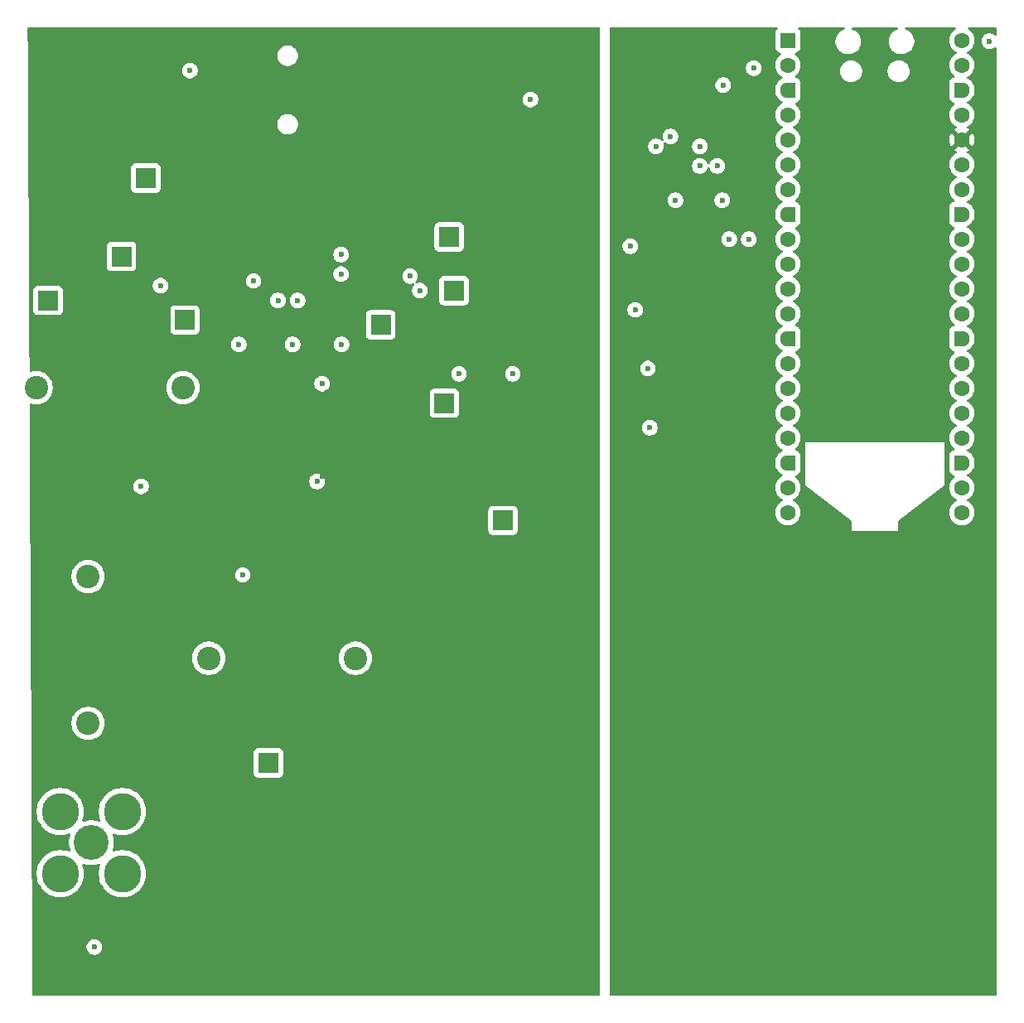
<source format=gbr>
%TF.GenerationSoftware,KiCad,Pcbnew,9.0.1*%
%TF.CreationDate,2025-05-08T16:30:00-07:00*%
%TF.ProjectId,Revision_Board,52657669-7369-46f6-9e5f-426f6172642e,rev?*%
%TF.SameCoordinates,Original*%
%TF.FileFunction,Copper,L3,Inr*%
%TF.FilePolarity,Positive*%
%FSLAX46Y46*%
G04 Gerber Fmt 4.6, Leading zero omitted, Abs format (unit mm)*
G04 Created by KiCad (PCBNEW 9.0.1) date 2025-05-08 16:30:00*
%MOMM*%
%LPD*%
G01*
G04 APERTURE LIST*
G04 Aperture macros list*
%AMRoundRect*
0 Rectangle with rounded corners*
0 $1 Rounding radius*
0 $2 $3 $4 $5 $6 $7 $8 $9 X,Y pos of 4 corners*
0 Add a 4 corners polygon primitive as box body*
4,1,4,$2,$3,$4,$5,$6,$7,$8,$9,$2,$3,0*
0 Add four circle primitives for the rounded corners*
1,1,$1+$1,$2,$3*
1,1,$1+$1,$4,$5*
1,1,$1+$1,$6,$7*
1,1,$1+$1,$8,$9*
0 Add four rect primitives between the rounded corners*
20,1,$1+$1,$2,$3,$4,$5,0*
20,1,$1+$1,$4,$5,$6,$7,0*
20,1,$1+$1,$6,$7,$8,$9,0*
20,1,$1+$1,$8,$9,$2,$3,0*%
%AMFreePoly0*
4,1,37,0.603843,0.796157,0.639018,0.796157,0.711114,0.766294,0.766294,0.711114,0.796157,0.639018,0.796157,0.603843,0.800000,0.600000,0.800000,-0.600000,0.796157,-0.603843,0.796157,-0.639018,0.766294,-0.711114,0.711114,-0.766294,0.639018,-0.796157,0.603843,-0.796157,0.600000,-0.800000,0.000000,-0.800000,0.000000,-0.796148,-0.078414,-0.796148,-0.232228,-0.765552,-0.377117,-0.705537,
-0.507515,-0.618408,-0.618408,-0.507515,-0.705537,-0.377117,-0.765552,-0.232228,-0.796148,-0.078414,-0.796148,0.078414,-0.765552,0.232228,-0.705537,0.377117,-0.618408,0.507515,-0.507515,0.618408,-0.377117,0.705537,-0.232228,0.765552,-0.078414,0.796148,0.000000,0.796148,0.000000,0.800000,0.600000,0.800000,0.603843,0.796157,0.603843,0.796157,$1*%
%AMFreePoly1*
4,1,37,0.000000,0.796148,0.078414,0.796148,0.232228,0.765552,0.377117,0.705537,0.507515,0.618408,0.618408,0.507515,0.705537,0.377117,0.765552,0.232228,0.796148,0.078414,0.796148,-0.078414,0.765552,-0.232228,0.705537,-0.377117,0.618408,-0.507515,0.507515,-0.618408,0.377117,-0.705537,0.232228,-0.765552,0.078414,-0.796148,0.000000,-0.796148,0.000000,-0.800000,-0.600000,-0.800000,
-0.603843,-0.796157,-0.639018,-0.796157,-0.711114,-0.766294,-0.766294,-0.711114,-0.796157,-0.639018,-0.796157,-0.603843,-0.800000,-0.600000,-0.800000,0.600000,-0.796157,0.603843,-0.796157,0.639018,-0.766294,0.711114,-0.711114,0.766294,-0.639018,0.796157,-0.603843,0.796157,-0.600000,0.800000,0.000000,0.800000,0.000000,0.796148,0.000000,0.796148,$1*%
G04 Aperture macros list end*
%TA.AperFunction,ComponentPad*%
%ADD10R,2.000000X2.000000*%
%TD*%
%TA.AperFunction,ComponentPad*%
%ADD11C,2.400000*%
%TD*%
%TA.AperFunction,ComponentPad*%
%ADD12RoundRect,0.200000X-0.600000X-0.600000X0.600000X-0.600000X0.600000X0.600000X-0.600000X0.600000X0*%
%TD*%
%TA.AperFunction,ComponentPad*%
%ADD13C,1.600000*%
%TD*%
%TA.AperFunction,ComponentPad*%
%ADD14FreePoly0,0.000000*%
%TD*%
%TA.AperFunction,ComponentPad*%
%ADD15FreePoly1,0.000000*%
%TD*%
%TA.AperFunction,ComponentPad*%
%ADD16C,3.556000*%
%TD*%
%TA.AperFunction,ComponentPad*%
%ADD17C,3.810000*%
%TD*%
%TA.AperFunction,ViaPad*%
%ADD18C,0.600000*%
%TD*%
G04 APERTURE END LIST*
D10*
%TO.N,Net-(U1-1IN+)*%
%TO.C,TP8(180)1*%
X14575000Y-40432500D03*
%TD*%
%TO.N,Net-(U1-2OUT)*%
%TO.C,TP1(Q)1*%
X55575000Y-33932500D03*
%TD*%
%TO.N,Net-(U1-2IN-)*%
%TO.C,TP7(90)1*%
X56075000Y-39432500D03*
%TD*%
D11*
%TO.N,Net-(C10-Pad1)*%
%TO.C,L2*%
X31000000Y-77000000D03*
%TO.N,GND*%
X46000000Y-77000000D03*
%TD*%
D10*
%TO.N,Net-(U1-1OUT)*%
%TO.C,TP3(I)1*%
X24575000Y-27932500D03*
%TD*%
%TO.N,Net-(U2-S0)*%
%TO.C,TP9(QLO)1*%
X61075000Y-62932500D03*
%TD*%
%TO.N,Net-(U2-S1)*%
%TO.C,TP10 (ILO)1*%
X55075000Y-50932500D03*
%TD*%
D11*
%TO.N,Net-(C12-Pad2)*%
%TO.C,L3*%
X18675000Y-83670000D03*
%TO.N,Net-(C10-Pad1)*%
X18675000Y-68670000D03*
%TD*%
D10*
%TO.N,Net-(U1-2IN+)*%
%TO.C,TP6*%
X48575000Y-42932500D03*
%TD*%
%TO.N,Net-(U2-1A)*%
%TO.C,TP13(RXNS)1*%
X28575000Y-42432500D03*
%TD*%
D11*
%TO.N,Net-(C10-Pad2)*%
%TO.C,L1*%
X13360000Y-49337500D03*
%TO.N,Net-(U2-1A)*%
X28360000Y-49337500D03*
%TD*%
D10*
%TO.N,Net-(C12-Pad1)*%
%TO.C,TP14(RXIN)1*%
X37105000Y-87715000D03*
%TD*%
D12*
%TO.N,unconnected-(A1-GPIO0-Pad1)*%
%TO.C,A1*%
X90185000Y-13840000D03*
D13*
%TO.N,unconnected-(A1-GPIO1-Pad2)*%
X90185000Y-16380000D03*
D14*
%TO.N,GND*%
X90185000Y-18920000D03*
D13*
%TO.N,GPIO2*%
X90185000Y-21460000D03*
%TO.N,GPIO3*%
X90185000Y-24000000D03*
%TO.N,unconnected-(A1-GPIO4-Pad6)_1*%
X90185000Y-26540000D03*
%TO.N,unconnected-(A1-GPIO5-Pad7)*%
X90185000Y-29080000D03*
D14*
%TO.N,GND*%
X90185000Y-31620000D03*
D13*
%TO.N,unconnected-(A1-GPIO6-Pad9)*%
X90185000Y-34160000D03*
%TO.N,unconnected-(A1-GPIO7-Pad10)_1*%
X90185000Y-36700000D03*
%TO.N,unconnected-(A1-GPIO8-Pad11)*%
X90185000Y-39240000D03*
%TO.N,unconnected-(A1-GPIO9-Pad12)*%
X90185000Y-41780000D03*
D14*
%TO.N,GND*%
X90185000Y-44320000D03*
D13*
%TO.N,unconnected-(A1-GPIO10-Pad14)*%
X90185000Y-46860000D03*
%TO.N,unconnected-(A1-GPIO11-Pad15)_1*%
X90185000Y-49400000D03*
%TO.N,unconnected-(A1-GPIO12-Pad16)_1*%
X90185000Y-51940000D03*
%TO.N,unconnected-(A1-GPIO13-Pad17)*%
X90185000Y-54480000D03*
D14*
%TO.N,GND*%
X90185000Y-57020000D03*
D13*
%TO.N,unconnected-(A1-GPIO14-Pad19)_1*%
X90185000Y-59560000D03*
%TO.N,unconnected-(A1-GPIO15-Pad20)_1*%
X90185000Y-62100000D03*
%TO.N,unconnected-(A1-GPIO16-Pad21)_1*%
X107965000Y-62100000D03*
%TO.N,unconnected-(A1-GPIO17-Pad22)_1*%
X107965000Y-59560000D03*
D15*
%TO.N,GND*%
X107965000Y-57020000D03*
D13*
%TO.N,unconnected-(A1-GPIO18-Pad24)_1*%
X107965000Y-54480000D03*
%TO.N,unconnected-(A1-GPIO19-Pad25)*%
X107965000Y-51940000D03*
%TO.N,unconnected-(A1-GPIO20-Pad26)*%
X107965000Y-49400000D03*
%TO.N,unconnected-(A1-GPIO21-Pad27)*%
X107965000Y-46860000D03*
D15*
%TO.N,GND*%
X107965000Y-44320000D03*
D13*
%TO.N,unconnected-(A1-GPIO22-Pad29)*%
X107965000Y-41780000D03*
%TO.N,unconnected-(A1-RUN-Pad30)_1*%
X107965000Y-39240000D03*
%TO.N,unconnected-(A1-GPIO26_ADC0-Pad31)*%
X107965000Y-36700000D03*
%TO.N,unconnected-(A1-GPIO27_ADC1-Pad32)_1*%
X107965000Y-34160000D03*
D15*
%TO.N,unconnected-(A1-AGND-Pad33)*%
X107965000Y-31620000D03*
D13*
%TO.N,unconnected-(A1-GPIO28_ADC2-Pad34)_1*%
X107965000Y-29080000D03*
%TO.N,unconnected-(A1-ADC_VREF-Pad35)*%
X107965000Y-26540000D03*
%TO.N,+3.3V*%
X107965000Y-24000000D03*
%TO.N,unconnected-(A1-3V3_EN-Pad37)_1*%
X107965000Y-21460000D03*
D15*
%TO.N,GND*%
X107965000Y-18920000D03*
D13*
%TO.N,unconnected-(A1-VSYS-Pad39)*%
X107965000Y-16380000D03*
%TO.N,+5V*%
X107965000Y-13840000D03*
%TD*%
D16*
%TO.N,Net-(J1-In)*%
%TO.C,J1*%
X19000000Y-95845000D03*
D17*
%TO.N,Net-(J1-Ext)*%
X22175000Y-92670000D03*
X15825000Y-92670000D03*
X22175000Y-99020000D03*
X15825000Y-99020000D03*
%TD*%
D10*
%TO.N,Net-(U1-1IN-)*%
%TO.C,TP2(0)1*%
X22075000Y-35932500D03*
%TD*%
D18*
%TO.N,Smoothed 5V*%
X42575000Y-58432500D03*
X44075000Y-33432500D03*
X63912500Y-25070000D03*
X34632500Y-59372500D03*
%TO.N,GND*%
X63875000Y-19895000D03*
X29075000Y-16932500D03*
X42075000Y-58932500D03*
X26075000Y-38932500D03*
X74087500Y-34895000D03*
X83575000Y-18432500D03*
X42575000Y-48932500D03*
X51575000Y-37932500D03*
X38075000Y-40432500D03*
X75875000Y-47395000D03*
X35575000Y-38432500D03*
X19315000Y-106515000D03*
X24075000Y-59432500D03*
X78195000Y-23682500D03*
X34475000Y-68485000D03*
X86695000Y-16682500D03*
X40075000Y-40432500D03*
X74587500Y-41395000D03*
%TO.N,+3.3V*%
X86695000Y-20182500D03*
X105075000Y-24932500D03*
%TO.N,GPIO2*%
X84195000Y-34182500D03*
X86195000Y-34182500D03*
%TO.N,+5V*%
X110775000Y-13932500D03*
X76075000Y-53432500D03*
%TO.N,Net-(U1-2IN-)*%
X39575000Y-44932500D03*
X52575000Y-39432500D03*
X44525000Y-35747500D03*
X44525000Y-37747500D03*
X44575000Y-44932500D03*
%TO.N,Net-(U1-1IN+)*%
X34075000Y-44932500D03*
%TO.N,Net-(Y1-XB)*%
X83475000Y-30182500D03*
X78695000Y-30182500D03*
%TO.N,Net-(Y1-XA)*%
X82970000Y-26682500D03*
X81195000Y-24682500D03*
X81195000Y-26682500D03*
X76695000Y-24682500D03*
%TO.N,Net-(U2-S1)*%
X56575000Y-47932500D03*
X62075000Y-47932500D03*
%TD*%
%TA.AperFunction,Conductor*%
%TO.N,+3.3V*%
G36*
X89102019Y-12519685D02*
G01*
X89147774Y-12572489D01*
X89157718Y-12641647D01*
X89128693Y-12705203D01*
X89122661Y-12711681D01*
X89029531Y-12804810D01*
X89029530Y-12804811D01*
X88941522Y-12950393D01*
X88890913Y-13112807D01*
X88884500Y-13183386D01*
X88884500Y-14496613D01*
X88890913Y-14567192D01*
X88890913Y-14567194D01*
X88890914Y-14567196D01*
X88914191Y-14641897D01*
X88941522Y-14729606D01*
X89029530Y-14875188D01*
X89149811Y-14995469D01*
X89149813Y-14995470D01*
X89149815Y-14995472D01*
X89295394Y-15083478D01*
X89382566Y-15110641D01*
X89440712Y-15149378D01*
X89468686Y-15213403D01*
X89457605Y-15282388D01*
X89418560Y-15329344D01*
X89337782Y-15388032D01*
X89193028Y-15532786D01*
X89072715Y-15698386D01*
X88979781Y-15880776D01*
X88916522Y-16075465D01*
X88884500Y-16277648D01*
X88884500Y-16482351D01*
X88916522Y-16684534D01*
X88979781Y-16879223D01*
X89072715Y-17061613D01*
X89193028Y-17227213D01*
X89337786Y-17371971D01*
X89503385Y-17492284D01*
X89503387Y-17492285D01*
X89503390Y-17492287D01*
X89588754Y-17535782D01*
X89639550Y-17583757D01*
X89656345Y-17651578D01*
X89633808Y-17717712D01*
X89590914Y-17755624D01*
X89525228Y-17790734D01*
X89525200Y-17790751D01*
X89394206Y-17878278D01*
X89394194Y-17878287D01*
X89394189Y-17878290D01*
X89394189Y-17878291D01*
X89317588Y-17941157D01*
X89317585Y-17941160D01*
X89317582Y-17941162D01*
X89206162Y-18052582D01*
X89206160Y-18052585D01*
X89206157Y-18052588D01*
X89146319Y-18125500D01*
X89143287Y-18129194D01*
X89143278Y-18129206D01*
X89055751Y-18260200D01*
X89055734Y-18260228D01*
X89009037Y-18347593D01*
X89009029Y-18347608D01*
X88948722Y-18493200D01*
X88943218Y-18511346D01*
X88919956Y-18588032D01*
X88919955Y-18588036D01*
X88919955Y-18588037D01*
X88889211Y-18742599D01*
X88889211Y-18742602D01*
X88879500Y-18841209D01*
X88879500Y-18998790D01*
X88889211Y-19097397D01*
X88889211Y-19097400D01*
X88889213Y-19097410D01*
X88919956Y-19251968D01*
X88940954Y-19321190D01*
X88948722Y-19346799D01*
X89009029Y-19492391D01*
X89009031Y-19492396D01*
X89055734Y-19579771D01*
X89055751Y-19579799D01*
X89143278Y-19710793D01*
X89143286Y-19710804D01*
X89143291Y-19710811D01*
X89206157Y-19787412D01*
X89317588Y-19898843D01*
X89394189Y-19961709D01*
X89394198Y-19961715D01*
X89394206Y-19961721D01*
X89525200Y-20049248D01*
X89525205Y-20049251D01*
X89525217Y-20049259D01*
X89525226Y-20049263D01*
X89525228Y-20049265D01*
X89590912Y-20084374D01*
X89640757Y-20133336D01*
X89656217Y-20201474D01*
X89632385Y-20267154D01*
X89588755Y-20304216D01*
X89503388Y-20347713D01*
X89337786Y-20468028D01*
X89193028Y-20612786D01*
X89072715Y-20778386D01*
X88979781Y-20960776D01*
X88916522Y-21155465D01*
X88884500Y-21357648D01*
X88884500Y-21562351D01*
X88916522Y-21764534D01*
X88979781Y-21959223D01*
X89072715Y-22141613D01*
X89193028Y-22307213D01*
X89337786Y-22451971D01*
X89492749Y-22564556D01*
X89503390Y-22572287D01*
X89594840Y-22618883D01*
X89596080Y-22619515D01*
X89646876Y-22667490D01*
X89663671Y-22735311D01*
X89641134Y-22801446D01*
X89596080Y-22840485D01*
X89503386Y-22887715D01*
X89337786Y-23008028D01*
X89193028Y-23152786D01*
X89072715Y-23318386D01*
X88979781Y-23500776D01*
X88916522Y-23695465D01*
X88884500Y-23897648D01*
X88884500Y-24102351D01*
X88916522Y-24304534D01*
X88979781Y-24499223D01*
X89032992Y-24603653D01*
X89072585Y-24681359D01*
X89072715Y-24681613D01*
X89193028Y-24847213D01*
X89337786Y-24991971D01*
X89458226Y-25079474D01*
X89503390Y-25112287D01*
X89594840Y-25158883D01*
X89596080Y-25159515D01*
X89646876Y-25207490D01*
X89663671Y-25275311D01*
X89641134Y-25341446D01*
X89596080Y-25380485D01*
X89503386Y-25427715D01*
X89337786Y-25548028D01*
X89193028Y-25692786D01*
X89072715Y-25858386D01*
X88979781Y-26040776D01*
X88916522Y-26235465D01*
X88884500Y-26437648D01*
X88884500Y-26642351D01*
X88916522Y-26844534D01*
X88979781Y-27039223D01*
X89043691Y-27164653D01*
X89058029Y-27192792D01*
X89072715Y-27221613D01*
X89193028Y-27387213D01*
X89337786Y-27531971D01*
X89492749Y-27644556D01*
X89503390Y-27652287D01*
X89594840Y-27698883D01*
X89596080Y-27699515D01*
X89646876Y-27747490D01*
X89663671Y-27815311D01*
X89641134Y-27881446D01*
X89596080Y-27920485D01*
X89503386Y-27967715D01*
X89337786Y-28088028D01*
X89193028Y-28232786D01*
X89072715Y-28398386D01*
X88979781Y-28580776D01*
X88916522Y-28775465D01*
X88884500Y-28977648D01*
X88884500Y-29182351D01*
X88916522Y-29384534D01*
X88979781Y-29579223D01*
X89072715Y-29761613D01*
X89193028Y-29927213D01*
X89337786Y-30071971D01*
X89503385Y-30192284D01*
X89503387Y-30192285D01*
X89503390Y-30192287D01*
X89588754Y-30235782D01*
X89639550Y-30283757D01*
X89656345Y-30351578D01*
X89633808Y-30417712D01*
X89590914Y-30455624D01*
X89525228Y-30490734D01*
X89525200Y-30490751D01*
X89394206Y-30578278D01*
X89394194Y-30578287D01*
X89394189Y-30578290D01*
X89394189Y-30578291D01*
X89317588Y-30641157D01*
X89317585Y-30641160D01*
X89317582Y-30641162D01*
X89206162Y-30752582D01*
X89206160Y-30752585D01*
X89206157Y-30752588D01*
X89143291Y-30829189D01*
X89143287Y-30829194D01*
X89143278Y-30829206D01*
X89055751Y-30960200D01*
X89055734Y-30960228D01*
X89009031Y-31047603D01*
X89009029Y-31047608D01*
X88948722Y-31193200D01*
X88933186Y-31244416D01*
X88919956Y-31288032D01*
X88919955Y-31288036D01*
X88919955Y-31288037D01*
X88889211Y-31442599D01*
X88889211Y-31442602D01*
X88879500Y-31541209D01*
X88879500Y-31698790D01*
X88889211Y-31797397D01*
X88889211Y-31797400D01*
X88889213Y-31797410D01*
X88919956Y-31951968D01*
X88940954Y-32021190D01*
X88948722Y-32046799D01*
X89009029Y-32192391D01*
X89009031Y-32192396D01*
X89055734Y-32279771D01*
X89055751Y-32279799D01*
X89143278Y-32410793D01*
X89143286Y-32410804D01*
X89143291Y-32410811D01*
X89206157Y-32487412D01*
X89317588Y-32598843D01*
X89394189Y-32661709D01*
X89394198Y-32661715D01*
X89394206Y-32661721D01*
X89525200Y-32749248D01*
X89525205Y-32749251D01*
X89525217Y-32749259D01*
X89525226Y-32749263D01*
X89525228Y-32749265D01*
X89590912Y-32784374D01*
X89640757Y-32833336D01*
X89656217Y-32901474D01*
X89632385Y-32967154D01*
X89588755Y-33004216D01*
X89503388Y-33047713D01*
X89337786Y-33168028D01*
X89193028Y-33312786D01*
X89072715Y-33478386D01*
X88979781Y-33660776D01*
X88916522Y-33855465D01*
X88884500Y-34057648D01*
X88884500Y-34262351D01*
X88916522Y-34464534D01*
X88979781Y-34659223D01*
X88996886Y-34692792D01*
X89053695Y-34804286D01*
X89072715Y-34841613D01*
X89193028Y-35007213D01*
X89337786Y-35151971D01*
X89492749Y-35264556D01*
X89503390Y-35272287D01*
X89594840Y-35318883D01*
X89596080Y-35319515D01*
X89646876Y-35367490D01*
X89663671Y-35435311D01*
X89641134Y-35501446D01*
X89596080Y-35540485D01*
X89503386Y-35587715D01*
X89337786Y-35708028D01*
X89193028Y-35852786D01*
X89072715Y-36018386D01*
X88979781Y-36200776D01*
X88916522Y-36395465D01*
X88884500Y-36597648D01*
X88884500Y-36802351D01*
X88916522Y-37004534D01*
X88979781Y-37199223D01*
X89072715Y-37381613D01*
X89193028Y-37547213D01*
X89337786Y-37691971D01*
X89492749Y-37804556D01*
X89503390Y-37812287D01*
X89594840Y-37858883D01*
X89596080Y-37859515D01*
X89646876Y-37907490D01*
X89663671Y-37975311D01*
X89641134Y-38041446D01*
X89596080Y-38080485D01*
X89503386Y-38127715D01*
X89337786Y-38248028D01*
X89193028Y-38392786D01*
X89072715Y-38558386D01*
X88979781Y-38740776D01*
X88916522Y-38935465D01*
X88884500Y-39137648D01*
X88884500Y-39342351D01*
X88916522Y-39544534D01*
X88979781Y-39739223D01*
X89072715Y-39921613D01*
X89193028Y-40087213D01*
X89337786Y-40231971D01*
X89492749Y-40344556D01*
X89503390Y-40352287D01*
X89594840Y-40398883D01*
X89596080Y-40399515D01*
X89646876Y-40447490D01*
X89663671Y-40515311D01*
X89641134Y-40581446D01*
X89596080Y-40620485D01*
X89503386Y-40667715D01*
X89337786Y-40788028D01*
X89193028Y-40932786D01*
X89072715Y-41098386D01*
X88979781Y-41280776D01*
X88916522Y-41475465D01*
X88884500Y-41677648D01*
X88884500Y-41882351D01*
X88916522Y-42084534D01*
X88979781Y-42279223D01*
X89072715Y-42461613D01*
X89193028Y-42627213D01*
X89337786Y-42771971D01*
X89503385Y-42892284D01*
X89503387Y-42892285D01*
X89503390Y-42892287D01*
X89588754Y-42935782D01*
X89639550Y-42983757D01*
X89656345Y-43051578D01*
X89633808Y-43117712D01*
X89590914Y-43155624D01*
X89525228Y-43190734D01*
X89525200Y-43190751D01*
X89394206Y-43278278D01*
X89394194Y-43278287D01*
X89394189Y-43278290D01*
X89394189Y-43278291D01*
X89317588Y-43341157D01*
X89317585Y-43341160D01*
X89317582Y-43341162D01*
X89206162Y-43452582D01*
X89206160Y-43452585D01*
X89206157Y-43452588D01*
X89178084Y-43486795D01*
X89143287Y-43529194D01*
X89143278Y-43529206D01*
X89055751Y-43660200D01*
X89055734Y-43660228D01*
X89009031Y-43747603D01*
X89009029Y-43747608D01*
X88948722Y-43893200D01*
X88933186Y-43944416D01*
X88919956Y-43988032D01*
X88919955Y-43988036D01*
X88919955Y-43988037D01*
X88889211Y-44142599D01*
X88889211Y-44142602D01*
X88879500Y-44241209D01*
X88879500Y-44398790D01*
X88889211Y-44497397D01*
X88889211Y-44497400D01*
X88889213Y-44497410D01*
X88919956Y-44651968D01*
X88940954Y-44721190D01*
X88948722Y-44746799D01*
X89009029Y-44892391D01*
X89009031Y-44892396D01*
X89055734Y-44979771D01*
X89055751Y-44979799D01*
X89143278Y-45110793D01*
X89143286Y-45110804D01*
X89143291Y-45110811D01*
X89206157Y-45187412D01*
X89317588Y-45298843D01*
X89394189Y-45361709D01*
X89394198Y-45361715D01*
X89394206Y-45361721D01*
X89525200Y-45449248D01*
X89525205Y-45449251D01*
X89525217Y-45449259D01*
X89525226Y-45449263D01*
X89525228Y-45449265D01*
X89590912Y-45484374D01*
X89640757Y-45533336D01*
X89656217Y-45601474D01*
X89632385Y-45667154D01*
X89588755Y-45704216D01*
X89503388Y-45747713D01*
X89337786Y-45868028D01*
X89193028Y-46012786D01*
X89072715Y-46178386D01*
X88979781Y-46360776D01*
X88916522Y-46555465D01*
X88884500Y-46757648D01*
X88884500Y-46962351D01*
X88916522Y-47164534D01*
X88979781Y-47359223D01*
X89072715Y-47541613D01*
X89193028Y-47707213D01*
X89337786Y-47851971D01*
X89492749Y-47964556D01*
X89503390Y-47972287D01*
X89590724Y-48016786D01*
X89596080Y-48019515D01*
X89646876Y-48067490D01*
X89663671Y-48135311D01*
X89641134Y-48201446D01*
X89596080Y-48240485D01*
X89503386Y-48287715D01*
X89337786Y-48408028D01*
X89193028Y-48552786D01*
X89072715Y-48718386D01*
X88979781Y-48900776D01*
X88916522Y-49095465D01*
X88884500Y-49297648D01*
X88884500Y-49502351D01*
X88916522Y-49704534D01*
X88979781Y-49899223D01*
X89072715Y-50081613D01*
X89193028Y-50247213D01*
X89337786Y-50391971D01*
X89492749Y-50504556D01*
X89503390Y-50512287D01*
X89594840Y-50558883D01*
X89596080Y-50559515D01*
X89646876Y-50607490D01*
X89663671Y-50675311D01*
X89641134Y-50741446D01*
X89596080Y-50780485D01*
X89503386Y-50827715D01*
X89337786Y-50948028D01*
X89193028Y-51092786D01*
X89072715Y-51258386D01*
X88979781Y-51440776D01*
X88916522Y-51635465D01*
X88884500Y-51837648D01*
X88884500Y-52042351D01*
X88916522Y-52244534D01*
X88979781Y-52439223D01*
X89072715Y-52621613D01*
X89193028Y-52787213D01*
X89337786Y-52931971D01*
X89492749Y-53044556D01*
X89503390Y-53052287D01*
X89594840Y-53098883D01*
X89596080Y-53099515D01*
X89646876Y-53147490D01*
X89663671Y-53215311D01*
X89641134Y-53281446D01*
X89596080Y-53320485D01*
X89503386Y-53367715D01*
X89337786Y-53488028D01*
X89193028Y-53632786D01*
X89072715Y-53798386D01*
X88979781Y-53980776D01*
X88916522Y-54175465D01*
X88884500Y-54377648D01*
X88884500Y-54582351D01*
X88916522Y-54784534D01*
X88979781Y-54979223D01*
X89072715Y-55161613D01*
X89193028Y-55327213D01*
X89337786Y-55471971D01*
X89503385Y-55592284D01*
X89503387Y-55592285D01*
X89503390Y-55592287D01*
X89588754Y-55635782D01*
X89639550Y-55683757D01*
X89656345Y-55751578D01*
X89633808Y-55817712D01*
X89590914Y-55855624D01*
X89525228Y-55890734D01*
X89525200Y-55890751D01*
X89394206Y-55978278D01*
X89394194Y-55978287D01*
X89394189Y-55978290D01*
X89394189Y-55978291D01*
X89317588Y-56041157D01*
X89317585Y-56041160D01*
X89317582Y-56041162D01*
X89206162Y-56152582D01*
X89206160Y-56152585D01*
X89206157Y-56152588D01*
X89178084Y-56186795D01*
X89143287Y-56229194D01*
X89143278Y-56229206D01*
X89055751Y-56360200D01*
X89055734Y-56360228D01*
X89009031Y-56447603D01*
X89009029Y-56447608D01*
X88948722Y-56593200D01*
X88933186Y-56644416D01*
X88919956Y-56688032D01*
X88919955Y-56688036D01*
X88919955Y-56688037D01*
X88889211Y-56842599D01*
X88889211Y-56842602D01*
X88879500Y-56941209D01*
X88879500Y-57098790D01*
X88889211Y-57197397D01*
X88889211Y-57197400D01*
X88889213Y-57197410D01*
X88919956Y-57351968D01*
X88940954Y-57421190D01*
X88948722Y-57446799D01*
X89009029Y-57592391D01*
X89009031Y-57592396D01*
X89055734Y-57679771D01*
X89055751Y-57679799D01*
X89143278Y-57810793D01*
X89143286Y-57810804D01*
X89143291Y-57810811D01*
X89206157Y-57887412D01*
X89317588Y-57998843D01*
X89394189Y-58061709D01*
X89394198Y-58061715D01*
X89394206Y-58061721D01*
X89525200Y-58149248D01*
X89525205Y-58149251D01*
X89525217Y-58149259D01*
X89525226Y-58149263D01*
X89525228Y-58149265D01*
X89590912Y-58184374D01*
X89640757Y-58233336D01*
X89656217Y-58301474D01*
X89632385Y-58367154D01*
X89588755Y-58404216D01*
X89503388Y-58447713D01*
X89337786Y-58568028D01*
X89193028Y-58712786D01*
X89072715Y-58878386D01*
X88979781Y-59060776D01*
X88916522Y-59255465D01*
X88884500Y-59457648D01*
X88884500Y-59662351D01*
X88916522Y-59864534D01*
X88979781Y-60059223D01*
X89072715Y-60241613D01*
X89193028Y-60407213D01*
X89337786Y-60551971D01*
X89492749Y-60664556D01*
X89503390Y-60672287D01*
X89594840Y-60718883D01*
X89596080Y-60719515D01*
X89646876Y-60767490D01*
X89663671Y-60835311D01*
X89641134Y-60901446D01*
X89596080Y-60940485D01*
X89503386Y-60987715D01*
X89337786Y-61108028D01*
X89193028Y-61252786D01*
X89072715Y-61418386D01*
X88979781Y-61600776D01*
X88916522Y-61795465D01*
X88884500Y-61997648D01*
X88884500Y-62202351D01*
X88916522Y-62404534D01*
X88979781Y-62599223D01*
X89072715Y-62781613D01*
X89193028Y-62947213D01*
X89337786Y-63091971D01*
X89492749Y-63204556D01*
X89503390Y-63212287D01*
X89619607Y-63271503D01*
X89685776Y-63305218D01*
X89685778Y-63305218D01*
X89685781Y-63305220D01*
X89790137Y-63339127D01*
X89880465Y-63368477D01*
X89981557Y-63384488D01*
X90082648Y-63400500D01*
X90082649Y-63400500D01*
X90287351Y-63400500D01*
X90287352Y-63400500D01*
X90489534Y-63368477D01*
X90684219Y-63305220D01*
X90866610Y-63212287D01*
X90959590Y-63144732D01*
X91032213Y-63091971D01*
X91032215Y-63091968D01*
X91032219Y-63091966D01*
X91176966Y-62947219D01*
X91176968Y-62947215D01*
X91176971Y-62947213D01*
X91229732Y-62874590D01*
X91297287Y-62781610D01*
X91390220Y-62599219D01*
X91453477Y-62404534D01*
X91485500Y-62202352D01*
X91485500Y-61997648D01*
X91453477Y-61795466D01*
X91390220Y-61600781D01*
X91390218Y-61600778D01*
X91390218Y-61600776D01*
X91356503Y-61534607D01*
X91297287Y-61418390D01*
X91289556Y-61407749D01*
X91176971Y-61252786D01*
X91032213Y-61108028D01*
X90866614Y-60987715D01*
X90860006Y-60984348D01*
X90773917Y-60940483D01*
X90723123Y-60892511D01*
X90706328Y-60824690D01*
X90728865Y-60758555D01*
X90773917Y-60719516D01*
X90866610Y-60672287D01*
X90887770Y-60656913D01*
X91032213Y-60551971D01*
X91032215Y-60551968D01*
X91032219Y-60551966D01*
X91176966Y-60407219D01*
X91176968Y-60407215D01*
X91176971Y-60407213D01*
X91229732Y-60334590D01*
X91297287Y-60241610D01*
X91390220Y-60059219D01*
X91453477Y-59864534D01*
X91485500Y-59662352D01*
X91485500Y-59457648D01*
X91462098Y-59309895D01*
X91975000Y-59309895D01*
X96627057Y-62922663D01*
X96667931Y-62979327D01*
X96675000Y-63020597D01*
X96675000Y-63970000D01*
X101475000Y-63970000D01*
X101475000Y-63020597D01*
X101494685Y-62953558D01*
X101522941Y-62922664D01*
X106175000Y-59309895D01*
X106175000Y-54970000D01*
X91975000Y-54970000D01*
X91975000Y-59309895D01*
X91462098Y-59309895D01*
X91453477Y-59255466D01*
X91390220Y-59060781D01*
X91390218Y-59060778D01*
X91390218Y-59060776D01*
X91356503Y-58994607D01*
X91297287Y-58878390D01*
X91289556Y-58867749D01*
X91176971Y-58712786D01*
X91032217Y-58568032D01*
X91032212Y-58568028D01*
X90955936Y-58512610D01*
X90913270Y-58457280D01*
X90907291Y-58387667D01*
X90939897Y-58325872D01*
X90998158Y-58292143D01*
X91018226Y-58287022D01*
X91091735Y-58256574D01*
X91140551Y-58233219D01*
X91255733Y-58146994D01*
X91311994Y-58090733D01*
X91348157Y-58050475D01*
X91421574Y-57926735D01*
X91452022Y-57853226D01*
X91470024Y-57802198D01*
X91490500Y-57659782D01*
X91490500Y-56380218D01*
X91487604Y-56326185D01*
X91452022Y-56186774D01*
X91421574Y-56113265D01*
X91398219Y-56064449D01*
X91311994Y-55949267D01*
X91311989Y-55949262D01*
X91311984Y-55949256D01*
X91255747Y-55893019D01*
X91255731Y-55893005D01*
X91215475Y-55856843D01*
X91215467Y-55856837D01*
X91091736Y-55783426D01*
X91091737Y-55783426D01*
X91023001Y-55754956D01*
X91018226Y-55752978D01*
X91018217Y-55752975D01*
X91018205Y-55752970D01*
X90989863Y-55742971D01*
X90933193Y-55702103D01*
X90907613Y-55637084D01*
X90921246Y-55568558D01*
X90958236Y-55525717D01*
X91032215Y-55471969D01*
X91032215Y-55471968D01*
X91032219Y-55471966D01*
X91176966Y-55327219D01*
X91176968Y-55327215D01*
X91176971Y-55327213D01*
X91229732Y-55254590D01*
X91297287Y-55161610D01*
X91390220Y-54979219D01*
X91453477Y-54784534D01*
X91485500Y-54582352D01*
X91485500Y-54377648D01*
X91462590Y-54233000D01*
X91453477Y-54175465D01*
X91390218Y-53980776D01*
X91356503Y-53914607D01*
X91297287Y-53798390D01*
X91289556Y-53787749D01*
X91176971Y-53632786D01*
X91032213Y-53488028D01*
X90866614Y-53367715D01*
X90860006Y-53364348D01*
X90773917Y-53320483D01*
X90723123Y-53272511D01*
X90706328Y-53204690D01*
X90728865Y-53138555D01*
X90773917Y-53099516D01*
X90866610Y-53052287D01*
X90887770Y-53036913D01*
X91032213Y-52931971D01*
X91032215Y-52931968D01*
X91032219Y-52931966D01*
X91176966Y-52787219D01*
X91176968Y-52787215D01*
X91176971Y-52787213D01*
X91267387Y-52662764D01*
X91297287Y-52621610D01*
X91390220Y-52439219D01*
X91453477Y-52244534D01*
X91485500Y-52042352D01*
X91485500Y-51837648D01*
X91453477Y-51635466D01*
X91390220Y-51440781D01*
X91390218Y-51440778D01*
X91390218Y-51440776D01*
X91356503Y-51374607D01*
X91297287Y-51258390D01*
X91289556Y-51247749D01*
X91176971Y-51092786D01*
X91032213Y-50948028D01*
X90866614Y-50827715D01*
X90860006Y-50824348D01*
X90773917Y-50780483D01*
X90723123Y-50732511D01*
X90706328Y-50664690D01*
X90728865Y-50598555D01*
X90773917Y-50559516D01*
X90866610Y-50512287D01*
X90887770Y-50496913D01*
X91032213Y-50391971D01*
X91032215Y-50391968D01*
X91032219Y-50391966D01*
X91176966Y-50247219D01*
X91176968Y-50247215D01*
X91176971Y-50247213D01*
X91229732Y-50174590D01*
X91297287Y-50081610D01*
X91390220Y-49899219D01*
X91453477Y-49704534D01*
X91485500Y-49502352D01*
X91485500Y-49297648D01*
X91453477Y-49095466D01*
X91390220Y-48900781D01*
X91390218Y-48900778D01*
X91390218Y-48900776D01*
X91356503Y-48834607D01*
X91297287Y-48718390D01*
X91289556Y-48707749D01*
X91176971Y-48552786D01*
X91032213Y-48408028D01*
X90866614Y-48287715D01*
X90860006Y-48284348D01*
X90773917Y-48240483D01*
X90723123Y-48192511D01*
X90706328Y-48124690D01*
X90728865Y-48058555D01*
X90773917Y-48019516D01*
X90866610Y-47972287D01*
X90887770Y-47956913D01*
X91032213Y-47851971D01*
X91032215Y-47851968D01*
X91032219Y-47851966D01*
X91176966Y-47707219D01*
X91176968Y-47707215D01*
X91176971Y-47707213D01*
X91229732Y-47634590D01*
X91297287Y-47541610D01*
X91390220Y-47359219D01*
X91453477Y-47164534D01*
X91485500Y-46962352D01*
X91485500Y-46757648D01*
X91474090Y-46685609D01*
X91453477Y-46555465D01*
X91390218Y-46360776D01*
X91356503Y-46294607D01*
X91297287Y-46178390D01*
X91289556Y-46167749D01*
X91176971Y-46012786D01*
X91032217Y-45868032D01*
X91032212Y-45868028D01*
X90955936Y-45812610D01*
X90913270Y-45757280D01*
X90907291Y-45687667D01*
X90939897Y-45625872D01*
X90998158Y-45592143D01*
X91018226Y-45587022D01*
X91091735Y-45556574D01*
X91140551Y-45533219D01*
X91255733Y-45446994D01*
X91311994Y-45390733D01*
X91348157Y-45350475D01*
X91421574Y-45226735D01*
X91452022Y-45153226D01*
X91470024Y-45102198D01*
X91490500Y-44959782D01*
X91490500Y-43680218D01*
X91487604Y-43626185D01*
X91452022Y-43486774D01*
X91421574Y-43413265D01*
X91398219Y-43364449D01*
X91311994Y-43249267D01*
X91311989Y-43249262D01*
X91311984Y-43249256D01*
X91255747Y-43193019D01*
X91255731Y-43193005D01*
X91215475Y-43156843D01*
X91215467Y-43156837D01*
X91091736Y-43083426D01*
X91091737Y-43083426D01*
X91023001Y-43054956D01*
X91018226Y-43052978D01*
X91018217Y-43052975D01*
X91018205Y-43052970D01*
X90989863Y-43042971D01*
X90933193Y-43002103D01*
X90907613Y-42937084D01*
X90921246Y-42868558D01*
X90958236Y-42825717D01*
X91032215Y-42771969D01*
X91032215Y-42771968D01*
X91032219Y-42771966D01*
X91176966Y-42627219D01*
X91176968Y-42627215D01*
X91176971Y-42627213D01*
X91229732Y-42554590D01*
X91297287Y-42461610D01*
X91390220Y-42279219D01*
X91453477Y-42084534D01*
X91485500Y-41882352D01*
X91485500Y-41677648D01*
X91453477Y-41475466D01*
X91452949Y-41473842D01*
X91424127Y-41385137D01*
X91390220Y-41280781D01*
X91390218Y-41280778D01*
X91390218Y-41280776D01*
X91329448Y-41161510D01*
X91297287Y-41098390D01*
X91289556Y-41087749D01*
X91176971Y-40932786D01*
X91032213Y-40788028D01*
X90866614Y-40667715D01*
X90860006Y-40664348D01*
X90773917Y-40620483D01*
X90723123Y-40572511D01*
X90706328Y-40504690D01*
X90728865Y-40438555D01*
X90773917Y-40399516D01*
X90866610Y-40352287D01*
X90887770Y-40336913D01*
X91032213Y-40231971D01*
X91032215Y-40231968D01*
X91032219Y-40231966D01*
X91176966Y-40087219D01*
X91176968Y-40087215D01*
X91176971Y-40087213D01*
X91229732Y-40014590D01*
X91297287Y-39921610D01*
X91390220Y-39739219D01*
X91453477Y-39544534D01*
X91485500Y-39342352D01*
X91485500Y-39137648D01*
X91453477Y-38935466D01*
X91390220Y-38740781D01*
X91390218Y-38740778D01*
X91390218Y-38740776D01*
X91356503Y-38674607D01*
X91297287Y-38558390D01*
X91289556Y-38547749D01*
X91176971Y-38392786D01*
X91032213Y-38248028D01*
X90866614Y-38127715D01*
X90860006Y-38124348D01*
X90773917Y-38080483D01*
X90723123Y-38032511D01*
X90706328Y-37964690D01*
X90728865Y-37898555D01*
X90773917Y-37859516D01*
X90866610Y-37812287D01*
X90887770Y-37796913D01*
X91032213Y-37691971D01*
X91032215Y-37691968D01*
X91032219Y-37691966D01*
X91176966Y-37547219D01*
X91176968Y-37547215D01*
X91176971Y-37547213D01*
X91229732Y-37474590D01*
X91297287Y-37381610D01*
X91390220Y-37199219D01*
X91453477Y-37004534D01*
X91485500Y-36802352D01*
X91485500Y-36597648D01*
X91453477Y-36395466D01*
X91390220Y-36200781D01*
X91390218Y-36200778D01*
X91390218Y-36200776D01*
X91356503Y-36134607D01*
X91297287Y-36018390D01*
X91289556Y-36007749D01*
X91176971Y-35852786D01*
X91032213Y-35708028D01*
X90866614Y-35587715D01*
X90860006Y-35584348D01*
X90773917Y-35540483D01*
X90723123Y-35492511D01*
X90706328Y-35424690D01*
X90728865Y-35358555D01*
X90773917Y-35319516D01*
X90866610Y-35272287D01*
X90887770Y-35256913D01*
X91032213Y-35151971D01*
X91032215Y-35151968D01*
X91032219Y-35151966D01*
X91176966Y-35007219D01*
X91176968Y-35007215D01*
X91176971Y-35007213D01*
X91229732Y-34934590D01*
X91297287Y-34841610D01*
X91390220Y-34659219D01*
X91453477Y-34464534D01*
X91485500Y-34262352D01*
X91485500Y-34057648D01*
X91453477Y-33855466D01*
X91390220Y-33660781D01*
X91390218Y-33660778D01*
X91390218Y-33660776D01*
X91356503Y-33594607D01*
X91297287Y-33478390D01*
X91289556Y-33467749D01*
X91176971Y-33312786D01*
X91032217Y-33168032D01*
X91032212Y-33168028D01*
X90955936Y-33112610D01*
X90913270Y-33057280D01*
X90907291Y-32987667D01*
X90939897Y-32925872D01*
X90998158Y-32892143D01*
X91018226Y-32887022D01*
X91091735Y-32856574D01*
X91140551Y-32833219D01*
X91255733Y-32746994D01*
X91311994Y-32690733D01*
X91348157Y-32650475D01*
X91421574Y-32526735D01*
X91452022Y-32453226D01*
X91470024Y-32402198D01*
X91490500Y-32259782D01*
X91490500Y-30980218D01*
X91487604Y-30926185D01*
X91452022Y-30786774D01*
X91421574Y-30713265D01*
X91398219Y-30664449D01*
X91311994Y-30549267D01*
X91311989Y-30549262D01*
X91311984Y-30549256D01*
X91255747Y-30493019D01*
X91255731Y-30493005D01*
X91215475Y-30456843D01*
X91215467Y-30456837D01*
X91091736Y-30383426D01*
X91091737Y-30383426D01*
X91023001Y-30354956D01*
X91018226Y-30352978D01*
X91018217Y-30352975D01*
X91018205Y-30352970D01*
X90989863Y-30342971D01*
X90933193Y-30302103D01*
X90907613Y-30237084D01*
X90921246Y-30168558D01*
X90958236Y-30125717D01*
X91032215Y-30071969D01*
X91032215Y-30071968D01*
X91032219Y-30071966D01*
X91176966Y-29927219D01*
X91176968Y-29927215D01*
X91176971Y-29927213D01*
X91266982Y-29803321D01*
X91297287Y-29761610D01*
X91390220Y-29579219D01*
X91453477Y-29384534D01*
X91485500Y-29182352D01*
X91485500Y-28977648D01*
X91453477Y-28775466D01*
X91390220Y-28580781D01*
X91390218Y-28580778D01*
X91390218Y-28580776D01*
X91356503Y-28514607D01*
X91297287Y-28398390D01*
X91289556Y-28387749D01*
X91176971Y-28232786D01*
X91032213Y-28088028D01*
X90866614Y-27967715D01*
X90860006Y-27964348D01*
X90773917Y-27920483D01*
X90723123Y-27872511D01*
X90706328Y-27804690D01*
X90728865Y-27738555D01*
X90773917Y-27699516D01*
X90866610Y-27652287D01*
X90887770Y-27636913D01*
X91032213Y-27531971D01*
X91032215Y-27531968D01*
X91032219Y-27531966D01*
X91176966Y-27387219D01*
X91176968Y-27387215D01*
X91176971Y-27387213D01*
X91237220Y-27304286D01*
X91297287Y-27221610D01*
X91390220Y-27039219D01*
X91453477Y-26844534D01*
X91485500Y-26642352D01*
X91485500Y-26437648D01*
X91453477Y-26235466D01*
X91390220Y-26040781D01*
X91390218Y-26040778D01*
X91390218Y-26040776D01*
X91355736Y-25973102D01*
X91297287Y-25858390D01*
X91289556Y-25847749D01*
X91176971Y-25692786D01*
X91032213Y-25548028D01*
X90866614Y-25427715D01*
X90796311Y-25391894D01*
X90773917Y-25380483D01*
X90723123Y-25332511D01*
X90706328Y-25264690D01*
X90728865Y-25198555D01*
X90773917Y-25159516D01*
X90866610Y-25112287D01*
X90911774Y-25079474D01*
X91032213Y-24991971D01*
X91032215Y-24991968D01*
X91032219Y-24991966D01*
X91176966Y-24847219D01*
X91176968Y-24847215D01*
X91176971Y-24847213D01*
X91239359Y-24761342D01*
X91297287Y-24681610D01*
X91390220Y-24499219D01*
X91453477Y-24304534D01*
X91485500Y-24102352D01*
X91485500Y-23897648D01*
X91463911Y-23761342D01*
X91453477Y-23695465D01*
X91401038Y-23534075D01*
X91390220Y-23500781D01*
X91390218Y-23500778D01*
X91390218Y-23500776D01*
X91297419Y-23318650D01*
X91297287Y-23318390D01*
X91265092Y-23274077D01*
X91176971Y-23152786D01*
X91032213Y-23008028D01*
X90866614Y-22887715D01*
X90855398Y-22882000D01*
X90773917Y-22840483D01*
X90723123Y-22792511D01*
X90706328Y-22724690D01*
X90728865Y-22658555D01*
X90773917Y-22619516D01*
X90866610Y-22572287D01*
X90887770Y-22556913D01*
X91032213Y-22451971D01*
X91032215Y-22451968D01*
X91032219Y-22451966D01*
X91176966Y-22307219D01*
X91176968Y-22307215D01*
X91176971Y-22307213D01*
X91229732Y-22234590D01*
X91297287Y-22141610D01*
X91390220Y-21959219D01*
X91453477Y-21764534D01*
X91485500Y-21562352D01*
X91485500Y-21357648D01*
X91453477Y-21155466D01*
X91390220Y-20960781D01*
X91390218Y-20960778D01*
X91390218Y-20960776D01*
X91356503Y-20894607D01*
X91297287Y-20778390D01*
X91289556Y-20767749D01*
X91176971Y-20612786D01*
X91032217Y-20468032D01*
X91032212Y-20468028D01*
X90955936Y-20412610D01*
X90913270Y-20357280D01*
X90907291Y-20287667D01*
X90939897Y-20225872D01*
X90998158Y-20192143D01*
X91018226Y-20187022D01*
X91091735Y-20156574D01*
X91140551Y-20133219D01*
X91255733Y-20046994D01*
X91311994Y-19990733D01*
X91348157Y-19950475D01*
X91421574Y-19826735D01*
X91452022Y-19753226D01*
X91470024Y-19702198D01*
X91490500Y-19559782D01*
X91490500Y-18280218D01*
X91487604Y-18226185D01*
X91452022Y-18086774D01*
X91421574Y-18013265D01*
X91398219Y-17964449D01*
X91396845Y-17962614D01*
X91333718Y-17878287D01*
X91311994Y-17849267D01*
X91311989Y-17849262D01*
X91311984Y-17849256D01*
X91255747Y-17793019D01*
X91255731Y-17793005D01*
X91215475Y-17756843D01*
X91215467Y-17756837D01*
X91091736Y-17683426D01*
X91091737Y-17683426D01*
X91023001Y-17654956D01*
X91018226Y-17652978D01*
X91018217Y-17652975D01*
X91018205Y-17652970D01*
X90989863Y-17642971D01*
X90933193Y-17602103D01*
X90907613Y-17537084D01*
X90921246Y-17468558D01*
X90958236Y-17425717D01*
X91032215Y-17371969D01*
X91032215Y-17371968D01*
X91032219Y-17371966D01*
X91176966Y-17227219D01*
X91176968Y-17227215D01*
X91176971Y-17227213D01*
X91229732Y-17154590D01*
X91297287Y-17061610D01*
X91373812Y-16911421D01*
X95524500Y-16911421D01*
X95524500Y-17088578D01*
X95552214Y-17263556D01*
X95606956Y-17432039D01*
X95606957Y-17432042D01*
X95687386Y-17589890D01*
X95791517Y-17733214D01*
X95916786Y-17858483D01*
X96060110Y-17962614D01*
X96137529Y-18002061D01*
X96217957Y-18043042D01*
X96217960Y-18043043D01*
X96249612Y-18053327D01*
X96386445Y-18097786D01*
X96561421Y-18125500D01*
X96561422Y-18125500D01*
X96738578Y-18125500D01*
X96738579Y-18125500D01*
X96913555Y-18097786D01*
X97082042Y-18043042D01*
X97239890Y-17962614D01*
X97383214Y-17858483D01*
X97508483Y-17733214D01*
X97612614Y-17589890D01*
X97693042Y-17432042D01*
X97747786Y-17263555D01*
X97775500Y-17088579D01*
X97775500Y-16911421D01*
X100374500Y-16911421D01*
X100374500Y-17088578D01*
X100402214Y-17263556D01*
X100456956Y-17432039D01*
X100456957Y-17432042D01*
X100537386Y-17589890D01*
X100641517Y-17733214D01*
X100766786Y-17858483D01*
X100910110Y-17962614D01*
X100987529Y-18002061D01*
X101067957Y-18043042D01*
X101067960Y-18043043D01*
X101099612Y-18053327D01*
X101236445Y-18097786D01*
X101411421Y-18125500D01*
X101411422Y-18125500D01*
X101588578Y-18125500D01*
X101588579Y-18125500D01*
X101763555Y-18097786D01*
X101932042Y-18043042D01*
X102089890Y-17962614D01*
X102233214Y-17858483D01*
X102358483Y-17733214D01*
X102462614Y-17589890D01*
X102543042Y-17432042D01*
X102597786Y-17263555D01*
X102625500Y-17088579D01*
X102625500Y-16911421D01*
X102597786Y-16736445D01*
X102570414Y-16652201D01*
X102543043Y-16567960D01*
X102543042Y-16567957D01*
X102499423Y-16482351D01*
X102462614Y-16410110D01*
X102358483Y-16266786D01*
X102233214Y-16141517D01*
X102089890Y-16037386D01*
X101932042Y-15956957D01*
X101932039Y-15956956D01*
X101763556Y-15902214D01*
X101635931Y-15882000D01*
X101588579Y-15874500D01*
X101411421Y-15874500D01*
X101371797Y-15880776D01*
X101236443Y-15902214D01*
X101067960Y-15956956D01*
X101067957Y-15956957D01*
X100910109Y-16037386D01*
X100857697Y-16075466D01*
X100766786Y-16141517D01*
X100766784Y-16141519D01*
X100766783Y-16141519D01*
X100641519Y-16266783D01*
X100641519Y-16266784D01*
X100641517Y-16266786D01*
X100596796Y-16328338D01*
X100537386Y-16410109D01*
X100456957Y-16567957D01*
X100456956Y-16567960D01*
X100402214Y-16736443D01*
X100374500Y-16911421D01*
X97775500Y-16911421D01*
X97747786Y-16736445D01*
X97720414Y-16652201D01*
X97693043Y-16567960D01*
X97693042Y-16567957D01*
X97649423Y-16482351D01*
X97612614Y-16410110D01*
X97508483Y-16266786D01*
X97383214Y-16141517D01*
X97239890Y-16037386D01*
X97082042Y-15956957D01*
X97082039Y-15956956D01*
X96913556Y-15902214D01*
X96785931Y-15882000D01*
X96738579Y-15874500D01*
X96561421Y-15874500D01*
X96521797Y-15880776D01*
X96386443Y-15902214D01*
X96217960Y-15956956D01*
X96217957Y-15956957D01*
X96060109Y-16037386D01*
X96007697Y-16075466D01*
X95916786Y-16141517D01*
X95916784Y-16141519D01*
X95916783Y-16141519D01*
X95791519Y-16266783D01*
X95791519Y-16266784D01*
X95791517Y-16266786D01*
X95746796Y-16328338D01*
X95687386Y-16410109D01*
X95606957Y-16567957D01*
X95606956Y-16567960D01*
X95552214Y-16736443D01*
X95524500Y-16911421D01*
X91373812Y-16911421D01*
X91390220Y-16879219D01*
X91453477Y-16684534D01*
X91485500Y-16482352D01*
X91485500Y-16277648D01*
X91453477Y-16075466D01*
X91448683Y-16060713D01*
X91400612Y-15912764D01*
X91390220Y-15880781D01*
X91390218Y-15880778D01*
X91390218Y-15880776D01*
X91356503Y-15814607D01*
X91297287Y-15698390D01*
X91289556Y-15687749D01*
X91176971Y-15532786D01*
X91032217Y-15388032D01*
X91032212Y-15388028D01*
X90951440Y-15329344D01*
X90908774Y-15274015D01*
X90902795Y-15204401D01*
X90935400Y-15142606D01*
X90987433Y-15110641D01*
X91074606Y-15083478D01*
X91220185Y-14995472D01*
X91340472Y-14875185D01*
X91428478Y-14729606D01*
X91479086Y-14567196D01*
X91485500Y-14496616D01*
X91485500Y-13183384D01*
X91479086Y-13112804D01*
X91428478Y-12950394D01*
X91340472Y-12804815D01*
X91340470Y-12804813D01*
X91340469Y-12804811D01*
X91247339Y-12711681D01*
X91213854Y-12650358D01*
X91218838Y-12580666D01*
X91260710Y-12524733D01*
X91326174Y-12500316D01*
X91335020Y-12500000D01*
X95882785Y-12500000D01*
X95949824Y-12519685D01*
X95995579Y-12572489D01*
X96005523Y-12641647D01*
X95976498Y-12705203D01*
X95921104Y-12741930D01*
X95896742Y-12749846D01*
X95850776Y-12764781D01*
X95668386Y-12857715D01*
X95502786Y-12978028D01*
X95358028Y-13122786D01*
X95237715Y-13288386D01*
X95144781Y-13470776D01*
X95081522Y-13665465D01*
X95049500Y-13867648D01*
X95049500Y-14072351D01*
X95081522Y-14274534D01*
X95144781Y-14469223D01*
X95186582Y-14551260D01*
X95232762Y-14641894D01*
X95237715Y-14651613D01*
X95358028Y-14817213D01*
X95502786Y-14961971D01*
X95657749Y-15074556D01*
X95668390Y-15082287D01*
X95770051Y-15134086D01*
X95850776Y-15175218D01*
X95850778Y-15175218D01*
X95850781Y-15175220D01*
X95940591Y-15204401D01*
X96045465Y-15238477D01*
X96146557Y-15254488D01*
X96247648Y-15270500D01*
X96247649Y-15270500D01*
X96452351Y-15270500D01*
X96452352Y-15270500D01*
X96654534Y-15238477D01*
X96849219Y-15175220D01*
X97031610Y-15082287D01*
X97151106Y-14995469D01*
X97197213Y-14961971D01*
X97197215Y-14961968D01*
X97197219Y-14961966D01*
X97341966Y-14817219D01*
X97341968Y-14817215D01*
X97341971Y-14817213D01*
X97425504Y-14702238D01*
X97462287Y-14651610D01*
X97555220Y-14469219D01*
X97618477Y-14274534D01*
X97650500Y-14072352D01*
X97650500Y-13867648D01*
X97618477Y-13665466D01*
X97555220Y-13470781D01*
X97555218Y-13470778D01*
X97555218Y-13470776D01*
X97521503Y-13404607D01*
X97462287Y-13288390D01*
X97454556Y-13277749D01*
X97341971Y-13122786D01*
X97197213Y-12978028D01*
X97031613Y-12857715D01*
X97031612Y-12857714D01*
X97031610Y-12857713D01*
X96974653Y-12828691D01*
X96849223Y-12764781D01*
X96815807Y-12753923D01*
X96778895Y-12741930D01*
X96721221Y-12702493D01*
X96694023Y-12638134D01*
X96705938Y-12569288D01*
X96753182Y-12517812D01*
X96817215Y-12500000D01*
X101332785Y-12500000D01*
X101399824Y-12519685D01*
X101445579Y-12572489D01*
X101455523Y-12641647D01*
X101426498Y-12705203D01*
X101371104Y-12741930D01*
X101346742Y-12749846D01*
X101300776Y-12764781D01*
X101118386Y-12857715D01*
X100952786Y-12978028D01*
X100808028Y-13122786D01*
X100687715Y-13288386D01*
X100594781Y-13470776D01*
X100531522Y-13665465D01*
X100499500Y-13867648D01*
X100499500Y-14072351D01*
X100531522Y-14274534D01*
X100594781Y-14469223D01*
X100636582Y-14551260D01*
X100682762Y-14641894D01*
X100687715Y-14651613D01*
X100808028Y-14817213D01*
X100952786Y-14961971D01*
X101107749Y-15074556D01*
X101118390Y-15082287D01*
X101220051Y-15134086D01*
X101300776Y-15175218D01*
X101300778Y-15175218D01*
X101300781Y-15175220D01*
X101390591Y-15204401D01*
X101495465Y-15238477D01*
X101596557Y-15254488D01*
X101697648Y-15270500D01*
X101697649Y-15270500D01*
X101902351Y-15270500D01*
X101902352Y-15270500D01*
X102104534Y-15238477D01*
X102299219Y-15175220D01*
X102481610Y-15082287D01*
X102601106Y-14995469D01*
X102647213Y-14961971D01*
X102647215Y-14961968D01*
X102647219Y-14961966D01*
X102791966Y-14817219D01*
X102791968Y-14817215D01*
X102791971Y-14817213D01*
X102875504Y-14702238D01*
X102912287Y-14651610D01*
X103005220Y-14469219D01*
X103068477Y-14274534D01*
X103100500Y-14072352D01*
X103100500Y-13867648D01*
X103068477Y-13665466D01*
X103005220Y-13470781D01*
X103005218Y-13470778D01*
X103005218Y-13470776D01*
X102971503Y-13404607D01*
X102912287Y-13288390D01*
X102904556Y-13277749D01*
X102791971Y-13122786D01*
X102647213Y-12978028D01*
X102481613Y-12857715D01*
X102481612Y-12857714D01*
X102481610Y-12857713D01*
X102424653Y-12828691D01*
X102299223Y-12764781D01*
X102265807Y-12753923D01*
X102228895Y-12741930D01*
X102171221Y-12702493D01*
X102144023Y-12638134D01*
X102155938Y-12569288D01*
X102203182Y-12517812D01*
X102267215Y-12500000D01*
X107215313Y-12500000D01*
X107282352Y-12519685D01*
X107328107Y-12572489D01*
X107338051Y-12641647D01*
X107309026Y-12705203D01*
X107286766Y-12724072D01*
X107287331Y-12724849D01*
X107117786Y-12848028D01*
X106973028Y-12992786D01*
X106852715Y-13158386D01*
X106759781Y-13340776D01*
X106696522Y-13535465D01*
X106664500Y-13737648D01*
X106664500Y-13942351D01*
X106696522Y-14144534D01*
X106759781Y-14339223D01*
X106812553Y-14442792D01*
X106839976Y-14496613D01*
X106852715Y-14521613D01*
X106973028Y-14687213D01*
X107117786Y-14831971D01*
X107272749Y-14944556D01*
X107283390Y-14952287D01*
X107368139Y-14995469D01*
X107376080Y-14999515D01*
X107426876Y-15047490D01*
X107443671Y-15115311D01*
X107421134Y-15181446D01*
X107376080Y-15220485D01*
X107283386Y-15267715D01*
X107117786Y-15388028D01*
X106973028Y-15532786D01*
X106852715Y-15698386D01*
X106759781Y-15880776D01*
X106696522Y-16075465D01*
X106664500Y-16277648D01*
X106664500Y-16482351D01*
X106696522Y-16684534D01*
X106759781Y-16879223D01*
X106852715Y-17061613D01*
X106973028Y-17227213D01*
X107117782Y-17371967D01*
X107117787Y-17371971D01*
X107194063Y-17427389D01*
X107236729Y-17482719D01*
X107242708Y-17552332D01*
X107210102Y-17614127D01*
X107151845Y-17647855D01*
X107131776Y-17652977D01*
X107131766Y-17652980D01*
X107058280Y-17683419D01*
X107058252Y-17683431D01*
X107009451Y-17706779D01*
X107009446Y-17706782D01*
X106894268Y-17793005D01*
X106894256Y-17793015D01*
X106838019Y-17849252D01*
X106801843Y-17889524D01*
X106801837Y-17889532D01*
X106728426Y-18013263D01*
X106697978Y-18086774D01*
X106697970Y-18086795D01*
X106679976Y-18137800D01*
X106679976Y-18137802D01*
X106659501Y-18280215D01*
X106659500Y-18280219D01*
X106659500Y-19559784D01*
X106662395Y-19613814D01*
X106662396Y-19613818D01*
X106697976Y-19753221D01*
X106697980Y-19753233D01*
X106728419Y-19826719D01*
X106728431Y-19826747D01*
X106751779Y-19875548D01*
X106751781Y-19875551D01*
X106838006Y-19990733D01*
X106838010Y-19990737D01*
X106838015Y-19990743D01*
X106894252Y-20046980D01*
X106894261Y-20046988D01*
X106894267Y-20046994D01*
X106934524Y-20083156D01*
X106934532Y-20083162D01*
X107058263Y-20156573D01*
X107058262Y-20156573D01*
X107058279Y-20156580D01*
X107131774Y-20187022D01*
X107146290Y-20192143D01*
X107160133Y-20197027D01*
X107216805Y-20237894D01*
X107242386Y-20302912D01*
X107228754Y-20371439D01*
X107191765Y-20414281D01*
X107117782Y-20468032D01*
X106973028Y-20612786D01*
X106852715Y-20778386D01*
X106759781Y-20960776D01*
X106696522Y-21155465D01*
X106664500Y-21357648D01*
X106664500Y-21562351D01*
X106696522Y-21764534D01*
X106759781Y-21959223D01*
X106852715Y-22141613D01*
X106973028Y-22307213D01*
X107117786Y-22451971D01*
X107283385Y-22572284D01*
X107283387Y-22572285D01*
X107283390Y-22572287D01*
X107376080Y-22619515D01*
X107376630Y-22619795D01*
X107427426Y-22667770D01*
X107444221Y-22735591D01*
X107421684Y-22801725D01*
X107376630Y-22840765D01*
X107283644Y-22888143D01*
X107239077Y-22920523D01*
X107239077Y-22920524D01*
X107835591Y-23517037D01*
X107772007Y-23534075D01*
X107657993Y-23599901D01*
X107564901Y-23692993D01*
X107499075Y-23807007D01*
X107482037Y-23870590D01*
X106885524Y-23274077D01*
X106885523Y-23274077D01*
X106853143Y-23318644D01*
X106760244Y-23500968D01*
X106697009Y-23695582D01*
X106665000Y-23897682D01*
X106665000Y-24102317D01*
X106697009Y-24304417D01*
X106760244Y-24499031D01*
X106853141Y-24681350D01*
X106853147Y-24681359D01*
X106885523Y-24725921D01*
X106885524Y-24725922D01*
X107482037Y-24129409D01*
X107499075Y-24192993D01*
X107564901Y-24307007D01*
X107657993Y-24400099D01*
X107772007Y-24465925D01*
X107835590Y-24482962D01*
X107239076Y-25079474D01*
X107283652Y-25111861D01*
X107376628Y-25159234D01*
X107427425Y-25207208D01*
X107444220Y-25275029D01*
X107421683Y-25341164D01*
X107376630Y-25380203D01*
X107283388Y-25427713D01*
X107117786Y-25548028D01*
X106973028Y-25692786D01*
X106852715Y-25858386D01*
X106759781Y-26040776D01*
X106696522Y-26235465D01*
X106664500Y-26437648D01*
X106664500Y-26642351D01*
X106696522Y-26844534D01*
X106759781Y-27039223D01*
X106823691Y-27164653D01*
X106838029Y-27192792D01*
X106852715Y-27221613D01*
X106973028Y-27387213D01*
X107117786Y-27531971D01*
X107272749Y-27644556D01*
X107283390Y-27652287D01*
X107374840Y-27698883D01*
X107376080Y-27699515D01*
X107426876Y-27747490D01*
X107443671Y-27815311D01*
X107421134Y-27881446D01*
X107376080Y-27920485D01*
X107283386Y-27967715D01*
X107117786Y-28088028D01*
X106973028Y-28232786D01*
X106852715Y-28398386D01*
X106759781Y-28580776D01*
X106696522Y-28775465D01*
X106664500Y-28977648D01*
X106664500Y-29182351D01*
X106696522Y-29384534D01*
X106759781Y-29579223D01*
X106852715Y-29761613D01*
X106973028Y-29927213D01*
X107117782Y-30071967D01*
X107117787Y-30071971D01*
X107194063Y-30127389D01*
X107236729Y-30182719D01*
X107242708Y-30252332D01*
X107210102Y-30314127D01*
X107151845Y-30347855D01*
X107131776Y-30352977D01*
X107131766Y-30352980D01*
X107058280Y-30383419D01*
X107058252Y-30383431D01*
X107009451Y-30406779D01*
X107009446Y-30406782D01*
X106894268Y-30493005D01*
X106894256Y-30493015D01*
X106838019Y-30549252D01*
X106801843Y-30589524D01*
X106801837Y-30589532D01*
X106728426Y-30713263D01*
X106697978Y-30786774D01*
X106697970Y-30786795D01*
X106679976Y-30837800D01*
X106659500Y-30980219D01*
X106659500Y-32259784D01*
X106662395Y-32313814D01*
X106662396Y-32313818D01*
X106697976Y-32453221D01*
X106697980Y-32453233D01*
X106728419Y-32526719D01*
X106728431Y-32526747D01*
X106751779Y-32575548D01*
X106751781Y-32575551D01*
X106838006Y-32690733D01*
X106838010Y-32690737D01*
X106838015Y-32690743D01*
X106894252Y-32746980D01*
X106894261Y-32746988D01*
X106894267Y-32746994D01*
X106934524Y-32783156D01*
X106934532Y-32783162D01*
X107058263Y-32856573D01*
X107058262Y-32856573D01*
X107058279Y-32856580D01*
X107131774Y-32887022D01*
X107146290Y-32892143D01*
X107160133Y-32897027D01*
X107216805Y-32937894D01*
X107242386Y-33002912D01*
X107228754Y-33071439D01*
X107191765Y-33114281D01*
X107117782Y-33168032D01*
X106973028Y-33312786D01*
X106852715Y-33478386D01*
X106759781Y-33660776D01*
X106696522Y-33855465D01*
X106664500Y-34057648D01*
X106664500Y-34262351D01*
X106696522Y-34464534D01*
X106759781Y-34659223D01*
X106776886Y-34692792D01*
X106833695Y-34804286D01*
X106852715Y-34841613D01*
X106973028Y-35007213D01*
X107117786Y-35151971D01*
X107272749Y-35264556D01*
X107283390Y-35272287D01*
X107374840Y-35318883D01*
X107376080Y-35319515D01*
X107426876Y-35367490D01*
X107443671Y-35435311D01*
X107421134Y-35501446D01*
X107376080Y-35540485D01*
X107283386Y-35587715D01*
X107117786Y-35708028D01*
X106973028Y-35852786D01*
X106852715Y-36018386D01*
X106759781Y-36200776D01*
X106696522Y-36395465D01*
X106664500Y-36597648D01*
X106664500Y-36802351D01*
X106696522Y-37004534D01*
X106759781Y-37199223D01*
X106852715Y-37381613D01*
X106973028Y-37547213D01*
X107117786Y-37691971D01*
X107272749Y-37804556D01*
X107283390Y-37812287D01*
X107374840Y-37858883D01*
X107376080Y-37859515D01*
X107426876Y-37907490D01*
X107443671Y-37975311D01*
X107421134Y-38041446D01*
X107376080Y-38080485D01*
X107283386Y-38127715D01*
X107117786Y-38248028D01*
X106973028Y-38392786D01*
X106852715Y-38558386D01*
X106759781Y-38740776D01*
X106696522Y-38935465D01*
X106664500Y-39137648D01*
X106664500Y-39342351D01*
X106696522Y-39544534D01*
X106759781Y-39739223D01*
X106852715Y-39921613D01*
X106973028Y-40087213D01*
X107117786Y-40231971D01*
X107272749Y-40344556D01*
X107283390Y-40352287D01*
X107374840Y-40398883D01*
X107376080Y-40399515D01*
X107426876Y-40447490D01*
X107443671Y-40515311D01*
X107421134Y-40581446D01*
X107376080Y-40620485D01*
X107283386Y-40667715D01*
X107117786Y-40788028D01*
X106973028Y-40932786D01*
X106852715Y-41098386D01*
X106759781Y-41280776D01*
X106696522Y-41475465D01*
X106664500Y-41677648D01*
X106664500Y-41882351D01*
X106696522Y-42084534D01*
X106759781Y-42279223D01*
X106852715Y-42461613D01*
X106973028Y-42627213D01*
X107117782Y-42771967D01*
X107117787Y-42771971D01*
X107194063Y-42827389D01*
X107236729Y-42882719D01*
X107242708Y-42952332D01*
X107210102Y-43014127D01*
X107151845Y-43047855D01*
X107131776Y-43052977D01*
X107131766Y-43052980D01*
X107058280Y-43083419D01*
X107058252Y-43083431D01*
X107009451Y-43106779D01*
X107009446Y-43106782D01*
X106894268Y-43193005D01*
X106894256Y-43193015D01*
X106838019Y-43249252D01*
X106801843Y-43289524D01*
X106801837Y-43289532D01*
X106728426Y-43413263D01*
X106697978Y-43486774D01*
X106697970Y-43486795D01*
X106679976Y-43537800D01*
X106679976Y-43537802D01*
X106659501Y-43680215D01*
X106659500Y-43680219D01*
X106659500Y-44959784D01*
X106662395Y-45013814D01*
X106662396Y-45013818D01*
X106697976Y-45153221D01*
X106697980Y-45153233D01*
X106728419Y-45226719D01*
X106728431Y-45226747D01*
X106751779Y-45275548D01*
X106751781Y-45275551D01*
X106838006Y-45390733D01*
X106838010Y-45390737D01*
X106838015Y-45390743D01*
X106894252Y-45446980D01*
X106894261Y-45446988D01*
X106894267Y-45446994D01*
X106934524Y-45483156D01*
X106934532Y-45483162D01*
X107058263Y-45556573D01*
X107058262Y-45556573D01*
X107058279Y-45556580D01*
X107131774Y-45587022D01*
X107146290Y-45592143D01*
X107160133Y-45597027D01*
X107216805Y-45637894D01*
X107242386Y-45702912D01*
X107228754Y-45771439D01*
X107191765Y-45814281D01*
X107117782Y-45868032D01*
X106973028Y-46012786D01*
X106852715Y-46178386D01*
X106759781Y-46360776D01*
X106696522Y-46555465D01*
X106664500Y-46757648D01*
X106664500Y-46962351D01*
X106696522Y-47164534D01*
X106759781Y-47359223D01*
X106852715Y-47541613D01*
X106973028Y-47707213D01*
X107117786Y-47851971D01*
X107272749Y-47964556D01*
X107283390Y-47972287D01*
X107370724Y-48016786D01*
X107376080Y-48019515D01*
X107426876Y-48067490D01*
X107443671Y-48135311D01*
X107421134Y-48201446D01*
X107376080Y-48240485D01*
X107283386Y-48287715D01*
X107117786Y-48408028D01*
X106973028Y-48552786D01*
X106852715Y-48718386D01*
X106759781Y-48900776D01*
X106696522Y-49095465D01*
X106664500Y-49297648D01*
X106664500Y-49502351D01*
X106696522Y-49704534D01*
X106759781Y-49899223D01*
X106852715Y-50081613D01*
X106973028Y-50247213D01*
X107117786Y-50391971D01*
X107272749Y-50504556D01*
X107283390Y-50512287D01*
X107374840Y-50558883D01*
X107376080Y-50559515D01*
X107426876Y-50607490D01*
X107443671Y-50675311D01*
X107421134Y-50741446D01*
X107376080Y-50780485D01*
X107283386Y-50827715D01*
X107117786Y-50948028D01*
X106973028Y-51092786D01*
X106852715Y-51258386D01*
X106759781Y-51440776D01*
X106696522Y-51635465D01*
X106664500Y-51837648D01*
X106664500Y-52042351D01*
X106696522Y-52244534D01*
X106759781Y-52439223D01*
X106852715Y-52621613D01*
X106973028Y-52787213D01*
X107117786Y-52931971D01*
X107272749Y-53044556D01*
X107283390Y-53052287D01*
X107374840Y-53098883D01*
X107376080Y-53099515D01*
X107426876Y-53147490D01*
X107443671Y-53215311D01*
X107421134Y-53281446D01*
X107376080Y-53320485D01*
X107283386Y-53367715D01*
X107117786Y-53488028D01*
X106973028Y-53632786D01*
X106852715Y-53798386D01*
X106759781Y-53980776D01*
X106696522Y-54175465D01*
X106664500Y-54377648D01*
X106664500Y-54582351D01*
X106696522Y-54784534D01*
X106759781Y-54979223D01*
X106852715Y-55161613D01*
X106973028Y-55327213D01*
X107117782Y-55471967D01*
X107117787Y-55471971D01*
X107194063Y-55527389D01*
X107236729Y-55582719D01*
X107242708Y-55652332D01*
X107210102Y-55714127D01*
X107151845Y-55747855D01*
X107131776Y-55752977D01*
X107131766Y-55752980D01*
X107058280Y-55783419D01*
X107058252Y-55783431D01*
X107009451Y-55806779D01*
X107009446Y-55806782D01*
X106894268Y-55893005D01*
X106894256Y-55893015D01*
X106838019Y-55949252D01*
X106801843Y-55989524D01*
X106801837Y-55989532D01*
X106728426Y-56113263D01*
X106697978Y-56186774D01*
X106697970Y-56186795D01*
X106679976Y-56237800D01*
X106679976Y-56237802D01*
X106659501Y-56380215D01*
X106659500Y-56380219D01*
X106659500Y-57659784D01*
X106662395Y-57713814D01*
X106662396Y-57713818D01*
X106697976Y-57853221D01*
X106697980Y-57853233D01*
X106728419Y-57926719D01*
X106728431Y-57926747D01*
X106751779Y-57975548D01*
X106751781Y-57975551D01*
X106838006Y-58090733D01*
X106838010Y-58090737D01*
X106838015Y-58090743D01*
X106894252Y-58146980D01*
X106894261Y-58146988D01*
X106894267Y-58146994D01*
X106934524Y-58183156D01*
X106934532Y-58183162D01*
X107058263Y-58256573D01*
X107058262Y-58256573D01*
X107058279Y-58256580D01*
X107131774Y-58287022D01*
X107146290Y-58292143D01*
X107160133Y-58297027D01*
X107216805Y-58337894D01*
X107242386Y-58402912D01*
X107228754Y-58471439D01*
X107191765Y-58514281D01*
X107117782Y-58568032D01*
X106973028Y-58712786D01*
X106852715Y-58878386D01*
X106759781Y-59060776D01*
X106696522Y-59255465D01*
X106664500Y-59457648D01*
X106664500Y-59662351D01*
X106696522Y-59864534D01*
X106759781Y-60059223D01*
X106852715Y-60241613D01*
X106973028Y-60407213D01*
X107117786Y-60551971D01*
X107272749Y-60664556D01*
X107283390Y-60672287D01*
X107374840Y-60718883D01*
X107376080Y-60719515D01*
X107426876Y-60767490D01*
X107443671Y-60835311D01*
X107421134Y-60901446D01*
X107376080Y-60940485D01*
X107283386Y-60987715D01*
X107117786Y-61108028D01*
X106973028Y-61252786D01*
X106852715Y-61418386D01*
X106759781Y-61600776D01*
X106696522Y-61795465D01*
X106664500Y-61997648D01*
X106664500Y-62202351D01*
X106696522Y-62404534D01*
X106759781Y-62599223D01*
X106852715Y-62781613D01*
X106973028Y-62947213D01*
X107117786Y-63091971D01*
X107272749Y-63204556D01*
X107283390Y-63212287D01*
X107399607Y-63271503D01*
X107465776Y-63305218D01*
X107465778Y-63305218D01*
X107465781Y-63305220D01*
X107570137Y-63339127D01*
X107660465Y-63368477D01*
X107761557Y-63384488D01*
X107862648Y-63400500D01*
X107862649Y-63400500D01*
X108067351Y-63400500D01*
X108067352Y-63400500D01*
X108269534Y-63368477D01*
X108464219Y-63305220D01*
X108646610Y-63212287D01*
X108739590Y-63144732D01*
X108812213Y-63091971D01*
X108812215Y-63091968D01*
X108812219Y-63091966D01*
X108956966Y-62947219D01*
X108956968Y-62947215D01*
X108956971Y-62947213D01*
X109009732Y-62874590D01*
X109077287Y-62781610D01*
X109170220Y-62599219D01*
X109233477Y-62404534D01*
X109265500Y-62202352D01*
X109265500Y-61997648D01*
X109233477Y-61795466D01*
X109170220Y-61600781D01*
X109170218Y-61600778D01*
X109170218Y-61600776D01*
X109136503Y-61534607D01*
X109077287Y-61418390D01*
X109069556Y-61407749D01*
X108956971Y-61252786D01*
X108812213Y-61108028D01*
X108646614Y-60987715D01*
X108640006Y-60984348D01*
X108553917Y-60940483D01*
X108503123Y-60892511D01*
X108486328Y-60824690D01*
X108508865Y-60758555D01*
X108553917Y-60719516D01*
X108646610Y-60672287D01*
X108667770Y-60656913D01*
X108812213Y-60551971D01*
X108812215Y-60551968D01*
X108812219Y-60551966D01*
X108956966Y-60407219D01*
X108956968Y-60407215D01*
X108956971Y-60407213D01*
X109009732Y-60334590D01*
X109077287Y-60241610D01*
X109170220Y-60059219D01*
X109233477Y-59864534D01*
X109265500Y-59662352D01*
X109265500Y-59457648D01*
X109233477Y-59255466D01*
X109170220Y-59060781D01*
X109170218Y-59060778D01*
X109170218Y-59060776D01*
X109136503Y-58994607D01*
X109077287Y-58878390D01*
X109069556Y-58867749D01*
X108956971Y-58712786D01*
X108812213Y-58568028D01*
X108646613Y-58447715D01*
X108646612Y-58447714D01*
X108646610Y-58447713D01*
X108593947Y-58420880D01*
X108561245Y-58404217D01*
X108510449Y-58356242D01*
X108493654Y-58288421D01*
X108516192Y-58222286D01*
X108559083Y-58184376D01*
X108624783Y-58149259D01*
X108755811Y-58061709D01*
X108832412Y-57998843D01*
X108943843Y-57887412D01*
X109006709Y-57810811D01*
X109094259Y-57679783D01*
X109140972Y-57592389D01*
X109201278Y-57446798D01*
X109230044Y-57351968D01*
X109260787Y-57197410D01*
X109270500Y-57098793D01*
X109270500Y-56941207D01*
X109260787Y-56842590D01*
X109230044Y-56688032D01*
X109201278Y-56593202D01*
X109140972Y-56447611D01*
X109094259Y-56360217D01*
X109071517Y-56326181D01*
X109006721Y-56229206D01*
X109006712Y-56229194D01*
X109006709Y-56229189D01*
X108943843Y-56152588D01*
X108832412Y-56041157D01*
X108755811Y-55978291D01*
X108755804Y-55978286D01*
X108755793Y-55978278D01*
X108624799Y-55890751D01*
X108624788Y-55890744D01*
X108624783Y-55890741D01*
X108602645Y-55878908D01*
X108559086Y-55855625D01*
X108509242Y-55806662D01*
X108493782Y-55738524D01*
X108517614Y-55672845D01*
X108561246Y-55635782D01*
X108646610Y-55592287D01*
X108735935Y-55527389D01*
X108812213Y-55471971D01*
X108812215Y-55471968D01*
X108812219Y-55471966D01*
X108956966Y-55327219D01*
X108956968Y-55327215D01*
X108956971Y-55327213D01*
X109009732Y-55254590D01*
X109077287Y-55161610D01*
X109170220Y-54979219D01*
X109233477Y-54784534D01*
X109265500Y-54582352D01*
X109265500Y-54377648D01*
X109242590Y-54233000D01*
X109233477Y-54175465D01*
X109170218Y-53980776D01*
X109136503Y-53914607D01*
X109077287Y-53798390D01*
X109069556Y-53787749D01*
X108956971Y-53632786D01*
X108812213Y-53488028D01*
X108646614Y-53367715D01*
X108640006Y-53364348D01*
X108553917Y-53320483D01*
X108503123Y-53272511D01*
X108486328Y-53204690D01*
X108508865Y-53138555D01*
X108553917Y-53099516D01*
X108646610Y-53052287D01*
X108667770Y-53036913D01*
X108812213Y-52931971D01*
X108812215Y-52931968D01*
X108812219Y-52931966D01*
X108956966Y-52787219D01*
X108956968Y-52787215D01*
X108956971Y-52787213D01*
X109047387Y-52662764D01*
X109077287Y-52621610D01*
X109170220Y-52439219D01*
X109233477Y-52244534D01*
X109265500Y-52042352D01*
X109265500Y-51837648D01*
X109233477Y-51635466D01*
X109170220Y-51440781D01*
X109170218Y-51440778D01*
X109170218Y-51440776D01*
X109136503Y-51374607D01*
X109077287Y-51258390D01*
X109069556Y-51247749D01*
X108956971Y-51092786D01*
X108812213Y-50948028D01*
X108646614Y-50827715D01*
X108640006Y-50824348D01*
X108553917Y-50780483D01*
X108503123Y-50732511D01*
X108486328Y-50664690D01*
X108508865Y-50598555D01*
X108553917Y-50559516D01*
X108646610Y-50512287D01*
X108667770Y-50496913D01*
X108812213Y-50391971D01*
X108812215Y-50391968D01*
X108812219Y-50391966D01*
X108956966Y-50247219D01*
X108956968Y-50247215D01*
X108956971Y-50247213D01*
X109009732Y-50174590D01*
X109077287Y-50081610D01*
X109170220Y-49899219D01*
X109233477Y-49704534D01*
X109265500Y-49502352D01*
X109265500Y-49297648D01*
X109233477Y-49095466D01*
X109170220Y-48900781D01*
X109170218Y-48900778D01*
X109170218Y-48900776D01*
X109136503Y-48834607D01*
X109077287Y-48718390D01*
X109069556Y-48707749D01*
X108956971Y-48552786D01*
X108812213Y-48408028D01*
X108646614Y-48287715D01*
X108640006Y-48284348D01*
X108553917Y-48240483D01*
X108503123Y-48192511D01*
X108486328Y-48124690D01*
X108508865Y-48058555D01*
X108553917Y-48019516D01*
X108646610Y-47972287D01*
X108667770Y-47956913D01*
X108812213Y-47851971D01*
X108812215Y-47851968D01*
X108812219Y-47851966D01*
X108956966Y-47707219D01*
X108956968Y-47707215D01*
X108956971Y-47707213D01*
X109009732Y-47634590D01*
X109077287Y-47541610D01*
X109170220Y-47359219D01*
X109233477Y-47164534D01*
X109265500Y-46962352D01*
X109265500Y-46757648D01*
X109254090Y-46685609D01*
X109233477Y-46555465D01*
X109170218Y-46360776D01*
X109136503Y-46294607D01*
X109077287Y-46178390D01*
X109069556Y-46167749D01*
X108956971Y-46012786D01*
X108812213Y-45868028D01*
X108646613Y-45747715D01*
X108646612Y-45747714D01*
X108646610Y-45747713D01*
X108593947Y-45720880D01*
X108561245Y-45704217D01*
X108510449Y-45656242D01*
X108493654Y-45588421D01*
X108516192Y-45522286D01*
X108559083Y-45484376D01*
X108624783Y-45449259D01*
X108755811Y-45361709D01*
X108832412Y-45298843D01*
X108943843Y-45187412D01*
X109006709Y-45110811D01*
X109094259Y-44979783D01*
X109140972Y-44892389D01*
X109201278Y-44746798D01*
X109230044Y-44651968D01*
X109260787Y-44497410D01*
X109270500Y-44398793D01*
X109270500Y-44241207D01*
X109260787Y-44142590D01*
X109230044Y-43988032D01*
X109201278Y-43893202D01*
X109140972Y-43747611D01*
X109094259Y-43660217D01*
X109071517Y-43626181D01*
X109006721Y-43529206D01*
X109006712Y-43529194D01*
X109006709Y-43529189D01*
X108943843Y-43452588D01*
X108832412Y-43341157D01*
X108755811Y-43278291D01*
X108755804Y-43278286D01*
X108755793Y-43278278D01*
X108624799Y-43190751D01*
X108624788Y-43190744D01*
X108624783Y-43190741D01*
X108602645Y-43178908D01*
X108559086Y-43155625D01*
X108509242Y-43106662D01*
X108493782Y-43038524D01*
X108517614Y-42972845D01*
X108561246Y-42935782D01*
X108646610Y-42892287D01*
X108735935Y-42827389D01*
X108812213Y-42771971D01*
X108812215Y-42771968D01*
X108812219Y-42771966D01*
X108956966Y-42627219D01*
X108956968Y-42627215D01*
X108956971Y-42627213D01*
X109009732Y-42554590D01*
X109077287Y-42461610D01*
X109170220Y-42279219D01*
X109233477Y-42084534D01*
X109265500Y-41882352D01*
X109265500Y-41677648D01*
X109233477Y-41475466D01*
X109232949Y-41473842D01*
X109204127Y-41385137D01*
X109170220Y-41280781D01*
X109170218Y-41280778D01*
X109170218Y-41280776D01*
X109109448Y-41161510D01*
X109077287Y-41098390D01*
X109069556Y-41087749D01*
X108956971Y-40932786D01*
X108812213Y-40788028D01*
X108646614Y-40667715D01*
X108640006Y-40664348D01*
X108553917Y-40620483D01*
X108503123Y-40572511D01*
X108486328Y-40504690D01*
X108508865Y-40438555D01*
X108553917Y-40399516D01*
X108646610Y-40352287D01*
X108667770Y-40336913D01*
X108812213Y-40231971D01*
X108812215Y-40231968D01*
X108812219Y-40231966D01*
X108956966Y-40087219D01*
X108956968Y-40087215D01*
X108956971Y-40087213D01*
X109009732Y-40014590D01*
X109077287Y-39921610D01*
X109170220Y-39739219D01*
X109233477Y-39544534D01*
X109265500Y-39342352D01*
X109265500Y-39137648D01*
X109233477Y-38935466D01*
X109170220Y-38740781D01*
X109170218Y-38740778D01*
X109170218Y-38740776D01*
X109136503Y-38674607D01*
X109077287Y-38558390D01*
X109069556Y-38547749D01*
X108956971Y-38392786D01*
X108812213Y-38248028D01*
X108646614Y-38127715D01*
X108640006Y-38124348D01*
X108553917Y-38080483D01*
X108503123Y-38032511D01*
X108486328Y-37964690D01*
X108508865Y-37898555D01*
X108553917Y-37859516D01*
X108646610Y-37812287D01*
X108667770Y-37796913D01*
X108812213Y-37691971D01*
X108812215Y-37691968D01*
X108812219Y-37691966D01*
X108956966Y-37547219D01*
X108956968Y-37547215D01*
X108956971Y-37547213D01*
X109009732Y-37474590D01*
X109077287Y-37381610D01*
X109170220Y-37199219D01*
X109233477Y-37004534D01*
X109265500Y-36802352D01*
X109265500Y-36597648D01*
X109233477Y-36395466D01*
X109170220Y-36200781D01*
X109170218Y-36200778D01*
X109170218Y-36200776D01*
X109136503Y-36134607D01*
X109077287Y-36018390D01*
X109069556Y-36007749D01*
X108956971Y-35852786D01*
X108812213Y-35708028D01*
X108646614Y-35587715D01*
X108640006Y-35584348D01*
X108553917Y-35540483D01*
X108503123Y-35492511D01*
X108486328Y-35424690D01*
X108508865Y-35358555D01*
X108553917Y-35319516D01*
X108646610Y-35272287D01*
X108667770Y-35256913D01*
X108812213Y-35151971D01*
X108812215Y-35151968D01*
X108812219Y-35151966D01*
X108956966Y-35007219D01*
X108956968Y-35007215D01*
X108956971Y-35007213D01*
X109009732Y-34934590D01*
X109077287Y-34841610D01*
X109170220Y-34659219D01*
X109233477Y-34464534D01*
X109265500Y-34262352D01*
X109265500Y-34057648D01*
X109233477Y-33855466D01*
X109170220Y-33660781D01*
X109170218Y-33660778D01*
X109170218Y-33660776D01*
X109136503Y-33594607D01*
X109077287Y-33478390D01*
X109069556Y-33467749D01*
X108956971Y-33312786D01*
X108812213Y-33168028D01*
X108646613Y-33047715D01*
X108646612Y-33047714D01*
X108646610Y-33047713D01*
X108593947Y-33020880D01*
X108561245Y-33004217D01*
X108510449Y-32956242D01*
X108493654Y-32888421D01*
X108516192Y-32822286D01*
X108559083Y-32784376D01*
X108624783Y-32749259D01*
X108755811Y-32661709D01*
X108832412Y-32598843D01*
X108943843Y-32487412D01*
X109006709Y-32410811D01*
X109094259Y-32279783D01*
X109140972Y-32192389D01*
X109201278Y-32046798D01*
X109230044Y-31951968D01*
X109260787Y-31797410D01*
X109270500Y-31698793D01*
X109270500Y-31541207D01*
X109260787Y-31442590D01*
X109230044Y-31288032D01*
X109201278Y-31193202D01*
X109140972Y-31047611D01*
X109094259Y-30960217D01*
X109071517Y-30926181D01*
X109006721Y-30829206D01*
X109006712Y-30829194D01*
X109006709Y-30829189D01*
X108943843Y-30752588D01*
X108832412Y-30641157D01*
X108755811Y-30578291D01*
X108755804Y-30578286D01*
X108755793Y-30578278D01*
X108624799Y-30490751D01*
X108624788Y-30490744D01*
X108624783Y-30490741D01*
X108602645Y-30478908D01*
X108559086Y-30455625D01*
X108509242Y-30406662D01*
X108493782Y-30338524D01*
X108517614Y-30272845D01*
X108561246Y-30235782D01*
X108646610Y-30192287D01*
X108735935Y-30127389D01*
X108812213Y-30071971D01*
X108812215Y-30071968D01*
X108812219Y-30071966D01*
X108956966Y-29927219D01*
X108956968Y-29927215D01*
X108956971Y-29927213D01*
X109046982Y-29803321D01*
X109077287Y-29761610D01*
X109170220Y-29579219D01*
X109233477Y-29384534D01*
X109265500Y-29182352D01*
X109265500Y-28977648D01*
X109233477Y-28775466D01*
X109170220Y-28580781D01*
X109170218Y-28580778D01*
X109170218Y-28580776D01*
X109136503Y-28514607D01*
X109077287Y-28398390D01*
X109069556Y-28387749D01*
X108956971Y-28232786D01*
X108812213Y-28088028D01*
X108646614Y-27967715D01*
X108640006Y-27964348D01*
X108553917Y-27920483D01*
X108503123Y-27872511D01*
X108486328Y-27804690D01*
X108508865Y-27738555D01*
X108553917Y-27699516D01*
X108646610Y-27652287D01*
X108667770Y-27636913D01*
X108812213Y-27531971D01*
X108812215Y-27531968D01*
X108812219Y-27531966D01*
X108956966Y-27387219D01*
X108956968Y-27387215D01*
X108956971Y-27387213D01*
X109017220Y-27304286D01*
X109077287Y-27221610D01*
X109170220Y-27039219D01*
X109233477Y-26844534D01*
X109265500Y-26642352D01*
X109265500Y-26437648D01*
X109233477Y-26235466D01*
X109170220Y-26040781D01*
X109170218Y-26040778D01*
X109170218Y-26040776D01*
X109135736Y-25973102D01*
X109077287Y-25858390D01*
X109069556Y-25847749D01*
X108956971Y-25692786D01*
X108812213Y-25548028D01*
X108646611Y-25427713D01*
X108553369Y-25380203D01*
X108502574Y-25332229D01*
X108485779Y-25264407D01*
X108508317Y-25198273D01*
X108553371Y-25159234D01*
X108646346Y-25111861D01*
X108646347Y-25111861D01*
X108690921Y-25079474D01*
X108094409Y-24482962D01*
X108157993Y-24465925D01*
X108272007Y-24400099D01*
X108365099Y-24307007D01*
X108430925Y-24192993D01*
X108447962Y-24129409D01*
X109044474Y-24725921D01*
X109076859Y-24681349D01*
X109169755Y-24499031D01*
X109232990Y-24304417D01*
X109265000Y-24102317D01*
X109265000Y-23897682D01*
X109232990Y-23695582D01*
X109169755Y-23500968D01*
X109076859Y-23318650D01*
X109044474Y-23274077D01*
X109044474Y-23274076D01*
X108447962Y-23870589D01*
X108430925Y-23807007D01*
X108365099Y-23692993D01*
X108272007Y-23599901D01*
X108157993Y-23534075D01*
X108094408Y-23517037D01*
X108690922Y-22920524D01*
X108690921Y-22920523D01*
X108646359Y-22888147D01*
X108646350Y-22888141D01*
X108553369Y-22840765D01*
X108502573Y-22792790D01*
X108485778Y-22724969D01*
X108508315Y-22658835D01*
X108553370Y-22619795D01*
X108553920Y-22619515D01*
X108646610Y-22572287D01*
X108696144Y-22536298D01*
X108812213Y-22451971D01*
X108812215Y-22451968D01*
X108812219Y-22451966D01*
X108956966Y-22307219D01*
X108956968Y-22307215D01*
X108956971Y-22307213D01*
X109009732Y-22234590D01*
X109077287Y-22141610D01*
X109170220Y-21959219D01*
X109233477Y-21764534D01*
X109265500Y-21562352D01*
X109265500Y-21357648D01*
X109233477Y-21155466D01*
X109170220Y-20960781D01*
X109170218Y-20960778D01*
X109170218Y-20960776D01*
X109136503Y-20894607D01*
X109077287Y-20778390D01*
X109069556Y-20767749D01*
X108956971Y-20612786D01*
X108812213Y-20468028D01*
X108646613Y-20347715D01*
X108646612Y-20347714D01*
X108646610Y-20347713D01*
X108593947Y-20320880D01*
X108561245Y-20304217D01*
X108510449Y-20256242D01*
X108493654Y-20188421D01*
X108516192Y-20122286D01*
X108559083Y-20084376D01*
X108624783Y-20049259D01*
X108755811Y-19961709D01*
X108832412Y-19898843D01*
X108943843Y-19787412D01*
X109006709Y-19710811D01*
X109094259Y-19579783D01*
X109140972Y-19492389D01*
X109201278Y-19346798D01*
X109230044Y-19251968D01*
X109260787Y-19097410D01*
X109270500Y-18998793D01*
X109270500Y-18841207D01*
X109260787Y-18742590D01*
X109230044Y-18588032D01*
X109201278Y-18493202D01*
X109140972Y-18347611D01*
X109140967Y-18347602D01*
X109140963Y-18347593D01*
X109094265Y-18260228D01*
X109094263Y-18260226D01*
X109094259Y-18260217D01*
X109053362Y-18199010D01*
X109006721Y-18129206D01*
X109006712Y-18129194D01*
X109006709Y-18129189D01*
X108943843Y-18052588D01*
X108832412Y-17941157D01*
X108755811Y-17878291D01*
X108755804Y-17878286D01*
X108755793Y-17878278D01*
X108624799Y-17790751D01*
X108624788Y-17790744D01*
X108624783Y-17790741D01*
X108602645Y-17778908D01*
X108559086Y-17755625D01*
X108509242Y-17706662D01*
X108493782Y-17638524D01*
X108517614Y-17572845D01*
X108561246Y-17535782D01*
X108646610Y-17492287D01*
X108735935Y-17427389D01*
X108812213Y-17371971D01*
X108812215Y-17371968D01*
X108812219Y-17371966D01*
X108956966Y-17227219D01*
X108956968Y-17227215D01*
X108956971Y-17227213D01*
X109009732Y-17154590D01*
X109077287Y-17061610D01*
X109170220Y-16879219D01*
X109233477Y-16684534D01*
X109265500Y-16482352D01*
X109265500Y-16277648D01*
X109233477Y-16075466D01*
X109228683Y-16060713D01*
X109180612Y-15912764D01*
X109170220Y-15880781D01*
X109170218Y-15880778D01*
X109170218Y-15880776D01*
X109136503Y-15814607D01*
X109077287Y-15698390D01*
X109069556Y-15687749D01*
X108956971Y-15532786D01*
X108812213Y-15388028D01*
X108646614Y-15267715D01*
X108589231Y-15238477D01*
X108553917Y-15220483D01*
X108503123Y-15172511D01*
X108486328Y-15104690D01*
X108508865Y-15038555D01*
X108553917Y-14999516D01*
X108646610Y-14952287D01*
X108752733Y-14875185D01*
X108812213Y-14831971D01*
X108812215Y-14831968D01*
X108812219Y-14831966D01*
X108956966Y-14687219D01*
X108956968Y-14687215D01*
X108956971Y-14687213D01*
X109044170Y-14567192D01*
X109077287Y-14521610D01*
X109170220Y-14339219D01*
X109233477Y-14144534D01*
X109265500Y-13942352D01*
X109265500Y-13737648D01*
X109233477Y-13535466D01*
X109170220Y-13340781D01*
X109170218Y-13340778D01*
X109170218Y-13340776D01*
X109110259Y-13223102D01*
X109077287Y-13158390D01*
X109058114Y-13132000D01*
X108956971Y-12992786D01*
X108812213Y-12848028D01*
X108642669Y-12724849D01*
X108643926Y-12723118D01*
X108603035Y-12677943D01*
X108591596Y-12609017D01*
X108619237Y-12544847D01*
X108677182Y-12505808D01*
X108714687Y-12500000D01*
X111376000Y-12500000D01*
X111443039Y-12519685D01*
X111488794Y-12572489D01*
X111500000Y-12624000D01*
X111500000Y-13226059D01*
X111480315Y-13293098D01*
X111427511Y-13338853D01*
X111358353Y-13348797D01*
X111294797Y-13319772D01*
X111288319Y-13313740D01*
X111285292Y-13310713D01*
X111285288Y-13310710D01*
X111154185Y-13223109D01*
X111154172Y-13223102D01*
X111008501Y-13162764D01*
X111008489Y-13162761D01*
X110853845Y-13132000D01*
X110853842Y-13132000D01*
X110696158Y-13132000D01*
X110696155Y-13132000D01*
X110541510Y-13162761D01*
X110541498Y-13162764D01*
X110395827Y-13223102D01*
X110395814Y-13223109D01*
X110264711Y-13310710D01*
X110264707Y-13310713D01*
X110153213Y-13422207D01*
X110153210Y-13422211D01*
X110065609Y-13553314D01*
X110065602Y-13553327D01*
X110005264Y-13698998D01*
X110005261Y-13699010D01*
X109974500Y-13853653D01*
X109974500Y-14011346D01*
X110005261Y-14165989D01*
X110005264Y-14166001D01*
X110065602Y-14311672D01*
X110065609Y-14311685D01*
X110153210Y-14442788D01*
X110153213Y-14442792D01*
X110264707Y-14554286D01*
X110264711Y-14554289D01*
X110395814Y-14641890D01*
X110395827Y-14641897D01*
X110505246Y-14687219D01*
X110541503Y-14702237D01*
X110696153Y-14732999D01*
X110696156Y-14733000D01*
X110696158Y-14733000D01*
X110853844Y-14733000D01*
X110853845Y-14732999D01*
X111008497Y-14702237D01*
X111154179Y-14641894D01*
X111285289Y-14554289D01*
X111285292Y-14554286D01*
X111288319Y-14551260D01*
X111349642Y-14517775D01*
X111419334Y-14522759D01*
X111475267Y-14564631D01*
X111499684Y-14630095D01*
X111500000Y-14638941D01*
X111500000Y-111376000D01*
X111480315Y-111443039D01*
X111427511Y-111488794D01*
X111376000Y-111500000D01*
X72124000Y-111500000D01*
X72056961Y-111480315D01*
X72011206Y-111427511D01*
X72000000Y-111376000D01*
X72000000Y-53353653D01*
X75274500Y-53353653D01*
X75274500Y-53511346D01*
X75305261Y-53665989D01*
X75305264Y-53666001D01*
X75365602Y-53811672D01*
X75365609Y-53811685D01*
X75453210Y-53942788D01*
X75453213Y-53942792D01*
X75564707Y-54054286D01*
X75564711Y-54054289D01*
X75695814Y-54141890D01*
X75695827Y-54141897D01*
X75841498Y-54202235D01*
X75841503Y-54202237D01*
X75996153Y-54232999D01*
X75996156Y-54233000D01*
X75996158Y-54233000D01*
X76153844Y-54233000D01*
X76153845Y-54232999D01*
X76308497Y-54202237D01*
X76454179Y-54141894D01*
X76585289Y-54054289D01*
X76696789Y-53942789D01*
X76784394Y-53811679D01*
X76789899Y-53798390D01*
X76844735Y-53666001D01*
X76844737Y-53665997D01*
X76875500Y-53511342D01*
X76875500Y-53353658D01*
X76875500Y-53353655D01*
X76875499Y-53353653D01*
X76846924Y-53210000D01*
X76844737Y-53199003D01*
X76803528Y-53099515D01*
X76784397Y-53053327D01*
X76784390Y-53053314D01*
X76696789Y-52922211D01*
X76696786Y-52922207D01*
X76585292Y-52810713D01*
X76585288Y-52810710D01*
X76454185Y-52723109D01*
X76454172Y-52723102D01*
X76308501Y-52662764D01*
X76308489Y-52662761D01*
X76153845Y-52632000D01*
X76153842Y-52632000D01*
X75996158Y-52632000D01*
X75996155Y-52632000D01*
X75841510Y-52662761D01*
X75841498Y-52662764D01*
X75695827Y-52723102D01*
X75695814Y-52723109D01*
X75564711Y-52810710D01*
X75564707Y-52810713D01*
X75453213Y-52922207D01*
X75453210Y-52922211D01*
X75365609Y-53053314D01*
X75365602Y-53053327D01*
X75305264Y-53198998D01*
X75305261Y-53199010D01*
X75274500Y-53353653D01*
X72000000Y-53353653D01*
X72000000Y-47316153D01*
X75074500Y-47316153D01*
X75074500Y-47473846D01*
X75105261Y-47628489D01*
X75105264Y-47628501D01*
X75165602Y-47774172D01*
X75165609Y-47774185D01*
X75253210Y-47905288D01*
X75253213Y-47905292D01*
X75364707Y-48016786D01*
X75364711Y-48016789D01*
X75495814Y-48104390D01*
X75495827Y-48104397D01*
X75641498Y-48164735D01*
X75641503Y-48164737D01*
X75792538Y-48194780D01*
X75796153Y-48195499D01*
X75796156Y-48195500D01*
X75796158Y-48195500D01*
X75953844Y-48195500D01*
X75953845Y-48195499D01*
X76108497Y-48164737D01*
X76254179Y-48104394D01*
X76385289Y-48016789D01*
X76496789Y-47905289D01*
X76584394Y-47774179D01*
X76644737Y-47628497D01*
X76675500Y-47473842D01*
X76675500Y-47316158D01*
X76675500Y-47316155D01*
X76675499Y-47316153D01*
X76644738Y-47161510D01*
X76644737Y-47161503D01*
X76644735Y-47161498D01*
X76584397Y-47015827D01*
X76584390Y-47015814D01*
X76496789Y-46884711D01*
X76496786Y-46884707D01*
X76385292Y-46773213D01*
X76385288Y-46773210D01*
X76254185Y-46685609D01*
X76254172Y-46685602D01*
X76108501Y-46625264D01*
X76108489Y-46625261D01*
X75953845Y-46594500D01*
X75953842Y-46594500D01*
X75796158Y-46594500D01*
X75796155Y-46594500D01*
X75641510Y-46625261D01*
X75641498Y-46625264D01*
X75495827Y-46685602D01*
X75495814Y-46685609D01*
X75364711Y-46773210D01*
X75364707Y-46773213D01*
X75253213Y-46884707D01*
X75253210Y-46884711D01*
X75165609Y-47015814D01*
X75165602Y-47015827D01*
X75105264Y-47161498D01*
X75105261Y-47161510D01*
X75074500Y-47316153D01*
X72000000Y-47316153D01*
X72000000Y-41316153D01*
X73787000Y-41316153D01*
X73787000Y-41473846D01*
X73817761Y-41628489D01*
X73817764Y-41628501D01*
X73878102Y-41774172D01*
X73878109Y-41774185D01*
X73965710Y-41905288D01*
X73965713Y-41905292D01*
X74077207Y-42016786D01*
X74077211Y-42016789D01*
X74208314Y-42104390D01*
X74208327Y-42104397D01*
X74353998Y-42164735D01*
X74354003Y-42164737D01*
X74508653Y-42195499D01*
X74508656Y-42195500D01*
X74508658Y-42195500D01*
X74666344Y-42195500D01*
X74666345Y-42195499D01*
X74820997Y-42164737D01*
X74966679Y-42104394D01*
X75097789Y-42016789D01*
X75209289Y-41905289D01*
X75296894Y-41774179D01*
X75357237Y-41628497D01*
X75388000Y-41473842D01*
X75388000Y-41316158D01*
X75388000Y-41316155D01*
X75387999Y-41316153D01*
X75357238Y-41161510D01*
X75357237Y-41161503D01*
X75331095Y-41098390D01*
X75296897Y-41015827D01*
X75296890Y-41015814D01*
X75209289Y-40884711D01*
X75209286Y-40884707D01*
X75097792Y-40773213D01*
X75097788Y-40773210D01*
X74966685Y-40685609D01*
X74966672Y-40685602D01*
X74821001Y-40625264D01*
X74820989Y-40625261D01*
X74666345Y-40594500D01*
X74666342Y-40594500D01*
X74508658Y-40594500D01*
X74508655Y-40594500D01*
X74354010Y-40625261D01*
X74353998Y-40625264D01*
X74208327Y-40685602D01*
X74208314Y-40685609D01*
X74077211Y-40773210D01*
X74077207Y-40773213D01*
X73965713Y-40884707D01*
X73965710Y-40884711D01*
X73878109Y-41015814D01*
X73878102Y-41015827D01*
X73817764Y-41161498D01*
X73817761Y-41161510D01*
X73787000Y-41316153D01*
X72000000Y-41316153D01*
X72000000Y-34816153D01*
X73287000Y-34816153D01*
X73287000Y-34973846D01*
X73317761Y-35128489D01*
X73317764Y-35128501D01*
X73378102Y-35274172D01*
X73378109Y-35274185D01*
X73465710Y-35405288D01*
X73465713Y-35405292D01*
X73577207Y-35516786D01*
X73577211Y-35516789D01*
X73708314Y-35604390D01*
X73708327Y-35604397D01*
X73853998Y-35664735D01*
X73854003Y-35664737D01*
X74008653Y-35695499D01*
X74008656Y-35695500D01*
X74008658Y-35695500D01*
X74166344Y-35695500D01*
X74166345Y-35695499D01*
X74320997Y-35664737D01*
X74466679Y-35604394D01*
X74597789Y-35516789D01*
X74709289Y-35405289D01*
X74796894Y-35274179D01*
X74857237Y-35128497D01*
X74888000Y-34973842D01*
X74888000Y-34816158D01*
X74888000Y-34816155D01*
X74887999Y-34816153D01*
X74885638Y-34804286D01*
X74857237Y-34661503D01*
X74856291Y-34659219D01*
X74796897Y-34515827D01*
X74796890Y-34515814D01*
X74709289Y-34384711D01*
X74709286Y-34384707D01*
X74597792Y-34273213D01*
X74597788Y-34273210D01*
X74489222Y-34200668D01*
X74466685Y-34185609D01*
X74466672Y-34185602D01*
X74321001Y-34125264D01*
X74320989Y-34125261D01*
X74212360Y-34103653D01*
X83394500Y-34103653D01*
X83394500Y-34261346D01*
X83425261Y-34415989D01*
X83425264Y-34416001D01*
X83485602Y-34561672D01*
X83485609Y-34561685D01*
X83573210Y-34692788D01*
X83573213Y-34692792D01*
X83684707Y-34804286D01*
X83684711Y-34804289D01*
X83815814Y-34891890D01*
X83815827Y-34891897D01*
X83961498Y-34952235D01*
X83961503Y-34952237D01*
X84116153Y-34982999D01*
X84116156Y-34983000D01*
X84116158Y-34983000D01*
X84273844Y-34983000D01*
X84273845Y-34982999D01*
X84428497Y-34952237D01*
X84574179Y-34891894D01*
X84705289Y-34804289D01*
X84816789Y-34692789D01*
X84904394Y-34561679D01*
X84964737Y-34415997D01*
X84995500Y-34261342D01*
X84995500Y-34103658D01*
X84995500Y-34103655D01*
X84995499Y-34103653D01*
X85394500Y-34103653D01*
X85394500Y-34261346D01*
X85425261Y-34415989D01*
X85425264Y-34416001D01*
X85485602Y-34561672D01*
X85485609Y-34561685D01*
X85573210Y-34692788D01*
X85573213Y-34692792D01*
X85684707Y-34804286D01*
X85684711Y-34804289D01*
X85815814Y-34891890D01*
X85815827Y-34891897D01*
X85961498Y-34952235D01*
X85961503Y-34952237D01*
X86116153Y-34982999D01*
X86116156Y-34983000D01*
X86116158Y-34983000D01*
X86273844Y-34983000D01*
X86273845Y-34982999D01*
X86428497Y-34952237D01*
X86574179Y-34891894D01*
X86705289Y-34804289D01*
X86816789Y-34692789D01*
X86904394Y-34561679D01*
X86964737Y-34415997D01*
X86995500Y-34261342D01*
X86995500Y-34103658D01*
X86995500Y-34103655D01*
X86995499Y-34103653D01*
X86964738Y-33949010D01*
X86964737Y-33949003D01*
X86925993Y-33855465D01*
X86904397Y-33803327D01*
X86904390Y-33803314D01*
X86816789Y-33672211D01*
X86816786Y-33672207D01*
X86705292Y-33560713D01*
X86705288Y-33560710D01*
X86574185Y-33473109D01*
X86574172Y-33473102D01*
X86428501Y-33412764D01*
X86428489Y-33412761D01*
X86273845Y-33382000D01*
X86273842Y-33382000D01*
X86116158Y-33382000D01*
X86116155Y-33382000D01*
X85961510Y-33412761D01*
X85961498Y-33412764D01*
X85815827Y-33473102D01*
X85815814Y-33473109D01*
X85684711Y-33560710D01*
X85684707Y-33560713D01*
X85573213Y-33672207D01*
X85573210Y-33672211D01*
X85485609Y-33803314D01*
X85485602Y-33803327D01*
X85425264Y-33948998D01*
X85425261Y-33949010D01*
X85394500Y-34103653D01*
X84995499Y-34103653D01*
X84964738Y-33949010D01*
X84964737Y-33949003D01*
X84925993Y-33855465D01*
X84904397Y-33803327D01*
X84904390Y-33803314D01*
X84816789Y-33672211D01*
X84816786Y-33672207D01*
X84705292Y-33560713D01*
X84705288Y-33560710D01*
X84574185Y-33473109D01*
X84574172Y-33473102D01*
X84428501Y-33412764D01*
X84428489Y-33412761D01*
X84273845Y-33382000D01*
X84273842Y-33382000D01*
X84116158Y-33382000D01*
X84116155Y-33382000D01*
X83961510Y-33412761D01*
X83961498Y-33412764D01*
X83815827Y-33473102D01*
X83815814Y-33473109D01*
X83684711Y-33560710D01*
X83684707Y-33560713D01*
X83573213Y-33672207D01*
X83573210Y-33672211D01*
X83485609Y-33803314D01*
X83485602Y-33803327D01*
X83425264Y-33948998D01*
X83425261Y-33949010D01*
X83394500Y-34103653D01*
X74212360Y-34103653D01*
X74166345Y-34094500D01*
X74166342Y-34094500D01*
X74008658Y-34094500D01*
X74008655Y-34094500D01*
X73854010Y-34125261D01*
X73853998Y-34125264D01*
X73708327Y-34185602D01*
X73708314Y-34185609D01*
X73577211Y-34273210D01*
X73577207Y-34273213D01*
X73465713Y-34384707D01*
X73465710Y-34384711D01*
X73378109Y-34515814D01*
X73378102Y-34515827D01*
X73317764Y-34661498D01*
X73317761Y-34661510D01*
X73287000Y-34816153D01*
X72000000Y-34816153D01*
X72000000Y-30103653D01*
X77894500Y-30103653D01*
X77894500Y-30261346D01*
X77925261Y-30415989D01*
X77925264Y-30416001D01*
X77985602Y-30561672D01*
X77985609Y-30561685D01*
X78073210Y-30692788D01*
X78073213Y-30692792D01*
X78184707Y-30804286D01*
X78184711Y-30804289D01*
X78315814Y-30891890D01*
X78315827Y-30891897D01*
X78398607Y-30926185D01*
X78461503Y-30952237D01*
X78602112Y-30980206D01*
X78616153Y-30982999D01*
X78616156Y-30983000D01*
X78616158Y-30983000D01*
X78773844Y-30983000D01*
X78773845Y-30982999D01*
X78928497Y-30952237D01*
X79074179Y-30891894D01*
X79205289Y-30804289D01*
X79316789Y-30692789D01*
X79404394Y-30561679D01*
X79464737Y-30415997D01*
X79495500Y-30261342D01*
X79495500Y-30103658D01*
X79495500Y-30103655D01*
X79495499Y-30103653D01*
X82674500Y-30103653D01*
X82674500Y-30261346D01*
X82705261Y-30415989D01*
X82705264Y-30416001D01*
X82765602Y-30561672D01*
X82765609Y-30561685D01*
X82853210Y-30692788D01*
X82853213Y-30692792D01*
X82964707Y-30804286D01*
X82964711Y-30804289D01*
X83095814Y-30891890D01*
X83095827Y-30891897D01*
X83178607Y-30926185D01*
X83241503Y-30952237D01*
X83382112Y-30980206D01*
X83396153Y-30982999D01*
X83396156Y-30983000D01*
X83396158Y-30983000D01*
X83553844Y-30983000D01*
X83553845Y-30982999D01*
X83708497Y-30952237D01*
X83854179Y-30891894D01*
X83985289Y-30804289D01*
X84096789Y-30692789D01*
X84184394Y-30561679D01*
X84244737Y-30415997D01*
X84275500Y-30261342D01*
X84275500Y-30103658D01*
X84275500Y-30103655D01*
X84275499Y-30103653D01*
X84244738Y-29949010D01*
X84244737Y-29949003D01*
X84235711Y-29927213D01*
X84184397Y-29803327D01*
X84184390Y-29803314D01*
X84096789Y-29672211D01*
X84096786Y-29672207D01*
X83985292Y-29560713D01*
X83985288Y-29560710D01*
X83854185Y-29473109D01*
X83854172Y-29473102D01*
X83708501Y-29412764D01*
X83708489Y-29412761D01*
X83553845Y-29382000D01*
X83553842Y-29382000D01*
X83396158Y-29382000D01*
X83396155Y-29382000D01*
X83241510Y-29412761D01*
X83241498Y-29412764D01*
X83095827Y-29473102D01*
X83095814Y-29473109D01*
X82964711Y-29560710D01*
X82964707Y-29560713D01*
X82853213Y-29672207D01*
X82853210Y-29672211D01*
X82765609Y-29803314D01*
X82765602Y-29803327D01*
X82705264Y-29948998D01*
X82705261Y-29949010D01*
X82674500Y-30103653D01*
X79495499Y-30103653D01*
X79464738Y-29949010D01*
X79464737Y-29949003D01*
X79455711Y-29927213D01*
X79404397Y-29803327D01*
X79404390Y-29803314D01*
X79316789Y-29672211D01*
X79316786Y-29672207D01*
X79205292Y-29560713D01*
X79205288Y-29560710D01*
X79074185Y-29473109D01*
X79074172Y-29473102D01*
X78928501Y-29412764D01*
X78928489Y-29412761D01*
X78773845Y-29382000D01*
X78773842Y-29382000D01*
X78616158Y-29382000D01*
X78616155Y-29382000D01*
X78461510Y-29412761D01*
X78461498Y-29412764D01*
X78315827Y-29473102D01*
X78315814Y-29473109D01*
X78184711Y-29560710D01*
X78184707Y-29560713D01*
X78073213Y-29672207D01*
X78073210Y-29672211D01*
X77985609Y-29803314D01*
X77985602Y-29803327D01*
X77925264Y-29948998D01*
X77925261Y-29949010D01*
X77894500Y-30103653D01*
X72000000Y-30103653D01*
X72000000Y-26603653D01*
X80394500Y-26603653D01*
X80394500Y-26761346D01*
X80425261Y-26915989D01*
X80425264Y-26916001D01*
X80485602Y-27061672D01*
X80485609Y-27061685D01*
X80573210Y-27192788D01*
X80573213Y-27192792D01*
X80684707Y-27304286D01*
X80684711Y-27304289D01*
X80815814Y-27391890D01*
X80815827Y-27391897D01*
X80961498Y-27452235D01*
X80961503Y-27452237D01*
X81116153Y-27482999D01*
X81116156Y-27483000D01*
X81116158Y-27483000D01*
X81273844Y-27483000D01*
X81273845Y-27482999D01*
X81428497Y-27452237D01*
X81574179Y-27391894D01*
X81705289Y-27304289D01*
X81816789Y-27192789D01*
X81904394Y-27061679D01*
X81913697Y-27039219D01*
X81967068Y-26910370D01*
X81968955Y-26911151D01*
X82002131Y-26860521D01*
X82065941Y-26832061D01*
X82135009Y-26842616D01*
X82187405Y-26888837D01*
X82197349Y-26910611D01*
X82197932Y-26910370D01*
X82260602Y-27061672D01*
X82260609Y-27061685D01*
X82348210Y-27192788D01*
X82348213Y-27192792D01*
X82459707Y-27304286D01*
X82459711Y-27304289D01*
X82590814Y-27391890D01*
X82590827Y-27391897D01*
X82736498Y-27452235D01*
X82736503Y-27452237D01*
X82891153Y-27482999D01*
X82891156Y-27483000D01*
X82891158Y-27483000D01*
X83048844Y-27483000D01*
X83048845Y-27482999D01*
X83203497Y-27452237D01*
X83349179Y-27391894D01*
X83480289Y-27304289D01*
X83591789Y-27192789D01*
X83679394Y-27061679D01*
X83739737Y-26915997D01*
X83770500Y-26761342D01*
X83770500Y-26603658D01*
X83770500Y-26603655D01*
X83770499Y-26603653D01*
X83739738Y-26449010D01*
X83739737Y-26449003D01*
X83735034Y-26437648D01*
X83679397Y-26303327D01*
X83679390Y-26303314D01*
X83591789Y-26172211D01*
X83591786Y-26172207D01*
X83480292Y-26060713D01*
X83480288Y-26060710D01*
X83349185Y-25973109D01*
X83349172Y-25973102D01*
X83203501Y-25912764D01*
X83203489Y-25912761D01*
X83048845Y-25882000D01*
X83048842Y-25882000D01*
X82891158Y-25882000D01*
X82891155Y-25882000D01*
X82736510Y-25912761D01*
X82736498Y-25912764D01*
X82590827Y-25973102D01*
X82590814Y-25973109D01*
X82459711Y-26060710D01*
X82459707Y-26060713D01*
X82348213Y-26172207D01*
X82348210Y-26172211D01*
X82260609Y-26303314D01*
X82260602Y-26303327D01*
X82197932Y-26454630D01*
X82196047Y-26453849D01*
X82162860Y-26504485D01*
X82099047Y-26532940D01*
X82029981Y-26522378D01*
X81977588Y-26476152D01*
X81967649Y-26454389D01*
X81967068Y-26454630D01*
X81904397Y-26303327D01*
X81904390Y-26303314D01*
X81816789Y-26172211D01*
X81816786Y-26172207D01*
X81705292Y-26060713D01*
X81705288Y-26060710D01*
X81574185Y-25973109D01*
X81574172Y-25973102D01*
X81428501Y-25912764D01*
X81428489Y-25912761D01*
X81273845Y-25882000D01*
X81273842Y-25882000D01*
X81116158Y-25882000D01*
X81116155Y-25882000D01*
X80961510Y-25912761D01*
X80961498Y-25912764D01*
X80815827Y-25973102D01*
X80815814Y-25973109D01*
X80684711Y-26060710D01*
X80684707Y-26060713D01*
X80573213Y-26172207D01*
X80573210Y-26172211D01*
X80485609Y-26303314D01*
X80485602Y-26303327D01*
X80425264Y-26448998D01*
X80425261Y-26449010D01*
X80394500Y-26603653D01*
X72000000Y-26603653D01*
X72000000Y-24603653D01*
X75894500Y-24603653D01*
X75894500Y-24761346D01*
X75925261Y-24915989D01*
X75925264Y-24916001D01*
X75985602Y-25061672D01*
X75985609Y-25061685D01*
X76073210Y-25192788D01*
X76073213Y-25192792D01*
X76184707Y-25304286D01*
X76184711Y-25304289D01*
X76315814Y-25391890D01*
X76315827Y-25391897D01*
X76402296Y-25427713D01*
X76461503Y-25452237D01*
X76616153Y-25482999D01*
X76616156Y-25483000D01*
X76616158Y-25483000D01*
X76773844Y-25483000D01*
X76773845Y-25482999D01*
X76928497Y-25452237D01*
X77074179Y-25391894D01*
X77205289Y-25304289D01*
X77316789Y-25192789D01*
X77404394Y-25061679D01*
X77464737Y-24915997D01*
X77495500Y-24761342D01*
X77495500Y-24603658D01*
X77495500Y-24603655D01*
X77495499Y-24603653D01*
X80394500Y-24603653D01*
X80394500Y-24761346D01*
X80425261Y-24915989D01*
X80425264Y-24916001D01*
X80485602Y-25061672D01*
X80485609Y-25061685D01*
X80573210Y-25192788D01*
X80573213Y-25192792D01*
X80684707Y-25304286D01*
X80684711Y-25304289D01*
X80815814Y-25391890D01*
X80815827Y-25391897D01*
X80902296Y-25427713D01*
X80961503Y-25452237D01*
X81116153Y-25482999D01*
X81116156Y-25483000D01*
X81116158Y-25483000D01*
X81273844Y-25483000D01*
X81273845Y-25482999D01*
X81428497Y-25452237D01*
X81574179Y-25391894D01*
X81705289Y-25304289D01*
X81816789Y-25192789D01*
X81904394Y-25061679D01*
X81964737Y-24915997D01*
X81995500Y-24761342D01*
X81995500Y-24603658D01*
X81995500Y-24603655D01*
X81995499Y-24603653D01*
X81974726Y-24499223D01*
X81964737Y-24449003D01*
X81945425Y-24402380D01*
X81904397Y-24303327D01*
X81904390Y-24303314D01*
X81816789Y-24172211D01*
X81816786Y-24172207D01*
X81705292Y-24060713D01*
X81705288Y-24060710D01*
X81574185Y-23973109D01*
X81574172Y-23973102D01*
X81428501Y-23912764D01*
X81428489Y-23912761D01*
X81273845Y-23882000D01*
X81273842Y-23882000D01*
X81116158Y-23882000D01*
X81116155Y-23882000D01*
X80961510Y-23912761D01*
X80961498Y-23912764D01*
X80815827Y-23973102D01*
X80815814Y-23973109D01*
X80684711Y-24060710D01*
X80684707Y-24060713D01*
X80573213Y-24172207D01*
X80573210Y-24172211D01*
X80485609Y-24303314D01*
X80485602Y-24303327D01*
X80425264Y-24448998D01*
X80425261Y-24449010D01*
X80394500Y-24603653D01*
X77495499Y-24603653D01*
X77474726Y-24499223D01*
X77464737Y-24449003D01*
X77445424Y-24402379D01*
X77437956Y-24332910D01*
X77469231Y-24270431D01*
X77529320Y-24234779D01*
X77599145Y-24237273D01*
X77647667Y-24267246D01*
X77684707Y-24304286D01*
X77684711Y-24304289D01*
X77815814Y-24391890D01*
X77815827Y-24391897D01*
X77953683Y-24448998D01*
X77961503Y-24452237D01*
X78116153Y-24482999D01*
X78116156Y-24483000D01*
X78116158Y-24483000D01*
X78273844Y-24483000D01*
X78273845Y-24482999D01*
X78284179Y-24480943D01*
X78309287Y-24475950D01*
X78309292Y-24475949D01*
X78394800Y-24458939D01*
X78428497Y-24452237D01*
X78574179Y-24391894D01*
X78705289Y-24304289D01*
X78816789Y-24192789D01*
X78904394Y-24061679D01*
X78964737Y-23915997D01*
X78995500Y-23761342D01*
X78995500Y-23603658D01*
X78995500Y-23603655D01*
X78995499Y-23603653D01*
X78981659Y-23534075D01*
X78964737Y-23449003D01*
X78964735Y-23448998D01*
X78904397Y-23303327D01*
X78904390Y-23303314D01*
X78816789Y-23172211D01*
X78816786Y-23172207D01*
X78705292Y-23060713D01*
X78705288Y-23060710D01*
X78574185Y-22973109D01*
X78574172Y-22973102D01*
X78428501Y-22912764D01*
X78428489Y-22912761D01*
X78273845Y-22882000D01*
X78273842Y-22882000D01*
X78116158Y-22882000D01*
X78116155Y-22882000D01*
X77961510Y-22912761D01*
X77961498Y-22912764D01*
X77815827Y-22973102D01*
X77815814Y-22973109D01*
X77684711Y-23060710D01*
X77684707Y-23060713D01*
X77573213Y-23172207D01*
X77573210Y-23172211D01*
X77485609Y-23303314D01*
X77485602Y-23303327D01*
X77425264Y-23448998D01*
X77425261Y-23449010D01*
X77394500Y-23603653D01*
X77394500Y-23761346D01*
X77425261Y-23915989D01*
X77425263Y-23915997D01*
X77444575Y-23962620D01*
X77452043Y-24032090D01*
X77420767Y-24094569D01*
X77360678Y-24130221D01*
X77290853Y-24127726D01*
X77242332Y-24097753D01*
X77205292Y-24060713D01*
X77205288Y-24060710D01*
X77074185Y-23973109D01*
X77074172Y-23973102D01*
X76928501Y-23912764D01*
X76928489Y-23912761D01*
X76773845Y-23882000D01*
X76773842Y-23882000D01*
X76616158Y-23882000D01*
X76616155Y-23882000D01*
X76461510Y-23912761D01*
X76461498Y-23912764D01*
X76315827Y-23973102D01*
X76315814Y-23973109D01*
X76184711Y-24060710D01*
X76184707Y-24060713D01*
X76073213Y-24172207D01*
X76073210Y-24172211D01*
X75985609Y-24303314D01*
X75985602Y-24303327D01*
X75925264Y-24448998D01*
X75925261Y-24449010D01*
X75894500Y-24603653D01*
X72000000Y-24603653D01*
X72000000Y-18353653D01*
X82774500Y-18353653D01*
X82774500Y-18511346D01*
X82805261Y-18665989D01*
X82805264Y-18666001D01*
X82865602Y-18811672D01*
X82865609Y-18811685D01*
X82953210Y-18942788D01*
X82953213Y-18942792D01*
X83064707Y-19054286D01*
X83064711Y-19054289D01*
X83195814Y-19141890D01*
X83195827Y-19141897D01*
X83341498Y-19202235D01*
X83341503Y-19202237D01*
X83496153Y-19232999D01*
X83496156Y-19233000D01*
X83496158Y-19233000D01*
X83653844Y-19233000D01*
X83653845Y-19232999D01*
X83808497Y-19202237D01*
X83954179Y-19141894D01*
X84085289Y-19054289D01*
X84196789Y-18942789D01*
X84284394Y-18811679D01*
X84344737Y-18665997D01*
X84375500Y-18511342D01*
X84375500Y-18353658D01*
X84375500Y-18353655D01*
X84375499Y-18353653D01*
X84344738Y-18199010D01*
X84344737Y-18199003D01*
X84319386Y-18137800D01*
X84284397Y-18053327D01*
X84284390Y-18053314D01*
X84196789Y-17922211D01*
X84196786Y-17922207D01*
X84085292Y-17810713D01*
X84085288Y-17810710D01*
X83954185Y-17723109D01*
X83954172Y-17723102D01*
X83808501Y-17662764D01*
X83808489Y-17662761D01*
X83653845Y-17632000D01*
X83653842Y-17632000D01*
X83496158Y-17632000D01*
X83496155Y-17632000D01*
X83341510Y-17662761D01*
X83341498Y-17662764D01*
X83195827Y-17723102D01*
X83195814Y-17723109D01*
X83064711Y-17810710D01*
X83064707Y-17810713D01*
X82953213Y-17922207D01*
X82953210Y-17922211D01*
X82865609Y-18053314D01*
X82865602Y-18053327D01*
X82805264Y-18198998D01*
X82805261Y-18199010D01*
X82774500Y-18353653D01*
X72000000Y-18353653D01*
X72000000Y-16603653D01*
X85894500Y-16603653D01*
X85894500Y-16761346D01*
X85925261Y-16915989D01*
X85925264Y-16916001D01*
X85985602Y-17061672D01*
X85985609Y-17061685D01*
X86073210Y-17192788D01*
X86073213Y-17192792D01*
X86184707Y-17304286D01*
X86184711Y-17304289D01*
X86315814Y-17391890D01*
X86315827Y-17391897D01*
X86461498Y-17452235D01*
X86461503Y-17452237D01*
X86614745Y-17482719D01*
X86616153Y-17482999D01*
X86616156Y-17483000D01*
X86616158Y-17483000D01*
X86773844Y-17483000D01*
X86773845Y-17482999D01*
X86928497Y-17452237D01*
X87074179Y-17391894D01*
X87205289Y-17304289D01*
X87316789Y-17192789D01*
X87404394Y-17061679D01*
X87464737Y-16915997D01*
X87495500Y-16761342D01*
X87495500Y-16603658D01*
X87495500Y-16603655D01*
X87495499Y-16603653D01*
X87488399Y-16567958D01*
X87464737Y-16449003D01*
X87448627Y-16410109D01*
X87404397Y-16303327D01*
X87404390Y-16303314D01*
X87316789Y-16172211D01*
X87316786Y-16172207D01*
X87205292Y-16060713D01*
X87205288Y-16060710D01*
X87074185Y-15973109D01*
X87074172Y-15973102D01*
X86928501Y-15912764D01*
X86928489Y-15912761D01*
X86773845Y-15882000D01*
X86773842Y-15882000D01*
X86616158Y-15882000D01*
X86616155Y-15882000D01*
X86461510Y-15912761D01*
X86461498Y-15912764D01*
X86315827Y-15973102D01*
X86315814Y-15973109D01*
X86184711Y-16060710D01*
X86184707Y-16060713D01*
X86073213Y-16172207D01*
X86073210Y-16172211D01*
X85985609Y-16303314D01*
X85985602Y-16303327D01*
X85925264Y-16448998D01*
X85925261Y-16449010D01*
X85894500Y-16603653D01*
X72000000Y-16603653D01*
X72000000Y-12624000D01*
X72019685Y-12556961D01*
X72072489Y-12511206D01*
X72124000Y-12500000D01*
X89034980Y-12500000D01*
X89102019Y-12519685D01*
G37*
%TD.AperFunction*%
%TD*%
%TA.AperFunction,Conductor*%
%TO.N,Smoothed 5V*%
G36*
X70943039Y-12519685D02*
G01*
X70988794Y-12572489D01*
X71000000Y-12624000D01*
X71000000Y-111376000D01*
X70980315Y-111443039D01*
X70927511Y-111488794D01*
X70876000Y-111500000D01*
X13123375Y-111500000D01*
X13056336Y-111480315D01*
X13010581Y-111427511D01*
X12999377Y-111376626D01*
X12978866Y-107315499D01*
X12974425Y-106436153D01*
X18514500Y-106436153D01*
X18514500Y-106593846D01*
X18545261Y-106748489D01*
X18545264Y-106748501D01*
X18605602Y-106894172D01*
X18605609Y-106894185D01*
X18693210Y-107025288D01*
X18693213Y-107025292D01*
X18804707Y-107136786D01*
X18804711Y-107136789D01*
X18935814Y-107224390D01*
X18935827Y-107224397D01*
X19081498Y-107284735D01*
X19081503Y-107284737D01*
X19236153Y-107315499D01*
X19236156Y-107315500D01*
X19236158Y-107315500D01*
X19393844Y-107315500D01*
X19393845Y-107315499D01*
X19548497Y-107284737D01*
X19694179Y-107224394D01*
X19825289Y-107136789D01*
X19936789Y-107025289D01*
X20024394Y-106894179D01*
X20084737Y-106748497D01*
X20115500Y-106593842D01*
X20115500Y-106436158D01*
X20115500Y-106436155D01*
X20115499Y-106436153D01*
X20084738Y-106281510D01*
X20084737Y-106281503D01*
X20084735Y-106281498D01*
X20024397Y-106135827D01*
X20024390Y-106135814D01*
X19936789Y-106004711D01*
X19936786Y-106004707D01*
X19825292Y-105893213D01*
X19825288Y-105893210D01*
X19694185Y-105805609D01*
X19694172Y-105805602D01*
X19548501Y-105745264D01*
X19548489Y-105745261D01*
X19393845Y-105714500D01*
X19393842Y-105714500D01*
X19236158Y-105714500D01*
X19236155Y-105714500D01*
X19081510Y-105745261D01*
X19081498Y-105745264D01*
X18935827Y-105805602D01*
X18935814Y-105805609D01*
X18804711Y-105893210D01*
X18804707Y-105893213D01*
X18693213Y-106004707D01*
X18693210Y-106004711D01*
X18605609Y-106135814D01*
X18605602Y-106135827D01*
X18545264Y-106281498D01*
X18545261Y-106281510D01*
X18514500Y-106436153D01*
X12974425Y-106436153D01*
X12904216Y-92534905D01*
X13419500Y-92534905D01*
X13419500Y-92805094D01*
X13449749Y-93073558D01*
X13449751Y-93073570D01*
X13509872Y-93336979D01*
X13599106Y-93591996D01*
X13716331Y-93835416D01*
X13716333Y-93835419D01*
X13860077Y-94064187D01*
X14028532Y-94275422D01*
X14219578Y-94466468D01*
X14430813Y-94634923D01*
X14659581Y-94778667D01*
X14903005Y-94895894D01*
X15158020Y-94985127D01*
X15158022Y-94985127D01*
X15158023Y-94985128D01*
X15421429Y-95045249D01*
X15689905Y-95075499D01*
X15689906Y-95075500D01*
X15689910Y-95075500D01*
X15960094Y-95075500D01*
X15960094Y-95075499D01*
X16228571Y-95045249D01*
X16491977Y-94985128D01*
X16695836Y-94913794D01*
X16765614Y-94910233D01*
X16826241Y-94944961D01*
X16858469Y-95006955D01*
X16852064Y-95076530D01*
X16851352Y-95078286D01*
X16837789Y-95111030D01*
X16760487Y-95399530D01*
X16760484Y-95399543D01*
X16721501Y-95695649D01*
X16721500Y-95695665D01*
X16721500Y-95994334D01*
X16721501Y-95994350D01*
X16760484Y-96290456D01*
X16760485Y-96290461D01*
X16760486Y-96290467D01*
X16760487Y-96290469D01*
X16837789Y-96578969D01*
X16851351Y-96611710D01*
X16858820Y-96681179D01*
X16827544Y-96743658D01*
X16767455Y-96779310D01*
X16697630Y-96776816D01*
X16695836Y-96776204D01*
X16491978Y-96704872D01*
X16491980Y-96704872D01*
X16294422Y-96659781D01*
X16228571Y-96644751D01*
X16228567Y-96644750D01*
X16228558Y-96644749D01*
X15960094Y-96614500D01*
X15960090Y-96614500D01*
X15689910Y-96614500D01*
X15689906Y-96614500D01*
X15421441Y-96644749D01*
X15421429Y-96644751D01*
X15158020Y-96704872D01*
X14903003Y-96794106D01*
X14659583Y-96911331D01*
X14430814Y-97055076D01*
X14219578Y-97223531D01*
X14028531Y-97414578D01*
X13860076Y-97625814D01*
X13716331Y-97854583D01*
X13599106Y-98098003D01*
X13509872Y-98353020D01*
X13449751Y-98616429D01*
X13449749Y-98616441D01*
X13419500Y-98884905D01*
X13419500Y-99155094D01*
X13449749Y-99423558D01*
X13449751Y-99423570D01*
X13509872Y-99686979D01*
X13599106Y-99941996D01*
X13716331Y-100185416D01*
X13716333Y-100185419D01*
X13860077Y-100414187D01*
X14028532Y-100625422D01*
X14219578Y-100816468D01*
X14430813Y-100984923D01*
X14659581Y-101128667D01*
X14903005Y-101245894D01*
X15158020Y-101335127D01*
X15158022Y-101335127D01*
X15158023Y-101335128D01*
X15421429Y-101395249D01*
X15689905Y-101425499D01*
X15689906Y-101425500D01*
X15689910Y-101425500D01*
X15960094Y-101425500D01*
X15960094Y-101425499D01*
X16228571Y-101395249D01*
X16491977Y-101335128D01*
X16746995Y-101245894D01*
X16990419Y-101128667D01*
X17219187Y-100984923D01*
X17430422Y-100816468D01*
X17621468Y-100625422D01*
X17789923Y-100414187D01*
X17933667Y-100185419D01*
X18050894Y-99941995D01*
X18140128Y-99686977D01*
X18200249Y-99423571D01*
X18230500Y-99155090D01*
X18230500Y-98884910D01*
X18200249Y-98616429D01*
X18140128Y-98353023D01*
X18068795Y-98149163D01*
X18065234Y-98079385D01*
X18099963Y-98018757D01*
X18161956Y-97986530D01*
X18231532Y-97992935D01*
X18233130Y-97993582D01*
X18266029Y-98007210D01*
X18554533Y-98084514D01*
X18850659Y-98123500D01*
X18850666Y-98123500D01*
X19149334Y-98123500D01*
X19149341Y-98123500D01*
X19445467Y-98084514D01*
X19733971Y-98007210D01*
X19766711Y-97993648D01*
X19836176Y-97986179D01*
X19898656Y-98017453D01*
X19934310Y-98077541D01*
X19931817Y-98147366D01*
X19931204Y-98149163D01*
X19859872Y-98353020D01*
X19799751Y-98616429D01*
X19799749Y-98616441D01*
X19769500Y-98884905D01*
X19769500Y-99155094D01*
X19799749Y-99423558D01*
X19799751Y-99423570D01*
X19859872Y-99686979D01*
X19949106Y-99941996D01*
X20066331Y-100185416D01*
X20066333Y-100185419D01*
X20210077Y-100414187D01*
X20378532Y-100625422D01*
X20569578Y-100816468D01*
X20780813Y-100984923D01*
X21009581Y-101128667D01*
X21253005Y-101245894D01*
X21508020Y-101335127D01*
X21508022Y-101335127D01*
X21508023Y-101335128D01*
X21771429Y-101395249D01*
X22039905Y-101425499D01*
X22039906Y-101425500D01*
X22039910Y-101425500D01*
X22310094Y-101425500D01*
X22310094Y-101425499D01*
X22578571Y-101395249D01*
X22841977Y-101335128D01*
X23096995Y-101245894D01*
X23340419Y-101128667D01*
X23569187Y-100984923D01*
X23780422Y-100816468D01*
X23971468Y-100625422D01*
X24139923Y-100414187D01*
X24283667Y-100185419D01*
X24400894Y-99941995D01*
X24490128Y-99686977D01*
X24550249Y-99423571D01*
X24580500Y-99155090D01*
X24580500Y-98884910D01*
X24550249Y-98616429D01*
X24490128Y-98353023D01*
X24400894Y-98098005D01*
X24283667Y-97854581D01*
X24139923Y-97625813D01*
X23971468Y-97414578D01*
X23780422Y-97223532D01*
X23569187Y-97055077D01*
X23340419Y-96911333D01*
X23340416Y-96911331D01*
X23096996Y-96794106D01*
X22841978Y-96704872D01*
X22841980Y-96704872D01*
X22644422Y-96659781D01*
X22578571Y-96644751D01*
X22578567Y-96644750D01*
X22578558Y-96644749D01*
X22310094Y-96614500D01*
X22310090Y-96614500D01*
X22039910Y-96614500D01*
X22039906Y-96614500D01*
X21771441Y-96644749D01*
X21771429Y-96644751D01*
X21508020Y-96704872D01*
X21304163Y-96776204D01*
X21234384Y-96779765D01*
X21173757Y-96745036D01*
X21141530Y-96683042D01*
X21147936Y-96613467D01*
X21148593Y-96611844D01*
X21162210Y-96578971D01*
X21239514Y-96290467D01*
X21278500Y-95994341D01*
X21278500Y-95695659D01*
X21239514Y-95399533D01*
X21162210Y-95111029D01*
X21148647Y-95078286D01*
X21141179Y-95008821D01*
X21172453Y-94946342D01*
X21232542Y-94910689D01*
X21302367Y-94913182D01*
X21304163Y-94913795D01*
X21508020Y-94985127D01*
X21508022Y-94985127D01*
X21508023Y-94985128D01*
X21771429Y-95045249D01*
X22039905Y-95075499D01*
X22039906Y-95075500D01*
X22039910Y-95075500D01*
X22310094Y-95075500D01*
X22310094Y-95075499D01*
X22578571Y-95045249D01*
X22841977Y-94985128D01*
X23096995Y-94895894D01*
X23340419Y-94778667D01*
X23569187Y-94634923D01*
X23780422Y-94466468D01*
X23971468Y-94275422D01*
X24139923Y-94064187D01*
X24283667Y-93835419D01*
X24400894Y-93591995D01*
X24490128Y-93336977D01*
X24550249Y-93073571D01*
X24580500Y-92805090D01*
X24580500Y-92534910D01*
X24550249Y-92266429D01*
X24490128Y-92003023D01*
X24400894Y-91748005D01*
X24283667Y-91504581D01*
X24139923Y-91275813D01*
X23971468Y-91064578D01*
X23780422Y-90873532D01*
X23569187Y-90705077D01*
X23340419Y-90561333D01*
X23340416Y-90561331D01*
X23096996Y-90444106D01*
X22841978Y-90354872D01*
X22841980Y-90354872D01*
X22644422Y-90309781D01*
X22578571Y-90294751D01*
X22578567Y-90294750D01*
X22578558Y-90294749D01*
X22310094Y-90264500D01*
X22310090Y-90264500D01*
X22039910Y-90264500D01*
X22039906Y-90264500D01*
X21771441Y-90294749D01*
X21771429Y-90294751D01*
X21508020Y-90354872D01*
X21253003Y-90444106D01*
X21009583Y-90561331D01*
X20780814Y-90705076D01*
X20569578Y-90873531D01*
X20378531Y-91064578D01*
X20210076Y-91275814D01*
X20066331Y-91504583D01*
X19949106Y-91748003D01*
X19859872Y-92003020D01*
X19799751Y-92266429D01*
X19799749Y-92266441D01*
X19769500Y-92534905D01*
X19769500Y-92805094D01*
X19799749Y-93073558D01*
X19799751Y-93073570D01*
X19859872Y-93336979D01*
X19931204Y-93540836D01*
X19934765Y-93610615D01*
X19900036Y-93671242D01*
X19838042Y-93703469D01*
X19768467Y-93697063D01*
X19766710Y-93696351D01*
X19733969Y-93682789D01*
X19589719Y-93644138D01*
X19445467Y-93605486D01*
X19445461Y-93605485D01*
X19445456Y-93605484D01*
X19149350Y-93566501D01*
X19149347Y-93566500D01*
X19149341Y-93566500D01*
X18850659Y-93566500D01*
X18850653Y-93566500D01*
X18850649Y-93566501D01*
X18554543Y-93605484D01*
X18554536Y-93605485D01*
X18554533Y-93605486D01*
X18528532Y-93612453D01*
X18266030Y-93682789D01*
X18233286Y-93696352D01*
X18163816Y-93703819D01*
X18101338Y-93672543D01*
X18065687Y-93612453D01*
X18068183Y-93542628D01*
X18068795Y-93540836D01*
X18140128Y-93336977D01*
X18200249Y-93073571D01*
X18230500Y-92805090D01*
X18230500Y-92534910D01*
X18200249Y-92266429D01*
X18140128Y-92003023D01*
X18050894Y-91748005D01*
X17933667Y-91504581D01*
X17789923Y-91275813D01*
X17621468Y-91064578D01*
X17430422Y-90873532D01*
X17219187Y-90705077D01*
X16990419Y-90561333D01*
X16990416Y-90561331D01*
X16746996Y-90444106D01*
X16491978Y-90354872D01*
X16491980Y-90354872D01*
X16294422Y-90309781D01*
X16228571Y-90294751D01*
X16228567Y-90294750D01*
X16228558Y-90294749D01*
X15960094Y-90264500D01*
X15960090Y-90264500D01*
X15689910Y-90264500D01*
X15689906Y-90264500D01*
X15421441Y-90294749D01*
X15421429Y-90294751D01*
X15158020Y-90354872D01*
X14903003Y-90444106D01*
X14659583Y-90561331D01*
X14430814Y-90705076D01*
X14219578Y-90873531D01*
X14028531Y-91064578D01*
X13860076Y-91275814D01*
X13716331Y-91504583D01*
X13599106Y-91748003D01*
X13509872Y-92003020D01*
X13449751Y-92266429D01*
X13449749Y-92266441D01*
X13419500Y-92534905D01*
X12904216Y-92534905D01*
X12884764Y-88683399D01*
X12874582Y-86667135D01*
X35604500Y-86667135D01*
X35604500Y-88762870D01*
X35604501Y-88762876D01*
X35610908Y-88822483D01*
X35661202Y-88957328D01*
X35661206Y-88957335D01*
X35747452Y-89072544D01*
X35747455Y-89072547D01*
X35862664Y-89158793D01*
X35862671Y-89158797D01*
X35997517Y-89209091D01*
X35997516Y-89209091D01*
X36004444Y-89209835D01*
X36057127Y-89215500D01*
X38152872Y-89215499D01*
X38212483Y-89209091D01*
X38347331Y-89158796D01*
X38462546Y-89072546D01*
X38548796Y-88957331D01*
X38599091Y-88822483D01*
X38605500Y-88762873D01*
X38605499Y-86667128D01*
X38599091Y-86607517D01*
X38548796Y-86472669D01*
X38548795Y-86472668D01*
X38548793Y-86472664D01*
X38462547Y-86357455D01*
X38462544Y-86357452D01*
X38347335Y-86271206D01*
X38347328Y-86271202D01*
X38212482Y-86220908D01*
X38212483Y-86220908D01*
X38152883Y-86214501D01*
X38152881Y-86214500D01*
X38152873Y-86214500D01*
X38152864Y-86214500D01*
X36057129Y-86214500D01*
X36057123Y-86214501D01*
X35997516Y-86220908D01*
X35862671Y-86271202D01*
X35862664Y-86271206D01*
X35747455Y-86357452D01*
X35747452Y-86357455D01*
X35661206Y-86472664D01*
X35661202Y-86472671D01*
X35610908Y-86607517D01*
X35604790Y-86664432D01*
X35604501Y-86667123D01*
X35604500Y-86667135D01*
X12874582Y-86667135D01*
X12874568Y-86664432D01*
X12862211Y-84217780D01*
X12858882Y-83558549D01*
X16974500Y-83558549D01*
X16974500Y-83781450D01*
X16974501Y-83781466D01*
X17003594Y-84002452D01*
X17003595Y-84002457D01*
X17003596Y-84002463D01*
X17003597Y-84002465D01*
X17061290Y-84217780D01*
X17061293Y-84217790D01*
X17146593Y-84423722D01*
X17146595Y-84423726D01*
X17258052Y-84616774D01*
X17258057Y-84616780D01*
X17258058Y-84616782D01*
X17393751Y-84793622D01*
X17393757Y-84793629D01*
X17551370Y-84951242D01*
X17551376Y-84951247D01*
X17728226Y-85086948D01*
X17921274Y-85198405D01*
X18127219Y-85283710D01*
X18342537Y-85341404D01*
X18563543Y-85370500D01*
X18563550Y-85370500D01*
X18786450Y-85370500D01*
X18786457Y-85370500D01*
X19007463Y-85341404D01*
X19222781Y-85283710D01*
X19428726Y-85198405D01*
X19621774Y-85086948D01*
X19798624Y-84951247D01*
X19956247Y-84793624D01*
X20091948Y-84616774D01*
X20203405Y-84423726D01*
X20288710Y-84217781D01*
X20346404Y-84002463D01*
X20375500Y-83781457D01*
X20375500Y-83558543D01*
X20346404Y-83337537D01*
X20288710Y-83122219D01*
X20203405Y-82916274D01*
X20091948Y-82723226D01*
X19956247Y-82546376D01*
X19956242Y-82546370D01*
X19798629Y-82388757D01*
X19798622Y-82388751D01*
X19621782Y-82253058D01*
X19621780Y-82253057D01*
X19621774Y-82253052D01*
X19428726Y-82141595D01*
X19428722Y-82141593D01*
X19222790Y-82056293D01*
X19222783Y-82056291D01*
X19222781Y-82056290D01*
X19007463Y-81998596D01*
X19007457Y-81998595D01*
X19007452Y-81998594D01*
X18786466Y-81969501D01*
X18786463Y-81969500D01*
X18786457Y-81969500D01*
X18563543Y-81969500D01*
X18563537Y-81969500D01*
X18563533Y-81969501D01*
X18342547Y-81998594D01*
X18342540Y-81998595D01*
X18342537Y-81998596D01*
X18127219Y-82056290D01*
X18127209Y-82056293D01*
X17921277Y-82141593D01*
X17921273Y-82141595D01*
X17728226Y-82253052D01*
X17728217Y-82253058D01*
X17551377Y-82388751D01*
X17551370Y-82388757D01*
X17393757Y-82546370D01*
X17393751Y-82546377D01*
X17258058Y-82723217D01*
X17258052Y-82723226D01*
X17146595Y-82916273D01*
X17146593Y-82916277D01*
X17061293Y-83122209D01*
X17061290Y-83122219D01*
X17003597Y-83337534D01*
X17003594Y-83337547D01*
X16974501Y-83558533D01*
X16974500Y-83558549D01*
X12858882Y-83558549D01*
X12825195Y-76888549D01*
X29299500Y-76888549D01*
X29299500Y-77111450D01*
X29299501Y-77111466D01*
X29328594Y-77332452D01*
X29328595Y-77332457D01*
X29328596Y-77332463D01*
X29328597Y-77332465D01*
X29386290Y-77547780D01*
X29386293Y-77547790D01*
X29471593Y-77753722D01*
X29471595Y-77753726D01*
X29583052Y-77946774D01*
X29583057Y-77946780D01*
X29583058Y-77946782D01*
X29718751Y-78123622D01*
X29718757Y-78123629D01*
X29876370Y-78281242D01*
X29876376Y-78281247D01*
X30053226Y-78416948D01*
X30246274Y-78528405D01*
X30452219Y-78613710D01*
X30667537Y-78671404D01*
X30888543Y-78700500D01*
X30888550Y-78700500D01*
X31111450Y-78700500D01*
X31111457Y-78700500D01*
X31332463Y-78671404D01*
X31547781Y-78613710D01*
X31753726Y-78528405D01*
X31946774Y-78416948D01*
X32123624Y-78281247D01*
X32281247Y-78123624D01*
X32416948Y-77946774D01*
X32528405Y-77753726D01*
X32613710Y-77547781D01*
X32671404Y-77332463D01*
X32700500Y-77111457D01*
X32700500Y-76888549D01*
X44299500Y-76888549D01*
X44299500Y-77111450D01*
X44299501Y-77111466D01*
X44328594Y-77332452D01*
X44328595Y-77332457D01*
X44328596Y-77332463D01*
X44328597Y-77332465D01*
X44386290Y-77547780D01*
X44386293Y-77547790D01*
X44471593Y-77753722D01*
X44471595Y-77753726D01*
X44583052Y-77946774D01*
X44583057Y-77946780D01*
X44583058Y-77946782D01*
X44718751Y-78123622D01*
X44718757Y-78123629D01*
X44876370Y-78281242D01*
X44876376Y-78281247D01*
X45053226Y-78416948D01*
X45246274Y-78528405D01*
X45452219Y-78613710D01*
X45667537Y-78671404D01*
X45888543Y-78700500D01*
X45888550Y-78700500D01*
X46111450Y-78700500D01*
X46111457Y-78700500D01*
X46332463Y-78671404D01*
X46547781Y-78613710D01*
X46753726Y-78528405D01*
X46946774Y-78416948D01*
X47123624Y-78281247D01*
X47281247Y-78123624D01*
X47416948Y-77946774D01*
X47528405Y-77753726D01*
X47613710Y-77547781D01*
X47671404Y-77332463D01*
X47700500Y-77111457D01*
X47700500Y-76888543D01*
X47671404Y-76667537D01*
X47613710Y-76452219D01*
X47528405Y-76246274D01*
X47416948Y-76053226D01*
X47281247Y-75876376D01*
X47281242Y-75876370D01*
X47123629Y-75718757D01*
X47123622Y-75718751D01*
X46946782Y-75583058D01*
X46946780Y-75583057D01*
X46946774Y-75583052D01*
X46753726Y-75471595D01*
X46753722Y-75471593D01*
X46547790Y-75386293D01*
X46547783Y-75386291D01*
X46547781Y-75386290D01*
X46332463Y-75328596D01*
X46332457Y-75328595D01*
X46332452Y-75328594D01*
X46111466Y-75299501D01*
X46111463Y-75299500D01*
X46111457Y-75299500D01*
X45888543Y-75299500D01*
X45888537Y-75299500D01*
X45888533Y-75299501D01*
X45667547Y-75328594D01*
X45667540Y-75328595D01*
X45667537Y-75328596D01*
X45452219Y-75386290D01*
X45452209Y-75386293D01*
X45246277Y-75471593D01*
X45246273Y-75471595D01*
X45053226Y-75583052D01*
X45053217Y-75583058D01*
X44876377Y-75718751D01*
X44876370Y-75718757D01*
X44718757Y-75876370D01*
X44718751Y-75876377D01*
X44583058Y-76053217D01*
X44583052Y-76053226D01*
X44471595Y-76246273D01*
X44471593Y-76246277D01*
X44386293Y-76452209D01*
X44386290Y-76452219D01*
X44328597Y-76667534D01*
X44328594Y-76667547D01*
X44299501Y-76888533D01*
X44299500Y-76888549D01*
X32700500Y-76888549D01*
X32700500Y-76888543D01*
X32671404Y-76667537D01*
X32613710Y-76452219D01*
X32528405Y-76246274D01*
X32416948Y-76053226D01*
X32281247Y-75876376D01*
X32281242Y-75876370D01*
X32123629Y-75718757D01*
X32123622Y-75718751D01*
X31946782Y-75583058D01*
X31946780Y-75583057D01*
X31946774Y-75583052D01*
X31753726Y-75471595D01*
X31753722Y-75471593D01*
X31547790Y-75386293D01*
X31547783Y-75386291D01*
X31547781Y-75386290D01*
X31332463Y-75328596D01*
X31332457Y-75328595D01*
X31332452Y-75328594D01*
X31111466Y-75299501D01*
X31111463Y-75299500D01*
X31111457Y-75299500D01*
X30888543Y-75299500D01*
X30888537Y-75299500D01*
X30888533Y-75299501D01*
X30667547Y-75328594D01*
X30667540Y-75328595D01*
X30667537Y-75328596D01*
X30452219Y-75386290D01*
X30452209Y-75386293D01*
X30246277Y-75471593D01*
X30246273Y-75471595D01*
X30053226Y-75583052D01*
X30053217Y-75583058D01*
X29876377Y-75718751D01*
X29876370Y-75718757D01*
X29718757Y-75876370D01*
X29718751Y-75876377D01*
X29583058Y-76053217D01*
X29583052Y-76053226D01*
X29471595Y-76246273D01*
X29471593Y-76246277D01*
X29386293Y-76452209D01*
X29386290Y-76452219D01*
X29328597Y-76667534D01*
X29328594Y-76667547D01*
X29299501Y-76888533D01*
X29299500Y-76888549D01*
X12825195Y-76888549D01*
X12783124Y-68558549D01*
X16974500Y-68558549D01*
X16974500Y-68781450D01*
X16974501Y-68781466D01*
X17003594Y-69002452D01*
X17003595Y-69002457D01*
X17003596Y-69002463D01*
X17061290Y-69217780D01*
X17061293Y-69217790D01*
X17146593Y-69423722D01*
X17146595Y-69423726D01*
X17258052Y-69616774D01*
X17258057Y-69616780D01*
X17258058Y-69616782D01*
X17393751Y-69793622D01*
X17393757Y-69793629D01*
X17551370Y-69951242D01*
X17551376Y-69951247D01*
X17728226Y-70086948D01*
X17921274Y-70198405D01*
X18127219Y-70283710D01*
X18342537Y-70341404D01*
X18563543Y-70370500D01*
X18563550Y-70370500D01*
X18786450Y-70370500D01*
X18786457Y-70370500D01*
X19007463Y-70341404D01*
X19222781Y-70283710D01*
X19428726Y-70198405D01*
X19621774Y-70086948D01*
X19798624Y-69951247D01*
X19956247Y-69793624D01*
X20091948Y-69616774D01*
X20203405Y-69423726D01*
X20288710Y-69217781D01*
X20346404Y-69002463D01*
X20375500Y-68781457D01*
X20375500Y-68558543D01*
X20355437Y-68406153D01*
X33674500Y-68406153D01*
X33674500Y-68563846D01*
X33705261Y-68718489D01*
X33705264Y-68718501D01*
X33765602Y-68864172D01*
X33765609Y-68864185D01*
X33853210Y-68995288D01*
X33853213Y-68995292D01*
X33964707Y-69106786D01*
X33964711Y-69106789D01*
X34095814Y-69194390D01*
X34095827Y-69194397D01*
X34152304Y-69217790D01*
X34241503Y-69254737D01*
X34396153Y-69285499D01*
X34396156Y-69285500D01*
X34396158Y-69285500D01*
X34553844Y-69285500D01*
X34553845Y-69285499D01*
X34708497Y-69254737D01*
X34854179Y-69194394D01*
X34985289Y-69106789D01*
X35096789Y-68995289D01*
X35184394Y-68864179D01*
X35244737Y-68718497D01*
X35275500Y-68563842D01*
X35275500Y-68406158D01*
X35275500Y-68406155D01*
X35275499Y-68406153D01*
X35244738Y-68251510D01*
X35244737Y-68251503D01*
X35244735Y-68251498D01*
X35184397Y-68105827D01*
X35184390Y-68105814D01*
X35096789Y-67974711D01*
X35096786Y-67974707D01*
X34985292Y-67863213D01*
X34985288Y-67863210D01*
X34854185Y-67775609D01*
X34854172Y-67775602D01*
X34708501Y-67715264D01*
X34708489Y-67715261D01*
X34553845Y-67684500D01*
X34553842Y-67684500D01*
X34396158Y-67684500D01*
X34396155Y-67684500D01*
X34241510Y-67715261D01*
X34241498Y-67715264D01*
X34095827Y-67775602D01*
X34095814Y-67775609D01*
X33964711Y-67863210D01*
X33964707Y-67863213D01*
X33853213Y-67974707D01*
X33853210Y-67974711D01*
X33765609Y-68105814D01*
X33765602Y-68105827D01*
X33705264Y-68251498D01*
X33705261Y-68251510D01*
X33674500Y-68406153D01*
X20355437Y-68406153D01*
X20346404Y-68337537D01*
X20288710Y-68122219D01*
X20203405Y-67916274D01*
X20091948Y-67723226D01*
X19956247Y-67546376D01*
X19956242Y-67546370D01*
X19798629Y-67388757D01*
X19798622Y-67388751D01*
X19621782Y-67253058D01*
X19621780Y-67253057D01*
X19621774Y-67253052D01*
X19428726Y-67141595D01*
X19428722Y-67141593D01*
X19222790Y-67056293D01*
X19222783Y-67056291D01*
X19222781Y-67056290D01*
X19007463Y-66998596D01*
X19007457Y-66998595D01*
X19007452Y-66998594D01*
X18786466Y-66969501D01*
X18786463Y-66969500D01*
X18786457Y-66969500D01*
X18563543Y-66969500D01*
X18563537Y-66969500D01*
X18563533Y-66969501D01*
X18342547Y-66998594D01*
X18342540Y-66998595D01*
X18342537Y-66998596D01*
X18127219Y-67056290D01*
X18127209Y-67056293D01*
X17921277Y-67141593D01*
X17921273Y-67141595D01*
X17728226Y-67253052D01*
X17728217Y-67253058D01*
X17551377Y-67388751D01*
X17551370Y-67388757D01*
X17393757Y-67546370D01*
X17393751Y-67546377D01*
X17258058Y-67723217D01*
X17258052Y-67723226D01*
X17146595Y-67916273D01*
X17146593Y-67916277D01*
X17061293Y-68122209D01*
X17061290Y-68122219D01*
X17003597Y-68337534D01*
X17003594Y-68337547D01*
X16974501Y-68558533D01*
X16974500Y-68558549D01*
X12783124Y-68558549D01*
X12749417Y-61884635D01*
X59574500Y-61884635D01*
X59574500Y-63980370D01*
X59574501Y-63980376D01*
X59580908Y-64039983D01*
X59631202Y-64174828D01*
X59631206Y-64174835D01*
X59717452Y-64290044D01*
X59717455Y-64290047D01*
X59832664Y-64376293D01*
X59832671Y-64376297D01*
X59967517Y-64426591D01*
X59967516Y-64426591D01*
X59974444Y-64427335D01*
X60027127Y-64433000D01*
X62122872Y-64432999D01*
X62182483Y-64426591D01*
X62317331Y-64376296D01*
X62432546Y-64290046D01*
X62518796Y-64174831D01*
X62569091Y-64039983D01*
X62575500Y-63980373D01*
X62575499Y-61884628D01*
X62569091Y-61825017D01*
X62518796Y-61690169D01*
X62518795Y-61690168D01*
X62518793Y-61690164D01*
X62432547Y-61574955D01*
X62432544Y-61574952D01*
X62317335Y-61488706D01*
X62317328Y-61488702D01*
X62182482Y-61438408D01*
X62182483Y-61438408D01*
X62122883Y-61432001D01*
X62122881Y-61432000D01*
X62122873Y-61432000D01*
X62122864Y-61432000D01*
X60027129Y-61432000D01*
X60027123Y-61432001D01*
X59967516Y-61438408D01*
X59832671Y-61488702D01*
X59832664Y-61488706D01*
X59717455Y-61574952D01*
X59717452Y-61574955D01*
X59631206Y-61690164D01*
X59631202Y-61690171D01*
X59580908Y-61825017D01*
X59574501Y-61884616D01*
X59574501Y-61884623D01*
X59574500Y-61884635D01*
X12749417Y-61884635D01*
X12736634Y-59353653D01*
X23274500Y-59353653D01*
X23274500Y-59511346D01*
X23305261Y-59665989D01*
X23305264Y-59666001D01*
X23365602Y-59811672D01*
X23365609Y-59811685D01*
X23453210Y-59942788D01*
X23453213Y-59942792D01*
X23564707Y-60054286D01*
X23564711Y-60054289D01*
X23695814Y-60141890D01*
X23695827Y-60141897D01*
X23841498Y-60202235D01*
X23841503Y-60202237D01*
X23996153Y-60232999D01*
X23996156Y-60233000D01*
X23996158Y-60233000D01*
X24153844Y-60233000D01*
X24153845Y-60232999D01*
X24308497Y-60202237D01*
X24454179Y-60141894D01*
X24585289Y-60054289D01*
X24696789Y-59942789D01*
X24784394Y-59811679D01*
X24844737Y-59665997D01*
X24875500Y-59511342D01*
X24875500Y-59353658D01*
X24875500Y-59353655D01*
X24875499Y-59353653D01*
X24844738Y-59199010D01*
X24844737Y-59199003D01*
X24831062Y-59165989D01*
X24784397Y-59053327D01*
X24784390Y-59053314D01*
X24696790Y-58922212D01*
X24696784Y-58922205D01*
X24628232Y-58853653D01*
X41274500Y-58853653D01*
X41274500Y-59011346D01*
X41305261Y-59165989D01*
X41305264Y-59166001D01*
X41365602Y-59311672D01*
X41365609Y-59311685D01*
X41453210Y-59442788D01*
X41453213Y-59442792D01*
X41564707Y-59554286D01*
X41564711Y-59554289D01*
X41695814Y-59641890D01*
X41695827Y-59641897D01*
X41841498Y-59702235D01*
X41841503Y-59702237D01*
X41996153Y-59732999D01*
X41996156Y-59733000D01*
X41996158Y-59733000D01*
X42153844Y-59733000D01*
X42153845Y-59732999D01*
X42308497Y-59702237D01*
X42454179Y-59641894D01*
X42585289Y-59554289D01*
X42696789Y-59442789D01*
X42784394Y-59311679D01*
X42844737Y-59165997D01*
X42875500Y-59011342D01*
X42875500Y-58853658D01*
X42875500Y-58853655D01*
X42875499Y-58853653D01*
X42849531Y-58723106D01*
X42844737Y-58699003D01*
X42844735Y-58698998D01*
X42784397Y-58553327D01*
X42784390Y-58553314D01*
X42696789Y-58422211D01*
X42696786Y-58422207D01*
X42585292Y-58310713D01*
X42585288Y-58310710D01*
X42454185Y-58223109D01*
X42454172Y-58223102D01*
X42308501Y-58162764D01*
X42308489Y-58162761D01*
X42153845Y-58132000D01*
X42153842Y-58132000D01*
X41996158Y-58132000D01*
X41996155Y-58132000D01*
X41841510Y-58162761D01*
X41841498Y-58162764D01*
X41695827Y-58223102D01*
X41695814Y-58223109D01*
X41564711Y-58310710D01*
X41564707Y-58310713D01*
X41453213Y-58422207D01*
X41453210Y-58422211D01*
X41365609Y-58553314D01*
X41365602Y-58553327D01*
X41305264Y-58698998D01*
X41305261Y-58699010D01*
X41274500Y-58853653D01*
X24628232Y-58853653D01*
X24585292Y-58810713D01*
X24585288Y-58810710D01*
X24454185Y-58723109D01*
X24454172Y-58723102D01*
X24308501Y-58662764D01*
X24308489Y-58662761D01*
X24153845Y-58632000D01*
X24153842Y-58632000D01*
X23996158Y-58632000D01*
X23996155Y-58632000D01*
X23841510Y-58662761D01*
X23841498Y-58662764D01*
X23695827Y-58723102D01*
X23695814Y-58723109D01*
X23564711Y-58810710D01*
X23564707Y-58810713D01*
X23453213Y-58922207D01*
X23453210Y-58922211D01*
X23365609Y-59053314D01*
X23365602Y-59053327D01*
X23305264Y-59198998D01*
X23305261Y-59199010D01*
X23274500Y-59353653D01*
X12736634Y-59353653D01*
X12694858Y-51081982D01*
X12714202Y-51014850D01*
X12766775Y-50968829D01*
X12835882Y-50958537D01*
X12850942Y-50961585D01*
X13027537Y-51008904D01*
X13248543Y-51038000D01*
X13248550Y-51038000D01*
X13471450Y-51038000D01*
X13471457Y-51038000D01*
X13692463Y-51008904D01*
X13907781Y-50951210D01*
X14113726Y-50865905D01*
X14306774Y-50754448D01*
X14483624Y-50618747D01*
X14641247Y-50461124D01*
X14776948Y-50284274D01*
X14888405Y-50091226D01*
X14973710Y-49885281D01*
X15031404Y-49669963D01*
X15060500Y-49448957D01*
X15060500Y-49226049D01*
X26659500Y-49226049D01*
X26659500Y-49448950D01*
X26659501Y-49448966D01*
X26688594Y-49669952D01*
X26688595Y-49669957D01*
X26688596Y-49669963D01*
X26746117Y-49884635D01*
X26746290Y-49885280D01*
X26746293Y-49885290D01*
X26831593Y-50091222D01*
X26831595Y-50091226D01*
X26943052Y-50284274D01*
X26943057Y-50284280D01*
X26943058Y-50284282D01*
X27078751Y-50461122D01*
X27078757Y-50461129D01*
X27236370Y-50618742D01*
X27236376Y-50618747D01*
X27413226Y-50754448D01*
X27606274Y-50865905D01*
X27812219Y-50951210D01*
X28027537Y-51008904D01*
X28248543Y-51038000D01*
X28248550Y-51038000D01*
X28471450Y-51038000D01*
X28471457Y-51038000D01*
X28692463Y-51008904D01*
X28907781Y-50951210D01*
X29113726Y-50865905D01*
X29306774Y-50754448D01*
X29483624Y-50618747D01*
X29641247Y-50461124D01*
X29776948Y-50284274D01*
X29888405Y-50091226D01*
X29973710Y-49885281D01*
X29973883Y-49884635D01*
X53574500Y-49884635D01*
X53574500Y-51980370D01*
X53574501Y-51980376D01*
X53580908Y-52039983D01*
X53631202Y-52174828D01*
X53631206Y-52174835D01*
X53717452Y-52290044D01*
X53717455Y-52290047D01*
X53832664Y-52376293D01*
X53832671Y-52376297D01*
X53967517Y-52426591D01*
X53967516Y-52426591D01*
X53974444Y-52427335D01*
X54027127Y-52433000D01*
X56122872Y-52432999D01*
X56182483Y-52426591D01*
X56317331Y-52376296D01*
X56432546Y-52290046D01*
X56518796Y-52174831D01*
X56569091Y-52039983D01*
X56575500Y-51980373D01*
X56575499Y-49884628D01*
X56569091Y-49825017D01*
X56523297Y-49702238D01*
X56518797Y-49690171D01*
X56518793Y-49690164D01*
X56432547Y-49574955D01*
X56432544Y-49574952D01*
X56317335Y-49488706D01*
X56317328Y-49488702D01*
X56182482Y-49438408D01*
X56182483Y-49438408D01*
X56122883Y-49432001D01*
X56122881Y-49432000D01*
X56122873Y-49432000D01*
X56122864Y-49432000D01*
X54027129Y-49432000D01*
X54027123Y-49432001D01*
X53967516Y-49438408D01*
X53832671Y-49488702D01*
X53832664Y-49488706D01*
X53717455Y-49574952D01*
X53717452Y-49574955D01*
X53631206Y-49690164D01*
X53631202Y-49690171D01*
X53580908Y-49825017D01*
X53574501Y-49884616D01*
X53574501Y-49884623D01*
X53574500Y-49884635D01*
X29973883Y-49884635D01*
X30031404Y-49669963D01*
X30060500Y-49448957D01*
X30060500Y-49226043D01*
X30031404Y-49005037D01*
X29990841Y-48853653D01*
X41774500Y-48853653D01*
X41774500Y-49011346D01*
X41805261Y-49165989D01*
X41805264Y-49166001D01*
X41865602Y-49311672D01*
X41865609Y-49311685D01*
X41953210Y-49442788D01*
X41953213Y-49442792D01*
X42064707Y-49554286D01*
X42064711Y-49554289D01*
X42195814Y-49641890D01*
X42195827Y-49641897D01*
X42341498Y-49702235D01*
X42341503Y-49702237D01*
X42496153Y-49732999D01*
X42496156Y-49733000D01*
X42496158Y-49733000D01*
X42653844Y-49733000D01*
X42653845Y-49732999D01*
X42808497Y-49702237D01*
X42954179Y-49641894D01*
X43085289Y-49554289D01*
X43196789Y-49442789D01*
X43284394Y-49311679D01*
X43344737Y-49165997D01*
X43375500Y-49011342D01*
X43375500Y-48853658D01*
X43375500Y-48853655D01*
X43375499Y-48853653D01*
X43344737Y-48699003D01*
X43321080Y-48641890D01*
X43284397Y-48553327D01*
X43284390Y-48553314D01*
X43196789Y-48422211D01*
X43196786Y-48422207D01*
X43085292Y-48310713D01*
X43085288Y-48310710D01*
X42954185Y-48223109D01*
X42954172Y-48223102D01*
X42808501Y-48162764D01*
X42808489Y-48162761D01*
X42653845Y-48132000D01*
X42653842Y-48132000D01*
X42496158Y-48132000D01*
X42496155Y-48132000D01*
X42341510Y-48162761D01*
X42341498Y-48162764D01*
X42195827Y-48223102D01*
X42195814Y-48223109D01*
X42064711Y-48310710D01*
X42064707Y-48310713D01*
X41953213Y-48422207D01*
X41953210Y-48422211D01*
X41865609Y-48553314D01*
X41865602Y-48553327D01*
X41805264Y-48698998D01*
X41805261Y-48699010D01*
X41774500Y-48853653D01*
X29990841Y-48853653D01*
X29973710Y-48789719D01*
X29888405Y-48583774D01*
X29776948Y-48390726D01*
X29716298Y-48311685D01*
X29641248Y-48213877D01*
X29641242Y-48213870D01*
X29483629Y-48056257D01*
X29483622Y-48056251D01*
X29405379Y-47996213D01*
X29306774Y-47920552D01*
X29190902Y-47853653D01*
X55774500Y-47853653D01*
X55774500Y-48011346D01*
X55805261Y-48165989D01*
X55805264Y-48166001D01*
X55865602Y-48311672D01*
X55865609Y-48311685D01*
X55953210Y-48442788D01*
X55953213Y-48442792D01*
X56064707Y-48554286D01*
X56064711Y-48554289D01*
X56195814Y-48641890D01*
X56195827Y-48641897D01*
X56333683Y-48698998D01*
X56341503Y-48702237D01*
X56496153Y-48732999D01*
X56496156Y-48733000D01*
X56496158Y-48733000D01*
X56653844Y-48733000D01*
X56653845Y-48732999D01*
X56808497Y-48702237D01*
X56954179Y-48641894D01*
X57085289Y-48554289D01*
X57196789Y-48442789D01*
X57284394Y-48311679D01*
X57344737Y-48165997D01*
X57375500Y-48011342D01*
X57375500Y-47853658D01*
X57375500Y-47853655D01*
X57375499Y-47853653D01*
X61274500Y-47853653D01*
X61274500Y-48011346D01*
X61305261Y-48165989D01*
X61305264Y-48166001D01*
X61365602Y-48311672D01*
X61365609Y-48311685D01*
X61453210Y-48442788D01*
X61453213Y-48442792D01*
X61564707Y-48554286D01*
X61564711Y-48554289D01*
X61695814Y-48641890D01*
X61695827Y-48641897D01*
X61833683Y-48698998D01*
X61841503Y-48702237D01*
X61996153Y-48732999D01*
X61996156Y-48733000D01*
X61996158Y-48733000D01*
X62153844Y-48733000D01*
X62153845Y-48732999D01*
X62308497Y-48702237D01*
X62454179Y-48641894D01*
X62585289Y-48554289D01*
X62696789Y-48442789D01*
X62784394Y-48311679D01*
X62844737Y-48165997D01*
X62875500Y-48011342D01*
X62875500Y-47853658D01*
X62875500Y-47853655D01*
X62875499Y-47853653D01*
X62849667Y-47723790D01*
X62844737Y-47699003D01*
X62844735Y-47698998D01*
X62784397Y-47553327D01*
X62784390Y-47553314D01*
X62696789Y-47422211D01*
X62696786Y-47422207D01*
X62585292Y-47310713D01*
X62585288Y-47310710D01*
X62454185Y-47223109D01*
X62454172Y-47223102D01*
X62308501Y-47162764D01*
X62308489Y-47162761D01*
X62153845Y-47132000D01*
X62153842Y-47132000D01*
X61996158Y-47132000D01*
X61996155Y-47132000D01*
X61841510Y-47162761D01*
X61841498Y-47162764D01*
X61695827Y-47223102D01*
X61695814Y-47223109D01*
X61564711Y-47310710D01*
X61564707Y-47310713D01*
X61453213Y-47422207D01*
X61453210Y-47422211D01*
X61365609Y-47553314D01*
X61365602Y-47553327D01*
X61305264Y-47698998D01*
X61305261Y-47699010D01*
X61274500Y-47853653D01*
X57375499Y-47853653D01*
X57349667Y-47723790D01*
X57344737Y-47699003D01*
X57344735Y-47698998D01*
X57284397Y-47553327D01*
X57284390Y-47553314D01*
X57196789Y-47422211D01*
X57196786Y-47422207D01*
X57085292Y-47310713D01*
X57085288Y-47310710D01*
X56954185Y-47223109D01*
X56954172Y-47223102D01*
X56808501Y-47162764D01*
X56808489Y-47162761D01*
X56653845Y-47132000D01*
X56653842Y-47132000D01*
X56496158Y-47132000D01*
X56496155Y-47132000D01*
X56341510Y-47162761D01*
X56341498Y-47162764D01*
X56195827Y-47223102D01*
X56195814Y-47223109D01*
X56064711Y-47310710D01*
X56064707Y-47310713D01*
X55953213Y-47422207D01*
X55953210Y-47422211D01*
X55865609Y-47553314D01*
X55865602Y-47553327D01*
X55805264Y-47698998D01*
X55805261Y-47699010D01*
X55774500Y-47853653D01*
X29190902Y-47853653D01*
X29113726Y-47809095D01*
X29113722Y-47809093D01*
X28907790Y-47723793D01*
X28907783Y-47723791D01*
X28907781Y-47723790D01*
X28692463Y-47666096D01*
X28692457Y-47666095D01*
X28692452Y-47666094D01*
X28471466Y-47637001D01*
X28471463Y-47637000D01*
X28471457Y-47637000D01*
X28248543Y-47637000D01*
X28248537Y-47637000D01*
X28248533Y-47637001D01*
X28027547Y-47666094D01*
X28027540Y-47666095D01*
X28027537Y-47666096D01*
X27812219Y-47723790D01*
X27812209Y-47723793D01*
X27606277Y-47809093D01*
X27606273Y-47809095D01*
X27413226Y-47920552D01*
X27413217Y-47920558D01*
X27236377Y-48056251D01*
X27236370Y-48056257D01*
X27078757Y-48213870D01*
X27078751Y-48213877D01*
X26943058Y-48390717D01*
X26943052Y-48390726D01*
X26831595Y-48583773D01*
X26831593Y-48583777D01*
X26746293Y-48789709D01*
X26746291Y-48789716D01*
X26746290Y-48789719D01*
X26729159Y-48853655D01*
X26688597Y-49005034D01*
X26688594Y-49005047D01*
X26659501Y-49226033D01*
X26659500Y-49226049D01*
X15060500Y-49226049D01*
X15060500Y-49226043D01*
X15031404Y-49005037D01*
X14973710Y-48789719D01*
X14888405Y-48583774D01*
X14776948Y-48390726D01*
X14716298Y-48311685D01*
X14641248Y-48213877D01*
X14641242Y-48213870D01*
X14483629Y-48056257D01*
X14483622Y-48056251D01*
X14306782Y-47920558D01*
X14306780Y-47920557D01*
X14306774Y-47920552D01*
X14113726Y-47809095D01*
X14113722Y-47809093D01*
X13907790Y-47723793D01*
X13907783Y-47723791D01*
X13907781Y-47723790D01*
X13692463Y-47666096D01*
X13692457Y-47666095D01*
X13692452Y-47666094D01*
X13471466Y-47637001D01*
X13471463Y-47637000D01*
X13471457Y-47637000D01*
X13248543Y-47637000D01*
X13248537Y-47637000D01*
X13248533Y-47637001D01*
X13027547Y-47666094D01*
X13027540Y-47666095D01*
X13027537Y-47666096D01*
X12833357Y-47718125D01*
X12763508Y-47716463D01*
X12705646Y-47677300D01*
X12678142Y-47613072D01*
X12677267Y-47598986D01*
X12663402Y-44853653D01*
X33274500Y-44853653D01*
X33274500Y-45011346D01*
X33305261Y-45165989D01*
X33305264Y-45166001D01*
X33365602Y-45311672D01*
X33365609Y-45311685D01*
X33453210Y-45442788D01*
X33453213Y-45442792D01*
X33564707Y-45554286D01*
X33564711Y-45554289D01*
X33695814Y-45641890D01*
X33695827Y-45641897D01*
X33841498Y-45702235D01*
X33841503Y-45702237D01*
X33996153Y-45732999D01*
X33996156Y-45733000D01*
X33996158Y-45733000D01*
X34153844Y-45733000D01*
X34153845Y-45732999D01*
X34308497Y-45702237D01*
X34454179Y-45641894D01*
X34585289Y-45554289D01*
X34696789Y-45442789D01*
X34784394Y-45311679D01*
X34844737Y-45165997D01*
X34875500Y-45011342D01*
X34875500Y-44853658D01*
X34875500Y-44853655D01*
X34875499Y-44853653D01*
X38774500Y-44853653D01*
X38774500Y-45011346D01*
X38805261Y-45165989D01*
X38805264Y-45166001D01*
X38865602Y-45311672D01*
X38865609Y-45311685D01*
X38953210Y-45442788D01*
X38953213Y-45442792D01*
X39064707Y-45554286D01*
X39064711Y-45554289D01*
X39195814Y-45641890D01*
X39195827Y-45641897D01*
X39341498Y-45702235D01*
X39341503Y-45702237D01*
X39496153Y-45732999D01*
X39496156Y-45733000D01*
X39496158Y-45733000D01*
X39653844Y-45733000D01*
X39653845Y-45732999D01*
X39808497Y-45702237D01*
X39954179Y-45641894D01*
X40085289Y-45554289D01*
X40196789Y-45442789D01*
X40284394Y-45311679D01*
X40344737Y-45165997D01*
X40375500Y-45011342D01*
X40375500Y-44853658D01*
X40375500Y-44853655D01*
X40375499Y-44853653D01*
X43774500Y-44853653D01*
X43774500Y-45011346D01*
X43805261Y-45165989D01*
X43805264Y-45166001D01*
X43865602Y-45311672D01*
X43865609Y-45311685D01*
X43953210Y-45442788D01*
X43953213Y-45442792D01*
X44064707Y-45554286D01*
X44064711Y-45554289D01*
X44195814Y-45641890D01*
X44195827Y-45641897D01*
X44341498Y-45702235D01*
X44341503Y-45702237D01*
X44496153Y-45732999D01*
X44496156Y-45733000D01*
X44496158Y-45733000D01*
X44653844Y-45733000D01*
X44653845Y-45732999D01*
X44808497Y-45702237D01*
X44954179Y-45641894D01*
X45085289Y-45554289D01*
X45196789Y-45442789D01*
X45284394Y-45311679D01*
X45344737Y-45165997D01*
X45375500Y-45011342D01*
X45375500Y-44853658D01*
X45375500Y-44853655D01*
X45375499Y-44853653D01*
X45344738Y-44699010D01*
X45344737Y-44699003D01*
X45344735Y-44698998D01*
X45284397Y-44553327D01*
X45284390Y-44553314D01*
X45196789Y-44422211D01*
X45196786Y-44422207D01*
X45085292Y-44310713D01*
X45085288Y-44310710D01*
X44954185Y-44223109D01*
X44954172Y-44223102D01*
X44808501Y-44162764D01*
X44808489Y-44162761D01*
X44653845Y-44132000D01*
X44653842Y-44132000D01*
X44496158Y-44132000D01*
X44496155Y-44132000D01*
X44341510Y-44162761D01*
X44341498Y-44162764D01*
X44195827Y-44223102D01*
X44195814Y-44223109D01*
X44064711Y-44310710D01*
X44064707Y-44310713D01*
X43953213Y-44422207D01*
X43953210Y-44422211D01*
X43865609Y-44553314D01*
X43865602Y-44553327D01*
X43805264Y-44698998D01*
X43805261Y-44699010D01*
X43774500Y-44853653D01*
X40375499Y-44853653D01*
X40344738Y-44699010D01*
X40344737Y-44699003D01*
X40344735Y-44698998D01*
X40284397Y-44553327D01*
X40284390Y-44553314D01*
X40196789Y-44422211D01*
X40196786Y-44422207D01*
X40085292Y-44310713D01*
X40085288Y-44310710D01*
X39954185Y-44223109D01*
X39954172Y-44223102D01*
X39808501Y-44162764D01*
X39808489Y-44162761D01*
X39653845Y-44132000D01*
X39653842Y-44132000D01*
X39496158Y-44132000D01*
X39496155Y-44132000D01*
X39341510Y-44162761D01*
X39341498Y-44162764D01*
X39195827Y-44223102D01*
X39195814Y-44223109D01*
X39064711Y-44310710D01*
X39064707Y-44310713D01*
X38953213Y-44422207D01*
X38953210Y-44422211D01*
X38865609Y-44553314D01*
X38865602Y-44553327D01*
X38805264Y-44698998D01*
X38805261Y-44699010D01*
X38774500Y-44853653D01*
X34875499Y-44853653D01*
X34844738Y-44699010D01*
X34844737Y-44699003D01*
X34844735Y-44698998D01*
X34784397Y-44553327D01*
X34784390Y-44553314D01*
X34696789Y-44422211D01*
X34696786Y-44422207D01*
X34585292Y-44310713D01*
X34585288Y-44310710D01*
X34454185Y-44223109D01*
X34454172Y-44223102D01*
X34308501Y-44162764D01*
X34308489Y-44162761D01*
X34153845Y-44132000D01*
X34153842Y-44132000D01*
X33996158Y-44132000D01*
X33996155Y-44132000D01*
X33841510Y-44162761D01*
X33841498Y-44162764D01*
X33695827Y-44223102D01*
X33695814Y-44223109D01*
X33564711Y-44310710D01*
X33564707Y-44310713D01*
X33453213Y-44422207D01*
X33453210Y-44422211D01*
X33365609Y-44553314D01*
X33365602Y-44553327D01*
X33305264Y-44698998D01*
X33305261Y-44699010D01*
X33274500Y-44853653D01*
X12663402Y-44853653D01*
X12635780Y-39384635D01*
X13074500Y-39384635D01*
X13074500Y-41480370D01*
X13074501Y-41480376D01*
X13080908Y-41539983D01*
X13131202Y-41674828D01*
X13131206Y-41674835D01*
X13217452Y-41790044D01*
X13217455Y-41790047D01*
X13332664Y-41876293D01*
X13332671Y-41876297D01*
X13467517Y-41926591D01*
X13467516Y-41926591D01*
X13474444Y-41927335D01*
X13527127Y-41933000D01*
X15622872Y-41932999D01*
X15682483Y-41926591D01*
X15817331Y-41876296D01*
X15932546Y-41790046D01*
X16018796Y-41674831D01*
X16069091Y-41539983D01*
X16075500Y-41480373D01*
X16075500Y-41384635D01*
X27074500Y-41384635D01*
X27074500Y-43480370D01*
X27074501Y-43480376D01*
X27080908Y-43539983D01*
X27131202Y-43674828D01*
X27131206Y-43674835D01*
X27217452Y-43790044D01*
X27217455Y-43790047D01*
X27332664Y-43876293D01*
X27332671Y-43876297D01*
X27467517Y-43926591D01*
X27467516Y-43926591D01*
X27474444Y-43927335D01*
X27527127Y-43933000D01*
X29622872Y-43932999D01*
X29682483Y-43926591D01*
X29817331Y-43876296D01*
X29932546Y-43790046D01*
X30018796Y-43674831D01*
X30069091Y-43539983D01*
X30075500Y-43480373D01*
X30075499Y-41884635D01*
X47074500Y-41884635D01*
X47074500Y-43980370D01*
X47074501Y-43980376D01*
X47080908Y-44039983D01*
X47131202Y-44174828D01*
X47131206Y-44174835D01*
X47217452Y-44290044D01*
X47217455Y-44290047D01*
X47332664Y-44376293D01*
X47332671Y-44376297D01*
X47467517Y-44426591D01*
X47467516Y-44426591D01*
X47474444Y-44427335D01*
X47527127Y-44433000D01*
X49622872Y-44432999D01*
X49682483Y-44426591D01*
X49817331Y-44376296D01*
X49932546Y-44290046D01*
X50018796Y-44174831D01*
X50069091Y-44039983D01*
X50075500Y-43980373D01*
X50075499Y-41884628D01*
X50069091Y-41825017D01*
X50018796Y-41690169D01*
X50018795Y-41690168D01*
X50018793Y-41690164D01*
X49932547Y-41574955D01*
X49932544Y-41574952D01*
X49817335Y-41488706D01*
X49817328Y-41488702D01*
X49682482Y-41438408D01*
X49682483Y-41438408D01*
X49622883Y-41432001D01*
X49622881Y-41432000D01*
X49622873Y-41432000D01*
X49622864Y-41432000D01*
X47527129Y-41432000D01*
X47527123Y-41432001D01*
X47467516Y-41438408D01*
X47332671Y-41488702D01*
X47332664Y-41488706D01*
X47217455Y-41574952D01*
X47217452Y-41574955D01*
X47131206Y-41690164D01*
X47131202Y-41690171D01*
X47080908Y-41825017D01*
X47074501Y-41884616D01*
X47074501Y-41884623D01*
X47074500Y-41884635D01*
X30075499Y-41884635D01*
X30075499Y-41384628D01*
X30069091Y-41325017D01*
X30023297Y-41202238D01*
X30018797Y-41190171D01*
X30018793Y-41190164D01*
X29932547Y-41074955D01*
X29932544Y-41074952D01*
X29817335Y-40988706D01*
X29817328Y-40988702D01*
X29682482Y-40938408D01*
X29682483Y-40938408D01*
X29622883Y-40932001D01*
X29622881Y-40932000D01*
X29622873Y-40932000D01*
X29622864Y-40932000D01*
X27527129Y-40932000D01*
X27527123Y-40932001D01*
X27467516Y-40938408D01*
X27332671Y-40988702D01*
X27332664Y-40988706D01*
X27217455Y-41074952D01*
X27217452Y-41074955D01*
X27131206Y-41190164D01*
X27131202Y-41190171D01*
X27080908Y-41325017D01*
X27074857Y-41381306D01*
X27074501Y-41384623D01*
X27074500Y-41384635D01*
X16075500Y-41384635D01*
X16075499Y-40353653D01*
X37274500Y-40353653D01*
X37274500Y-40511346D01*
X37305261Y-40665989D01*
X37305264Y-40666001D01*
X37365602Y-40811672D01*
X37365609Y-40811685D01*
X37453210Y-40942788D01*
X37453213Y-40942792D01*
X37564707Y-41054286D01*
X37564711Y-41054289D01*
X37695814Y-41141890D01*
X37695827Y-41141897D01*
X37841498Y-41202235D01*
X37841503Y-41202237D01*
X37996153Y-41232999D01*
X37996156Y-41233000D01*
X37996158Y-41233000D01*
X38153844Y-41233000D01*
X38153845Y-41232999D01*
X38308497Y-41202237D01*
X38454179Y-41141894D01*
X38585289Y-41054289D01*
X38696789Y-40942789D01*
X38784394Y-40811679D01*
X38844737Y-40665997D01*
X38875500Y-40511342D01*
X38875500Y-40353658D01*
X38875500Y-40353655D01*
X38875499Y-40353653D01*
X39274500Y-40353653D01*
X39274500Y-40511346D01*
X39305261Y-40665989D01*
X39305264Y-40666001D01*
X39365602Y-40811672D01*
X39365609Y-40811685D01*
X39453210Y-40942788D01*
X39453213Y-40942792D01*
X39564707Y-41054286D01*
X39564711Y-41054289D01*
X39695814Y-41141890D01*
X39695827Y-41141897D01*
X39841498Y-41202235D01*
X39841503Y-41202237D01*
X39996153Y-41232999D01*
X39996156Y-41233000D01*
X39996158Y-41233000D01*
X40153844Y-41233000D01*
X40153845Y-41232999D01*
X40308497Y-41202237D01*
X40454179Y-41141894D01*
X40585289Y-41054289D01*
X40696789Y-40942789D01*
X40784394Y-40811679D01*
X40844737Y-40665997D01*
X40875500Y-40511342D01*
X40875500Y-40353658D01*
X40875500Y-40353655D01*
X40875499Y-40353653D01*
X40844738Y-40199010D01*
X40844737Y-40199003D01*
X40784794Y-40054286D01*
X40784397Y-40053327D01*
X40784390Y-40053314D01*
X40696789Y-39922211D01*
X40696786Y-39922207D01*
X40585292Y-39810713D01*
X40585288Y-39810710D01*
X40454185Y-39723109D01*
X40454172Y-39723102D01*
X40308501Y-39662764D01*
X40308489Y-39662761D01*
X40153845Y-39632000D01*
X40153842Y-39632000D01*
X39996158Y-39632000D01*
X39996155Y-39632000D01*
X39841510Y-39662761D01*
X39841498Y-39662764D01*
X39695827Y-39723102D01*
X39695814Y-39723109D01*
X39564711Y-39810710D01*
X39564707Y-39810713D01*
X39453213Y-39922207D01*
X39453210Y-39922211D01*
X39365609Y-40053314D01*
X39365602Y-40053327D01*
X39305264Y-40198998D01*
X39305261Y-40199010D01*
X39274500Y-40353653D01*
X38875499Y-40353653D01*
X38844738Y-40199010D01*
X38844737Y-40199003D01*
X38784794Y-40054286D01*
X38784397Y-40053327D01*
X38784390Y-40053314D01*
X38696789Y-39922211D01*
X38696786Y-39922207D01*
X38585292Y-39810713D01*
X38585288Y-39810710D01*
X38454185Y-39723109D01*
X38454172Y-39723102D01*
X38308501Y-39662764D01*
X38308489Y-39662761D01*
X38153845Y-39632000D01*
X38153842Y-39632000D01*
X37996158Y-39632000D01*
X37996155Y-39632000D01*
X37841510Y-39662761D01*
X37841498Y-39662764D01*
X37695827Y-39723102D01*
X37695814Y-39723109D01*
X37564711Y-39810710D01*
X37564707Y-39810713D01*
X37453213Y-39922207D01*
X37453210Y-39922211D01*
X37365609Y-40053314D01*
X37365602Y-40053327D01*
X37305264Y-40198998D01*
X37305261Y-40199010D01*
X37274500Y-40353653D01*
X16075499Y-40353653D01*
X16075499Y-39384628D01*
X16069091Y-39325017D01*
X16064118Y-39311685D01*
X16018797Y-39190171D01*
X16018793Y-39190164D01*
X15932547Y-39074955D01*
X15932544Y-39074952D01*
X15817335Y-38988706D01*
X15817328Y-38988702D01*
X15750421Y-38963748D01*
X15682482Y-38938408D01*
X15682483Y-38938408D01*
X15622883Y-38932001D01*
X15622881Y-38932000D01*
X15622873Y-38932000D01*
X15622864Y-38932000D01*
X13527129Y-38932000D01*
X13527123Y-38932001D01*
X13467516Y-38938408D01*
X13332671Y-38988702D01*
X13332664Y-38988706D01*
X13217455Y-39074952D01*
X13217452Y-39074955D01*
X13131206Y-39190164D01*
X13131202Y-39190171D01*
X13080908Y-39325017D01*
X13074501Y-39384616D01*
X13074501Y-39384623D01*
X13074500Y-39384635D01*
X12635780Y-39384635D01*
X12633098Y-38853653D01*
X25274500Y-38853653D01*
X25274500Y-39011346D01*
X25305261Y-39165989D01*
X25305264Y-39166001D01*
X25365602Y-39311672D01*
X25365609Y-39311685D01*
X25453210Y-39442788D01*
X25453213Y-39442792D01*
X25564707Y-39554286D01*
X25564711Y-39554289D01*
X25695814Y-39641890D01*
X25695827Y-39641897D01*
X25841498Y-39702235D01*
X25841503Y-39702237D01*
X25996153Y-39732999D01*
X25996156Y-39733000D01*
X25996158Y-39733000D01*
X26153844Y-39733000D01*
X26153845Y-39732999D01*
X26308497Y-39702237D01*
X26454179Y-39641894D01*
X26585289Y-39554289D01*
X26696789Y-39442789D01*
X26784394Y-39311679D01*
X26844737Y-39165997D01*
X26875500Y-39011342D01*
X26875500Y-38853658D01*
X26875500Y-38853655D01*
X26875499Y-38853653D01*
X26866957Y-38810710D01*
X26844737Y-38699003D01*
X26831062Y-38665989D01*
X26784397Y-38553327D01*
X26784390Y-38553314D01*
X26696790Y-38422212D01*
X26696784Y-38422205D01*
X26628232Y-38353653D01*
X34774500Y-38353653D01*
X34774500Y-38511346D01*
X34805261Y-38665989D01*
X34805264Y-38666001D01*
X34865602Y-38811672D01*
X34865609Y-38811685D01*
X34953210Y-38942788D01*
X34953213Y-38942792D01*
X35064707Y-39054286D01*
X35064711Y-39054289D01*
X35195814Y-39141890D01*
X35195827Y-39141897D01*
X35333683Y-39198998D01*
X35341503Y-39202237D01*
X35496153Y-39232999D01*
X35496156Y-39233000D01*
X35496158Y-39233000D01*
X35653844Y-39233000D01*
X35653845Y-39232999D01*
X35808497Y-39202237D01*
X35954179Y-39141894D01*
X36085289Y-39054289D01*
X36196789Y-38942789D01*
X36284394Y-38811679D01*
X36344737Y-38665997D01*
X36375500Y-38511342D01*
X36375500Y-38353658D01*
X36375500Y-38353655D01*
X36375499Y-38353653D01*
X36349531Y-38223106D01*
X36344737Y-38199003D01*
X36331062Y-38165989D01*
X36284397Y-38053327D01*
X36284390Y-38053314D01*
X36196789Y-37922211D01*
X36196786Y-37922207D01*
X36085292Y-37810713D01*
X36085288Y-37810710D01*
X36017878Y-37765668D01*
X35954185Y-37723109D01*
X35954172Y-37723102D01*
X35822719Y-37668653D01*
X43724500Y-37668653D01*
X43724500Y-37826346D01*
X43755261Y-37980989D01*
X43755264Y-37981001D01*
X43815602Y-38126672D01*
X43815609Y-38126685D01*
X43903210Y-38257788D01*
X43903213Y-38257792D01*
X44014707Y-38369286D01*
X44014711Y-38369289D01*
X44145814Y-38456890D01*
X44145827Y-38456897D01*
X44291498Y-38517235D01*
X44291503Y-38517237D01*
X44446153Y-38547999D01*
X44446156Y-38548000D01*
X44446158Y-38548000D01*
X44603844Y-38548000D01*
X44603845Y-38547999D01*
X44758497Y-38517237D01*
X44904179Y-38456894D01*
X45035289Y-38369289D01*
X45146789Y-38257789D01*
X45234394Y-38126679D01*
X45294737Y-37980997D01*
X45320067Y-37853653D01*
X50774500Y-37853653D01*
X50774500Y-38011346D01*
X50805261Y-38165989D01*
X50805264Y-38166001D01*
X50865602Y-38311672D01*
X50865609Y-38311685D01*
X50953210Y-38442788D01*
X50953213Y-38442792D01*
X51064707Y-38554286D01*
X51064711Y-38554289D01*
X51195814Y-38641890D01*
X51195827Y-38641897D01*
X51276847Y-38675456D01*
X51341503Y-38702237D01*
X51496153Y-38732999D01*
X51496156Y-38733000D01*
X51496158Y-38733000D01*
X51653844Y-38733000D01*
X51653845Y-38732999D01*
X51808497Y-38702237D01*
X51855121Y-38682924D01*
X51924588Y-38675456D01*
X51987067Y-38706731D01*
X52022720Y-38766819D01*
X52020227Y-38836644D01*
X51990254Y-38885166D01*
X51953214Y-38922206D01*
X51953210Y-38922211D01*
X51865609Y-39053314D01*
X51865602Y-39053327D01*
X51805264Y-39198998D01*
X51805261Y-39199010D01*
X51774500Y-39353653D01*
X51774500Y-39511346D01*
X51805261Y-39665989D01*
X51805264Y-39666001D01*
X51865602Y-39811672D01*
X51865609Y-39811685D01*
X51953210Y-39942788D01*
X51953213Y-39942792D01*
X52064707Y-40054286D01*
X52064711Y-40054289D01*
X52195814Y-40141890D01*
X52195827Y-40141897D01*
X52333683Y-40198998D01*
X52341503Y-40202237D01*
X52496153Y-40232999D01*
X52496156Y-40233000D01*
X52496158Y-40233000D01*
X52653844Y-40233000D01*
X52653845Y-40232999D01*
X52808497Y-40202237D01*
X52954179Y-40141894D01*
X53085289Y-40054289D01*
X53196789Y-39942789D01*
X53284394Y-39811679D01*
X53344737Y-39665997D01*
X53375500Y-39511342D01*
X53375500Y-39353658D01*
X53375500Y-39353655D01*
X53375499Y-39353653D01*
X53344738Y-39199010D01*
X53344737Y-39199003D01*
X53284794Y-39054286D01*
X53284397Y-39053327D01*
X53284390Y-39053314D01*
X53196789Y-38922211D01*
X53196786Y-38922207D01*
X53085292Y-38810713D01*
X53085288Y-38810710D01*
X52954185Y-38723109D01*
X52954172Y-38723102D01*
X52808501Y-38662764D01*
X52808489Y-38662761D01*
X52653845Y-38632000D01*
X52653842Y-38632000D01*
X52496158Y-38632000D01*
X52496155Y-38632000D01*
X52341510Y-38662761D01*
X52341502Y-38662763D01*
X52294878Y-38682075D01*
X52225408Y-38689542D01*
X52162930Y-38658266D01*
X52127278Y-38598177D01*
X52129773Y-38528352D01*
X52148207Y-38493139D01*
X52153499Y-38486078D01*
X52196789Y-38442789D01*
X52235646Y-38384635D01*
X54574500Y-38384635D01*
X54574500Y-40480370D01*
X54574501Y-40480376D01*
X54580908Y-40539983D01*
X54631202Y-40674828D01*
X54631206Y-40674835D01*
X54717452Y-40790044D01*
X54717455Y-40790047D01*
X54832664Y-40876293D01*
X54832671Y-40876297D01*
X54967517Y-40926591D01*
X54967516Y-40926591D01*
X54974444Y-40927335D01*
X55027127Y-40933000D01*
X57122872Y-40932999D01*
X57182483Y-40926591D01*
X57317331Y-40876296D01*
X57432546Y-40790046D01*
X57518796Y-40674831D01*
X57569091Y-40539983D01*
X57575500Y-40480373D01*
X57575499Y-38384628D01*
X57569091Y-38325017D01*
X57564118Y-38311685D01*
X57518797Y-38190171D01*
X57518793Y-38190164D01*
X57432547Y-38074955D01*
X57432544Y-38074952D01*
X57317335Y-37988706D01*
X57317328Y-37988702D01*
X57182482Y-37938408D01*
X57182483Y-37938408D01*
X57122883Y-37932001D01*
X57122881Y-37932000D01*
X57122873Y-37932000D01*
X57122864Y-37932000D01*
X55027129Y-37932000D01*
X55027123Y-37932001D01*
X54967516Y-37938408D01*
X54832671Y-37988702D01*
X54832664Y-37988706D01*
X54717455Y-38074952D01*
X54717452Y-38074955D01*
X54631206Y-38190164D01*
X54631202Y-38190171D01*
X54580908Y-38325017D01*
X54576149Y-38369286D01*
X54574501Y-38384623D01*
X54574500Y-38384635D01*
X52235646Y-38384635D01*
X52284394Y-38311679D01*
X52344737Y-38165997D01*
X52375500Y-38011342D01*
X52375500Y-37853658D01*
X52375500Y-37853655D01*
X52375499Y-37853653D01*
X52366957Y-37810710D01*
X52344737Y-37699003D01*
X52332166Y-37668653D01*
X52284397Y-37553327D01*
X52284390Y-37553314D01*
X52196789Y-37422211D01*
X52196786Y-37422207D01*
X52085292Y-37310713D01*
X52085288Y-37310710D01*
X51954185Y-37223109D01*
X51954172Y-37223102D01*
X51808501Y-37162764D01*
X51808489Y-37162761D01*
X51653845Y-37132000D01*
X51653842Y-37132000D01*
X51496158Y-37132000D01*
X51496155Y-37132000D01*
X51341510Y-37162761D01*
X51341498Y-37162764D01*
X51195827Y-37223102D01*
X51195814Y-37223109D01*
X51064711Y-37310710D01*
X51064707Y-37310713D01*
X50953213Y-37422207D01*
X50953210Y-37422211D01*
X50865609Y-37553314D01*
X50865602Y-37553327D01*
X50805264Y-37698998D01*
X50805261Y-37699010D01*
X50774500Y-37853653D01*
X45320067Y-37853653D01*
X45325500Y-37826342D01*
X45325500Y-37668658D01*
X45325500Y-37668655D01*
X45325499Y-37668653D01*
X45294738Y-37514010D01*
X45294737Y-37514003D01*
X45261185Y-37433000D01*
X45234397Y-37368327D01*
X45234390Y-37368314D01*
X45146789Y-37237211D01*
X45146786Y-37237207D01*
X45035292Y-37125713D01*
X45035288Y-37125710D01*
X44904185Y-37038109D01*
X44904172Y-37038102D01*
X44758501Y-36977764D01*
X44758489Y-36977761D01*
X44603845Y-36947000D01*
X44603842Y-36947000D01*
X44446158Y-36947000D01*
X44446155Y-36947000D01*
X44291510Y-36977761D01*
X44291498Y-36977764D01*
X44145827Y-37038102D01*
X44145814Y-37038109D01*
X44014711Y-37125710D01*
X44014707Y-37125713D01*
X43903213Y-37237207D01*
X43903210Y-37237211D01*
X43815609Y-37368314D01*
X43815602Y-37368327D01*
X43755264Y-37513998D01*
X43755261Y-37514010D01*
X43724500Y-37668653D01*
X35822719Y-37668653D01*
X35808501Y-37662764D01*
X35808489Y-37662761D01*
X35653845Y-37632000D01*
X35653842Y-37632000D01*
X35496158Y-37632000D01*
X35496155Y-37632000D01*
X35341510Y-37662761D01*
X35341498Y-37662764D01*
X35195827Y-37723102D01*
X35195814Y-37723109D01*
X35064711Y-37810710D01*
X35064707Y-37810713D01*
X34953213Y-37922207D01*
X34953210Y-37922211D01*
X34865609Y-38053314D01*
X34865602Y-38053327D01*
X34805264Y-38198998D01*
X34805261Y-38199010D01*
X34774500Y-38353653D01*
X26628232Y-38353653D01*
X26585292Y-38310713D01*
X26585288Y-38310710D01*
X26454185Y-38223109D01*
X26454172Y-38223102D01*
X26308501Y-38162764D01*
X26308489Y-38162761D01*
X26153845Y-38132000D01*
X26153842Y-38132000D01*
X25996158Y-38132000D01*
X25996155Y-38132000D01*
X25841510Y-38162761D01*
X25841498Y-38162764D01*
X25695827Y-38223102D01*
X25695814Y-38223109D01*
X25564711Y-38310710D01*
X25564707Y-38310713D01*
X25453213Y-38422207D01*
X25453210Y-38422211D01*
X25365609Y-38553314D01*
X25365602Y-38553327D01*
X25305264Y-38698998D01*
X25305261Y-38699010D01*
X25274500Y-38853653D01*
X12633098Y-38853653D01*
X12613053Y-34884635D01*
X20574500Y-34884635D01*
X20574500Y-36980370D01*
X20574501Y-36980376D01*
X20580908Y-37039983D01*
X20631202Y-37174828D01*
X20631206Y-37174835D01*
X20717452Y-37290044D01*
X20717455Y-37290047D01*
X20832664Y-37376293D01*
X20832671Y-37376297D01*
X20967517Y-37426591D01*
X20967516Y-37426591D01*
X20974444Y-37427335D01*
X21027127Y-37433000D01*
X23122872Y-37432999D01*
X23182483Y-37426591D01*
X23317331Y-37376296D01*
X23432546Y-37290046D01*
X23518796Y-37174831D01*
X23569091Y-37039983D01*
X23575500Y-36980373D01*
X23575499Y-35668653D01*
X43724500Y-35668653D01*
X43724500Y-35826346D01*
X43755261Y-35980989D01*
X43755264Y-35981001D01*
X43815602Y-36126672D01*
X43815609Y-36126685D01*
X43903210Y-36257788D01*
X43903213Y-36257792D01*
X44014707Y-36369286D01*
X44014711Y-36369289D01*
X44145814Y-36456890D01*
X44145827Y-36456897D01*
X44291498Y-36517235D01*
X44291503Y-36517237D01*
X44446153Y-36547999D01*
X44446156Y-36548000D01*
X44446158Y-36548000D01*
X44603844Y-36548000D01*
X44603845Y-36547999D01*
X44758497Y-36517237D01*
X44904179Y-36456894D01*
X45035289Y-36369289D01*
X45146789Y-36257789D01*
X45234394Y-36126679D01*
X45294737Y-35980997D01*
X45325500Y-35826342D01*
X45325500Y-35668658D01*
X45325500Y-35668655D01*
X45325499Y-35668653D01*
X45294738Y-35514010D01*
X45294737Y-35514003D01*
X45261185Y-35433000D01*
X45234397Y-35368327D01*
X45234390Y-35368314D01*
X45146789Y-35237211D01*
X45146786Y-35237207D01*
X45035292Y-35125713D01*
X45035288Y-35125710D01*
X44904185Y-35038109D01*
X44904172Y-35038102D01*
X44758501Y-34977764D01*
X44758489Y-34977761D01*
X44603845Y-34947000D01*
X44603842Y-34947000D01*
X44446158Y-34947000D01*
X44446155Y-34947000D01*
X44291510Y-34977761D01*
X44291498Y-34977764D01*
X44145827Y-35038102D01*
X44145814Y-35038109D01*
X44014711Y-35125710D01*
X44014707Y-35125713D01*
X43903213Y-35237207D01*
X43903210Y-35237211D01*
X43815609Y-35368314D01*
X43815602Y-35368327D01*
X43755264Y-35513998D01*
X43755261Y-35514010D01*
X43724500Y-35668653D01*
X23575499Y-35668653D01*
X23575499Y-34884628D01*
X23569091Y-34825017D01*
X23518796Y-34690169D01*
X23518795Y-34690168D01*
X23518793Y-34690164D01*
X23432547Y-34574955D01*
X23432544Y-34574952D01*
X23317335Y-34488706D01*
X23317328Y-34488702D01*
X23182482Y-34438408D01*
X23182483Y-34438408D01*
X23122883Y-34432001D01*
X23122881Y-34432000D01*
X23122873Y-34432000D01*
X23122864Y-34432000D01*
X21027129Y-34432000D01*
X21027123Y-34432001D01*
X20967516Y-34438408D01*
X20832671Y-34488702D01*
X20832664Y-34488706D01*
X20717455Y-34574952D01*
X20717452Y-34574955D01*
X20631206Y-34690164D01*
X20631202Y-34690171D01*
X20580908Y-34825017D01*
X20574501Y-34884616D01*
X20574501Y-34884623D01*
X20574500Y-34884635D01*
X12613053Y-34884635D01*
X12602952Y-32884635D01*
X54074500Y-32884635D01*
X54074500Y-34980370D01*
X54074501Y-34980376D01*
X54080908Y-35039983D01*
X54131202Y-35174828D01*
X54131206Y-35174835D01*
X54217452Y-35290044D01*
X54217455Y-35290047D01*
X54332664Y-35376293D01*
X54332671Y-35376297D01*
X54467517Y-35426591D01*
X54467516Y-35426591D01*
X54474444Y-35427335D01*
X54527127Y-35433000D01*
X56622872Y-35432999D01*
X56682483Y-35426591D01*
X56817331Y-35376296D01*
X56932546Y-35290046D01*
X57018796Y-35174831D01*
X57069091Y-35039983D01*
X57075500Y-34980373D01*
X57075499Y-32884628D01*
X57069091Y-32825017D01*
X57018796Y-32690169D01*
X57018795Y-32690168D01*
X57018793Y-32690164D01*
X56932547Y-32574955D01*
X56932544Y-32574952D01*
X56817335Y-32488706D01*
X56817328Y-32488702D01*
X56682482Y-32438408D01*
X56682483Y-32438408D01*
X56622883Y-32432001D01*
X56622881Y-32432000D01*
X56622873Y-32432000D01*
X56622864Y-32432000D01*
X54527129Y-32432000D01*
X54527123Y-32432001D01*
X54467516Y-32438408D01*
X54332671Y-32488702D01*
X54332664Y-32488706D01*
X54217455Y-32574952D01*
X54217452Y-32574955D01*
X54131206Y-32690164D01*
X54131202Y-32690171D01*
X54080908Y-32825017D01*
X54074501Y-32884616D01*
X54074501Y-32884623D01*
X54074500Y-32884635D01*
X12602952Y-32884635D01*
X12572649Y-26884635D01*
X23074500Y-26884635D01*
X23074500Y-28980370D01*
X23074501Y-28980376D01*
X23080908Y-29039983D01*
X23131202Y-29174828D01*
X23131206Y-29174835D01*
X23217452Y-29290044D01*
X23217455Y-29290047D01*
X23332664Y-29376293D01*
X23332671Y-29376297D01*
X23467517Y-29426591D01*
X23467516Y-29426591D01*
X23474444Y-29427335D01*
X23527127Y-29433000D01*
X25622872Y-29432999D01*
X25682483Y-29426591D01*
X25817331Y-29376296D01*
X25932546Y-29290046D01*
X26018796Y-29174831D01*
X26069091Y-29039983D01*
X26075500Y-28980373D01*
X26075499Y-26884628D01*
X26069091Y-26825017D01*
X26018796Y-26690169D01*
X26018795Y-26690168D01*
X26018793Y-26690164D01*
X25932547Y-26574955D01*
X25932544Y-26574952D01*
X25817335Y-26488706D01*
X25817328Y-26488702D01*
X25682482Y-26438408D01*
X25682483Y-26438408D01*
X25622883Y-26432001D01*
X25622881Y-26432000D01*
X25622873Y-26432000D01*
X25622864Y-26432000D01*
X23527129Y-26432000D01*
X23527123Y-26432001D01*
X23467516Y-26438408D01*
X23332671Y-26488702D01*
X23332664Y-26488706D01*
X23217455Y-26574952D01*
X23217452Y-26574955D01*
X23131206Y-26690164D01*
X23131202Y-26690171D01*
X23080908Y-26825017D01*
X23074501Y-26884616D01*
X23074501Y-26884623D01*
X23074500Y-26884635D01*
X12572649Y-26884635D01*
X12549641Y-22329030D01*
X38024500Y-22329030D01*
X38024500Y-22535969D01*
X38064868Y-22738912D01*
X38064870Y-22738920D01*
X38144058Y-22930096D01*
X38259024Y-23102157D01*
X38405342Y-23248475D01*
X38405345Y-23248477D01*
X38577402Y-23363441D01*
X38768580Y-23442630D01*
X38971530Y-23482999D01*
X38971534Y-23483000D01*
X38971535Y-23483000D01*
X39178466Y-23483000D01*
X39178467Y-23482999D01*
X39381420Y-23442630D01*
X39572598Y-23363441D01*
X39744655Y-23248477D01*
X39890977Y-23102155D01*
X40005941Y-22930098D01*
X40085130Y-22738920D01*
X40125500Y-22535965D01*
X40125500Y-22329035D01*
X40085130Y-22126080D01*
X40005941Y-21934902D01*
X39890977Y-21762845D01*
X39890975Y-21762842D01*
X39744657Y-21616524D01*
X39658626Y-21559041D01*
X39572598Y-21501559D01*
X39381420Y-21422370D01*
X39381412Y-21422368D01*
X39178469Y-21382000D01*
X39178465Y-21382000D01*
X38971535Y-21382000D01*
X38971530Y-21382000D01*
X38768587Y-21422368D01*
X38768579Y-21422370D01*
X38577403Y-21501558D01*
X38405342Y-21616524D01*
X38259024Y-21762842D01*
X38144058Y-21934903D01*
X38064870Y-22126079D01*
X38064868Y-22126087D01*
X38024500Y-22329030D01*
X12549641Y-22329030D01*
X12536950Y-19816153D01*
X63074500Y-19816153D01*
X63074500Y-19973846D01*
X63105261Y-20128489D01*
X63105264Y-20128501D01*
X63165602Y-20274172D01*
X63165609Y-20274185D01*
X63253210Y-20405288D01*
X63253213Y-20405292D01*
X63364707Y-20516786D01*
X63364711Y-20516789D01*
X63495814Y-20604390D01*
X63495827Y-20604397D01*
X63641498Y-20664735D01*
X63641503Y-20664737D01*
X63796153Y-20695499D01*
X63796156Y-20695500D01*
X63796158Y-20695500D01*
X63953844Y-20695500D01*
X63953845Y-20695499D01*
X64108497Y-20664737D01*
X64254179Y-20604394D01*
X64385289Y-20516789D01*
X64496789Y-20405289D01*
X64584394Y-20274179D01*
X64644737Y-20128497D01*
X64675500Y-19973842D01*
X64675500Y-19816158D01*
X64675500Y-19816155D01*
X64675499Y-19816153D01*
X64644738Y-19661510D01*
X64644737Y-19661503D01*
X64644735Y-19661498D01*
X64584397Y-19515827D01*
X64584390Y-19515814D01*
X64496789Y-19384711D01*
X64496786Y-19384707D01*
X64385292Y-19273213D01*
X64385288Y-19273210D01*
X64254185Y-19185609D01*
X64254172Y-19185602D01*
X64108501Y-19125264D01*
X64108489Y-19125261D01*
X63953845Y-19094500D01*
X63953842Y-19094500D01*
X63796158Y-19094500D01*
X63796155Y-19094500D01*
X63641510Y-19125261D01*
X63641498Y-19125264D01*
X63495827Y-19185602D01*
X63495814Y-19185609D01*
X63364711Y-19273210D01*
X63364707Y-19273213D01*
X63253213Y-19384707D01*
X63253210Y-19384711D01*
X63165609Y-19515814D01*
X63165602Y-19515827D01*
X63105264Y-19661498D01*
X63105261Y-19661510D01*
X63074500Y-19816153D01*
X12536950Y-19816153D01*
X12521988Y-16853653D01*
X28274500Y-16853653D01*
X28274500Y-17011346D01*
X28305261Y-17165989D01*
X28305264Y-17166001D01*
X28365602Y-17311672D01*
X28365609Y-17311685D01*
X28453210Y-17442788D01*
X28453213Y-17442792D01*
X28564707Y-17554286D01*
X28564711Y-17554289D01*
X28695814Y-17641890D01*
X28695827Y-17641897D01*
X28841498Y-17702235D01*
X28841503Y-17702237D01*
X28996153Y-17732999D01*
X28996156Y-17733000D01*
X28996158Y-17733000D01*
X29153844Y-17733000D01*
X29153845Y-17732999D01*
X29308497Y-17702237D01*
X29454179Y-17641894D01*
X29585289Y-17554289D01*
X29696789Y-17442789D01*
X29784394Y-17311679D01*
X29844737Y-17165997D01*
X29875500Y-17011342D01*
X29875500Y-16853658D01*
X29875500Y-16853655D01*
X29875499Y-16853653D01*
X29844738Y-16699010D01*
X29844737Y-16699003D01*
X29844735Y-16698998D01*
X29784397Y-16553327D01*
X29784390Y-16553314D01*
X29696789Y-16422211D01*
X29696786Y-16422207D01*
X29585292Y-16310713D01*
X29585288Y-16310710D01*
X29454185Y-16223109D01*
X29454172Y-16223102D01*
X29308501Y-16162764D01*
X29308489Y-16162761D01*
X29153845Y-16132000D01*
X29153842Y-16132000D01*
X28996158Y-16132000D01*
X28996155Y-16132000D01*
X28841510Y-16162761D01*
X28841498Y-16162764D01*
X28695827Y-16223102D01*
X28695814Y-16223109D01*
X28564711Y-16310710D01*
X28564707Y-16310713D01*
X28453213Y-16422207D01*
X28453210Y-16422211D01*
X28365609Y-16553314D01*
X28365602Y-16553327D01*
X28305264Y-16698998D01*
X28305261Y-16699010D01*
X28274500Y-16853653D01*
X12521988Y-16853653D01*
X12514288Y-15329030D01*
X38024500Y-15329030D01*
X38024500Y-15535969D01*
X38064868Y-15738912D01*
X38064870Y-15738920D01*
X38144058Y-15930096D01*
X38259024Y-16102157D01*
X38405342Y-16248475D01*
X38405345Y-16248477D01*
X38577402Y-16363441D01*
X38768580Y-16442630D01*
X38971530Y-16482999D01*
X38971534Y-16483000D01*
X38971535Y-16483000D01*
X39178466Y-16483000D01*
X39178467Y-16482999D01*
X39381420Y-16442630D01*
X39572598Y-16363441D01*
X39744655Y-16248477D01*
X39890977Y-16102155D01*
X40005941Y-15930098D01*
X40085130Y-15738920D01*
X40125500Y-15535965D01*
X40125500Y-15329035D01*
X40085130Y-15126080D01*
X40005941Y-14934902D01*
X39890977Y-14762845D01*
X39890975Y-14762842D01*
X39744657Y-14616524D01*
X39658626Y-14559041D01*
X39572598Y-14501559D01*
X39381420Y-14422370D01*
X39381412Y-14422368D01*
X39178469Y-14382000D01*
X39178465Y-14382000D01*
X38971535Y-14382000D01*
X38971530Y-14382000D01*
X38768587Y-14422368D01*
X38768579Y-14422370D01*
X38577403Y-14501558D01*
X38405342Y-14616524D01*
X38259024Y-14762842D01*
X38144058Y-14934903D01*
X38064870Y-15126079D01*
X38064868Y-15126087D01*
X38024500Y-15329030D01*
X12514288Y-15329030D01*
X12500629Y-12624624D01*
X12519974Y-12557488D01*
X12572547Y-12511467D01*
X12624627Y-12500000D01*
X70876000Y-12500000D01*
X70943039Y-12519685D01*
G37*
%TD.AperFunction*%
%TD*%
M02*

</source>
